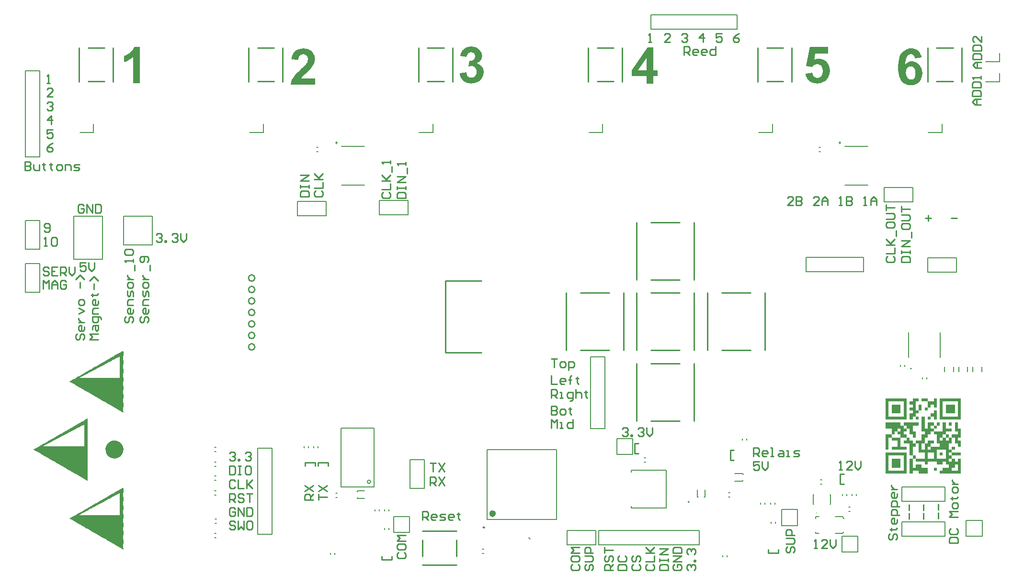
<source format=gbr>
%TF.GenerationSoftware,Altium Limited,Altium NEXUS,2.1.9 (83)*%
G04 Layer_Color=65535*
%FSLAX44Y44*%
%MOMM*%
%TF.FileFunction,Legend,Top*%
%TF.Part,Single*%
G01*
G75*
%TA.AperFunction,NonConductor*%
%ADD69C,0.2500*%
%ADD70C,0.6000*%
%ADD71C,0.1524*%
%ADD72C,0.2000*%
%ADD73C,0.2540*%
%ADD74C,0.1270*%
%ADD75C,0.0762*%
G36*
X198313Y393384D02*
X197865D01*
Y393832D01*
X198313D01*
Y393384D01*
D02*
G37*
G36*
X197865Y392935D02*
X198313D01*
Y392487D01*
X197865D01*
Y392039D01*
X198313D01*
Y391590D01*
X197865D01*
Y391142D01*
X198313D01*
Y390694D01*
X197865D01*
Y390245D01*
X198313D01*
Y389797D01*
X197865D01*
Y389348D01*
X198313D01*
Y388900D01*
X197865D01*
Y388451D01*
X198313D01*
Y388003D01*
X197865D01*
Y387555D01*
X198313D01*
Y387106D01*
X197865D01*
Y386658D01*
X198313D01*
Y386209D01*
X197865D01*
Y385761D01*
X198313D01*
Y385312D01*
X197865D01*
Y384864D01*
X198313D01*
Y384416D01*
X197865D01*
Y383967D01*
X198313D01*
Y383519D01*
X197865D01*
Y383070D01*
X198313D01*
Y382622D01*
X197865D01*
Y382174D01*
X198313D01*
Y381725D01*
X197865D01*
Y381277D01*
X198313D01*
Y380828D01*
X197865D01*
Y380380D01*
X198313D01*
Y379932D01*
X197865D01*
Y379483D01*
X198313D01*
Y379035D01*
X197865D01*
Y378586D01*
X198313D01*
Y378138D01*
X197865D01*
Y377690D01*
X198313D01*
Y377241D01*
X197865D01*
Y376793D01*
X198313D01*
Y376344D01*
X197865D01*
Y375896D01*
X198313D01*
Y375448D01*
X197865D01*
Y374999D01*
X198313D01*
Y374551D01*
X197865D01*
Y374102D01*
X198313D01*
Y373654D01*
X197865D01*
Y373205D01*
X198313D01*
Y372757D01*
X197865D01*
Y372309D01*
X198313D01*
Y371860D01*
X197865D01*
Y371412D01*
X198313D01*
Y370963D01*
X197865D01*
Y370515D01*
X198313D01*
Y370066D01*
X197865D01*
Y369618D01*
X198313D01*
Y369170D01*
X197865D01*
Y368721D01*
X198313D01*
Y368273D01*
X197865D01*
Y367825D01*
X198313D01*
Y367376D01*
X197865D01*
Y366928D01*
X198313D01*
Y366479D01*
X197865D01*
Y366031D01*
X198313D01*
Y365582D01*
X197865D01*
Y365134D01*
X198313D01*
Y364686D01*
X197865D01*
Y364237D01*
X198313D01*
Y363789D01*
X197865D01*
Y363340D01*
X198313D01*
Y362892D01*
X197865D01*
Y362444D01*
X198313D01*
Y361995D01*
X197865D01*
Y361547D01*
X198313D01*
Y361098D01*
X197865D01*
Y360650D01*
X198313D01*
Y360201D01*
X197865D01*
Y359753D01*
X198313D01*
Y359305D01*
X197865D01*
Y358856D01*
X198313D01*
Y358408D01*
X197865D01*
Y357959D01*
X198313D01*
Y357511D01*
X197865D01*
Y357063D01*
X198313D01*
Y356614D01*
X197865D01*
Y356166D01*
X198313D01*
Y355717D01*
X197865D01*
Y355269D01*
X198313D01*
Y354821D01*
X197865D01*
Y354372D01*
X198313D01*
Y353924D01*
X197865D01*
Y353475D01*
X198313D01*
Y353027D01*
X197865D01*
Y352579D01*
X198313D01*
Y352130D01*
X197865D01*
Y351682D01*
X198313D01*
Y351233D01*
X197865D01*
Y350785D01*
X198313D01*
Y350336D01*
X197865D01*
Y349888D01*
X198313D01*
Y349440D01*
X197865D01*
Y348991D01*
X198313D01*
Y348543D01*
X197865D01*
Y348094D01*
X198313D01*
Y347646D01*
X197865D01*
Y347197D01*
X198313D01*
Y346749D01*
X197865D01*
Y346301D01*
X198313D01*
Y345852D01*
X197865D01*
Y345404D01*
X198313D01*
Y344955D01*
X197865D01*
Y344507D01*
X198313D01*
Y344059D01*
X197865D01*
Y343610D01*
X198313D01*
Y343162D01*
X197865D01*
Y342713D01*
X198313D01*
Y342265D01*
X197865D01*
Y341817D01*
X198313D01*
Y341368D01*
X197865D01*
Y340920D01*
X198313D01*
Y340471D01*
X197865D01*
Y340023D01*
X198313D01*
Y339575D01*
X197865D01*
Y339126D01*
X198313D01*
Y338678D01*
X197865D01*
Y338229D01*
X198313D01*
Y337781D01*
X197865D01*
Y337332D01*
X198313D01*
Y336884D01*
X197865D01*
Y336436D01*
X198313D01*
Y335987D01*
X197865D01*
Y335539D01*
X198313D01*
Y335090D01*
X197865D01*
Y334642D01*
X198313D01*
Y334194D01*
X197865D01*
Y333745D01*
X198313D01*
Y333297D01*
X197865D01*
Y332848D01*
X198313D01*
Y332400D01*
X197865D01*
Y331952D01*
X198313D01*
Y331503D01*
X197865D01*
Y331055D01*
X198313D01*
Y330606D01*
X197865D01*
Y330158D01*
X198313D01*
Y329710D01*
X197865D01*
Y329261D01*
X198313D01*
Y328813D01*
X197865D01*
Y328364D01*
X198313D01*
Y327916D01*
X197865D01*
Y327467D01*
X198313D01*
Y327019D01*
X197865D01*
Y326571D01*
X198313D01*
Y326122D01*
X197865D01*
Y325674D01*
X198313D01*
Y325225D01*
X197865D01*
Y324777D01*
X198313D01*
Y324329D01*
X197865D01*
Y323880D01*
X198313D01*
Y323432D01*
X197865D01*
Y322983D01*
X198313D01*
Y322535D01*
X197865D01*
Y322086D01*
X198313D01*
Y321638D01*
X197865D01*
Y321190D01*
X198313D01*
Y320741D01*
X197865D01*
Y320293D01*
X198313D01*
Y319844D01*
X197865D01*
Y319396D01*
X198313D01*
Y318948D01*
X197865D01*
Y318499D01*
X198313D01*
Y318051D01*
X197865D01*
Y317602D01*
X198313D01*
Y317154D01*
X197865D01*
Y316706D01*
X198313D01*
Y316257D01*
X197865D01*
Y315809D01*
X198313D01*
Y315360D01*
X197865D01*
Y314912D01*
X198313D01*
Y314464D01*
X197865D01*
Y314015D01*
X198313D01*
Y313567D01*
X197865D01*
Y313118D01*
X198313D01*
Y312670D01*
X197865D01*
Y312221D01*
X198313D01*
Y311773D01*
X197865D01*
Y311325D01*
X198313D01*
Y310876D01*
X197865D01*
Y310428D01*
X198313D01*
Y309979D01*
X197865D01*
Y309531D01*
X198313D01*
Y309083D01*
X197865D01*
Y308634D01*
X198313D01*
Y308186D01*
X197865D01*
Y307737D01*
X198313D01*
Y307289D01*
X197865D01*
Y306840D01*
X198313D01*
Y306392D01*
X197865D01*
Y305944D01*
X198313D01*
Y305495D01*
X197865D01*
Y305047D01*
X198313D01*
Y304599D01*
X197865D01*
Y304150D01*
X198313D01*
Y303702D01*
X197865D01*
Y303253D01*
X198313D01*
Y302805D01*
X197865D01*
Y302356D01*
X198313D01*
Y301908D01*
X197865D01*
Y301460D01*
X198313D01*
Y301011D01*
X197865D01*
Y300563D01*
X198313D01*
Y300114D01*
X197865D01*
Y299666D01*
X198313D01*
Y299217D01*
X197865D01*
Y298769D01*
X198313D01*
Y298321D01*
X197865D01*
Y297872D01*
X198313D01*
Y297424D01*
X197865D01*
Y296975D01*
X198313D01*
Y296527D01*
X197865D01*
Y296079D01*
X198313D01*
Y295630D01*
X197865D01*
Y295182D01*
X198313D01*
Y294733D01*
X197865D01*
Y294285D01*
X198313D01*
Y293837D01*
X197865D01*
Y293388D01*
X198313D01*
Y292940D01*
X197865D01*
Y292491D01*
X198313D01*
Y292043D01*
X197865D01*
Y291595D01*
X198313D01*
Y291146D01*
X197865D01*
Y290698D01*
X198313D01*
Y290249D01*
X197865D01*
Y289801D01*
X198313D01*
Y289352D01*
X197865D01*
Y288904D01*
X198313D01*
Y288456D01*
X197865D01*
Y288007D01*
X198313D01*
Y287559D01*
X197865D01*
Y287110D01*
X198313D01*
Y286662D01*
X197865D01*
Y286214D01*
X198313D01*
Y285765D01*
X197865D01*
Y285317D01*
X198313D01*
Y284868D01*
X197865D01*
Y284420D01*
X197416D01*
Y284868D01*
X196968D01*
Y284420D01*
X196520D01*
Y284868D01*
X196071D01*
Y285317D01*
X195623D01*
Y285765D01*
X194726D01*
Y286214D01*
X193829D01*
Y286662D01*
X193381D01*
Y287110D01*
X192932D01*
Y287559D01*
X192484D01*
Y287110D01*
X192036D01*
Y287559D01*
X191587D01*
Y288007D01*
X191139D01*
Y288456D01*
X190690D01*
Y288007D01*
X190242D01*
Y288456D01*
X189794D01*
Y288904D01*
X189345D01*
Y289352D01*
X188448D01*
Y289801D01*
X187551D01*
Y290249D01*
X187103D01*
Y290698D01*
X185758D01*
Y291146D01*
X185310D01*
Y291595D01*
X184861D01*
Y292043D01*
X183516D01*
Y292491D01*
X183067D01*
Y292940D01*
X182171D01*
Y293388D01*
X181274D01*
Y293837D01*
X180825D01*
Y294285D01*
X180377D01*
Y294733D01*
X179928D01*
Y294285D01*
X179480D01*
Y294733D01*
X179032D01*
Y295182D01*
X178583D01*
Y295630D01*
X177686D01*
Y296079D01*
X176790D01*
Y296527D01*
X176341D01*
Y296975D01*
X174996D01*
Y297424D01*
X174548D01*
Y297872D01*
X174099D01*
Y298321D01*
X173651D01*
Y297872D01*
X173202D01*
Y298321D01*
X172754D01*
Y298769D01*
X172306D01*
Y299217D01*
X171409D01*
Y299666D01*
X170512D01*
Y300114D01*
X170063D01*
Y300563D01*
X168718D01*
Y301011D01*
X168270D01*
Y301460D01*
X167821D01*
Y301908D01*
X166476D01*
Y302356D01*
X166028D01*
Y302805D01*
X165131D01*
Y303253D01*
X164234D01*
Y303702D01*
X163786D01*
Y304150D01*
X163337D01*
Y304599D01*
X162889D01*
Y304150D01*
X162440D01*
Y304599D01*
X161992D01*
Y305047D01*
X161544D01*
Y305495D01*
X161095D01*
Y305047D01*
X160647D01*
Y305944D01*
X159750D01*
Y306392D01*
X158853D01*
Y306840D01*
X157956D01*
Y307289D01*
X157508D01*
Y307737D01*
X157059D01*
Y308186D01*
X156611D01*
Y307737D01*
X156163D01*
Y308186D01*
X155714D01*
Y308634D01*
X155266D01*
Y309083D01*
X153921D01*
Y309531D01*
X153472D01*
Y309979D01*
X153024D01*
Y310428D01*
X151679D01*
Y310876D01*
X151230D01*
Y311325D01*
X150782D01*
Y311773D01*
X150333D01*
Y311325D01*
X149885D01*
Y311773D01*
X149437D01*
Y312221D01*
X148988D01*
Y312670D01*
X148091D01*
Y313118D01*
X147194D01*
Y313567D01*
X146746D01*
Y314015D01*
X146298D01*
Y314464D01*
X145849D01*
Y314015D01*
X145401D01*
Y314464D01*
X144952D01*
Y314912D01*
X144504D01*
Y315360D01*
X144056D01*
Y314912D01*
X143607D01*
Y315360D01*
X143159D01*
Y315809D01*
X142710D01*
Y316257D01*
X142262D01*
Y316706D01*
X140917D01*
Y317154D01*
X140468D01*
Y317602D01*
X139123D01*
Y318051D01*
X138675D01*
Y318499D01*
X138226D01*
Y318948D01*
X136881D01*
Y319396D01*
X136433D01*
Y319844D01*
X135536D01*
Y320293D01*
X134639D01*
Y320741D01*
X134191D01*
Y321190D01*
X133742D01*
Y321638D01*
X132397D01*
Y322086D01*
X131948D01*
Y322535D01*
X131052D01*
Y322983D01*
X130155D01*
Y323432D01*
X129706D01*
Y323880D01*
X128361D01*
Y324329D01*
X127913D01*
Y324777D01*
X127464D01*
Y325225D01*
X127016D01*
Y324777D01*
X126568D01*
Y325225D01*
X126119D01*
Y325674D01*
X125671D01*
Y326122D01*
X124774D01*
Y326571D01*
X123877D01*
Y327019D01*
X123429D01*
Y327467D01*
X122083D01*
Y327916D01*
X121635D01*
Y328364D01*
X121187D01*
Y328813D01*
X119841D01*
Y329261D01*
X119393D01*
Y329710D01*
X118496D01*
Y330158D01*
X117599D01*
Y330606D01*
X117151D01*
Y331055D01*
X116702D01*
Y331503D01*
X116254D01*
Y331055D01*
X115806D01*
Y331503D01*
X115357D01*
Y331952D01*
X114909D01*
Y332400D01*
X114460D01*
Y331952D01*
X114012D01*
Y332848D01*
X113115D01*
Y333297D01*
X112667D01*
Y333745D01*
X112218D01*
Y334194D01*
X111770D01*
Y333745D01*
X111322D01*
Y334194D01*
X110873D01*
Y334642D01*
X110425D01*
Y335090D01*
X109976D01*
Y334642D01*
X109528D01*
Y335090D01*
X109080D01*
Y335539D01*
X108631D01*
Y335987D01*
X107286D01*
Y336436D01*
X106838D01*
Y336884D01*
X106389D01*
Y337332D01*
X105044D01*
Y337781D01*
X104595D01*
Y338229D01*
X104147D01*
Y338678D01*
X103250D01*
Y339575D01*
X103699D01*
Y339126D01*
X104147D01*
Y339575D01*
X104595D01*
Y340023D01*
X105044D01*
Y340471D01*
X105492D01*
Y340023D01*
X105941D01*
Y340471D01*
X106389D01*
Y340920D01*
X106838D01*
Y341368D01*
X107286D01*
Y341817D01*
X108631D01*
Y342265D01*
X109080D01*
Y342713D01*
X110425D01*
Y343162D01*
X110873D01*
Y343610D01*
X111322D01*
Y344059D01*
X112667D01*
Y344507D01*
X113115D01*
Y344955D01*
X114012D01*
Y345404D01*
X114909D01*
Y345852D01*
X115357D01*
Y346301D01*
X115806D01*
Y346749D01*
X117151D01*
Y347197D01*
X117599D01*
Y347646D01*
X118496D01*
Y348094D01*
X119393D01*
Y348543D01*
X119841D01*
Y348991D01*
X121187D01*
Y349440D01*
X121635D01*
Y349888D01*
X122083D01*
Y350336D01*
X122532D01*
Y349888D01*
X122980D01*
Y350336D01*
X123429D01*
Y350785D01*
X123877D01*
Y351233D01*
X124774D01*
Y351682D01*
X125671D01*
Y352130D01*
X126119D01*
Y352579D01*
X127464D01*
Y353027D01*
X127913D01*
Y353475D01*
X128361D01*
Y353924D01*
X129706D01*
Y354372D01*
X130155D01*
Y354821D01*
X131052D01*
Y355269D01*
X131948D01*
Y355717D01*
X132397D01*
Y356166D01*
X132845D01*
Y356614D01*
X133294D01*
Y356166D01*
X133742D01*
Y356614D01*
X134191D01*
Y357063D01*
X134639D01*
Y357511D01*
X135087D01*
Y357063D01*
X135536D01*
Y357959D01*
X136433D01*
Y358408D01*
X136881D01*
Y358856D01*
X137329D01*
Y359305D01*
X137778D01*
Y358856D01*
X138226D01*
Y359305D01*
X138675D01*
Y359753D01*
X139123D01*
Y360201D01*
X139572D01*
Y359753D01*
X140020D01*
Y360201D01*
X140468D01*
Y360650D01*
X140917D01*
Y361098D01*
X142262D01*
Y361547D01*
X142710D01*
Y361995D01*
X143159D01*
Y362444D01*
X144504D01*
Y362892D01*
X144952D01*
Y363340D01*
X145401D01*
Y363789D01*
X146746D01*
Y364237D01*
X147194D01*
Y364686D01*
X148091D01*
Y365134D01*
X148988D01*
Y365582D01*
X149437D01*
Y366031D01*
X149885D01*
Y366479D01*
X150333D01*
Y366031D01*
X150782D01*
Y366479D01*
X151230D01*
Y366928D01*
X151679D01*
Y367376D01*
X153024D01*
Y367825D01*
X153472D01*
Y368273D01*
X153921D01*
Y368721D01*
X155266D01*
Y369170D01*
X155714D01*
Y369618D01*
X157059D01*
Y370066D01*
X157508D01*
Y370515D01*
X157956D01*
Y370963D01*
X158853D01*
Y371412D01*
X159750D01*
Y371860D01*
X160647D01*
Y372309D01*
X161544D01*
Y372757D01*
X161992D01*
Y373205D01*
X162440D01*
Y373654D01*
X163786D01*
Y374102D01*
X164234D01*
Y374551D01*
X165131D01*
Y374999D01*
X166028D01*
Y375448D01*
X166476D01*
Y375896D01*
X167821D01*
Y376344D01*
X168270D01*
Y376793D01*
X168718D01*
Y377241D01*
X169167D01*
Y376793D01*
X169615D01*
Y377241D01*
X170063D01*
Y377690D01*
X170512D01*
Y378138D01*
X171409D01*
Y379035D01*
X171857D01*
Y378586D01*
X172306D01*
Y379035D01*
X172754D01*
Y379483D01*
X174099D01*
Y379932D01*
X174548D01*
Y380380D01*
X174996D01*
Y380828D01*
X176341D01*
Y381277D01*
X176790D01*
Y381725D01*
X177686D01*
Y382174D01*
X178583D01*
Y382622D01*
X179032D01*
Y383070D01*
X179480D01*
Y383519D01*
X179928D01*
Y383070D01*
X180377D01*
Y383519D01*
X180825D01*
Y383967D01*
X181274D01*
Y384416D01*
X182171D01*
Y384864D01*
X183067D01*
Y385312D01*
X183516D01*
Y385761D01*
X183964D01*
Y386209D01*
X184413D01*
Y385761D01*
X184861D01*
Y386209D01*
X185310D01*
Y386658D01*
X185758D01*
Y387106D01*
X186206D01*
Y386658D01*
X186655D01*
Y387106D01*
X187103D01*
Y387555D01*
X187551D01*
Y388003D01*
X188448D01*
Y388451D01*
X189345D01*
Y388900D01*
X189794D01*
Y389348D01*
X191139D01*
Y389797D01*
X191587D01*
Y390245D01*
X192036D01*
Y390694D01*
X193381D01*
Y391142D01*
X193829D01*
Y391590D01*
X194726D01*
Y392039D01*
X195623D01*
Y392487D01*
X196071D01*
Y392935D01*
X196520D01*
Y393384D01*
X196968D01*
Y392935D01*
X197416D01*
Y393384D01*
X197865D01*
Y392935D01*
D02*
G37*
G36*
X1636113Y308952D02*
Y308819D01*
Y308686D01*
Y308553D01*
Y308420D01*
Y308287D01*
Y308154D01*
Y308021D01*
Y307888D01*
Y307755D01*
Y307622D01*
Y307489D01*
Y307356D01*
Y307223D01*
Y307090D01*
Y306957D01*
Y306824D01*
Y306691D01*
Y306558D01*
Y306425D01*
Y306292D01*
Y306158D01*
Y306025D01*
Y305892D01*
Y305759D01*
Y305626D01*
Y305493D01*
Y305360D01*
Y305227D01*
Y305094D01*
Y304961D01*
Y304828D01*
Y304695D01*
Y304562D01*
Y304429D01*
Y304296D01*
Y304163D01*
Y304030D01*
Y303897D01*
Y303764D01*
Y303631D01*
Y303498D01*
Y303364D01*
Y303231D01*
Y303098D01*
Y302965D01*
Y302832D01*
Y302699D01*
Y302566D01*
Y302433D01*
Y302300D01*
Y302167D01*
Y302034D01*
Y301901D01*
Y301768D01*
Y301635D01*
Y301502D01*
Y301369D01*
Y301236D01*
Y301103D01*
Y300970D01*
Y300837D01*
Y300704D01*
Y300571D01*
Y300437D01*
Y300304D01*
Y300171D01*
Y300038D01*
Y299905D01*
Y299772D01*
Y299639D01*
Y299506D01*
Y299373D01*
Y299240D01*
Y299107D01*
Y298974D01*
Y298841D01*
Y298708D01*
Y298575D01*
Y298442D01*
Y298309D01*
Y298176D01*
Y298043D01*
Y297910D01*
Y297777D01*
Y297643D01*
Y297510D01*
Y297377D01*
Y297244D01*
Y297111D01*
Y296978D01*
Y296845D01*
Y296712D01*
Y296579D01*
Y296446D01*
Y296313D01*
Y296180D01*
Y296047D01*
Y295914D01*
Y295781D01*
Y295648D01*
Y295515D01*
Y295382D01*
Y295249D01*
Y295116D01*
Y294982D01*
Y294849D01*
Y294716D01*
Y294583D01*
Y294450D01*
Y294317D01*
Y294184D01*
Y294051D01*
Y293918D01*
Y293785D01*
Y293652D01*
Y293519D01*
Y293386D01*
Y293253D01*
Y293120D01*
X1630791D01*
Y293253D01*
Y293386D01*
Y293519D01*
Y293652D01*
Y293785D01*
Y293918D01*
Y294051D01*
Y294184D01*
Y294317D01*
Y294450D01*
Y294583D01*
Y294716D01*
Y294849D01*
Y294982D01*
Y295116D01*
Y295249D01*
Y295382D01*
Y295515D01*
Y295648D01*
Y295781D01*
Y295914D01*
Y296047D01*
Y296180D01*
Y296313D01*
Y296446D01*
Y296579D01*
Y296712D01*
Y296845D01*
Y296978D01*
Y297111D01*
Y297244D01*
Y297377D01*
Y297510D01*
Y297643D01*
Y297777D01*
Y297910D01*
Y298043D01*
Y298176D01*
Y298309D01*
Y298442D01*
X1625469D01*
Y298309D01*
Y298176D01*
Y298043D01*
Y297910D01*
Y297777D01*
Y297643D01*
Y297510D01*
Y297377D01*
Y297244D01*
Y297111D01*
Y296978D01*
Y296845D01*
Y296712D01*
Y296579D01*
Y296446D01*
Y296313D01*
Y296180D01*
Y296047D01*
Y295914D01*
Y295781D01*
Y295648D01*
Y295515D01*
Y295382D01*
Y295249D01*
Y295116D01*
Y294982D01*
Y294849D01*
Y294716D01*
Y294583D01*
Y294450D01*
Y294317D01*
Y294184D01*
Y294051D01*
Y293918D01*
Y293785D01*
Y293652D01*
Y293519D01*
Y293386D01*
Y293253D01*
Y293120D01*
X1620147D01*
Y293253D01*
Y293386D01*
Y293519D01*
Y293652D01*
Y293785D01*
Y293918D01*
Y294051D01*
Y294184D01*
Y294317D01*
Y294450D01*
Y294583D01*
Y294716D01*
Y294849D01*
Y294982D01*
Y295116D01*
Y295249D01*
Y295382D01*
Y295515D01*
Y295648D01*
Y295781D01*
Y295914D01*
Y296047D01*
Y296180D01*
Y296313D01*
Y296446D01*
Y296579D01*
Y296712D01*
Y296845D01*
Y296978D01*
Y297111D01*
Y297244D01*
Y297377D01*
Y297510D01*
Y297643D01*
Y297777D01*
Y297910D01*
Y298043D01*
Y298176D01*
Y298309D01*
Y298442D01*
Y298575D01*
Y298708D01*
Y298841D01*
Y298974D01*
Y299107D01*
Y299240D01*
Y299373D01*
Y299506D01*
Y299639D01*
Y299772D01*
Y299905D01*
Y300038D01*
Y300171D01*
Y300304D01*
Y300437D01*
Y300571D01*
Y300704D01*
Y300837D01*
Y300970D01*
Y301103D01*
Y301236D01*
Y301369D01*
Y301502D01*
Y301635D01*
Y301768D01*
Y301901D01*
Y302034D01*
Y302167D01*
Y302300D01*
Y302433D01*
Y302566D01*
Y302699D01*
Y302832D01*
Y302965D01*
Y303098D01*
Y303231D01*
Y303364D01*
Y303498D01*
Y303631D01*
Y303764D01*
X1609503D01*
Y303897D01*
Y304030D01*
Y304163D01*
Y304296D01*
Y304429D01*
Y304562D01*
Y304695D01*
Y304828D01*
Y304961D01*
Y305094D01*
Y305227D01*
Y305360D01*
Y305493D01*
Y305626D01*
Y305759D01*
Y305892D01*
Y306025D01*
Y306158D01*
Y306292D01*
Y306425D01*
Y306558D01*
Y306691D01*
Y306824D01*
Y306957D01*
Y307090D01*
Y307223D01*
Y307356D01*
Y307489D01*
Y307622D01*
Y307755D01*
Y307888D01*
Y308021D01*
Y308154D01*
Y308287D01*
Y308420D01*
Y308553D01*
Y308686D01*
Y308819D01*
Y308952D01*
Y309086D01*
X1620147D01*
Y308952D01*
Y308819D01*
Y308686D01*
Y308553D01*
Y308420D01*
Y308287D01*
Y308154D01*
Y308021D01*
Y307888D01*
Y307755D01*
Y307622D01*
Y307489D01*
Y307356D01*
Y307223D01*
Y307090D01*
Y306957D01*
Y306824D01*
Y306691D01*
Y306558D01*
Y306425D01*
Y306292D01*
Y306158D01*
Y306025D01*
Y305892D01*
Y305759D01*
Y305626D01*
Y305493D01*
Y305360D01*
Y305227D01*
Y305094D01*
Y304961D01*
Y304828D01*
Y304695D01*
Y304562D01*
Y304429D01*
Y304296D01*
Y304163D01*
Y304030D01*
Y303897D01*
Y303764D01*
X1630791D01*
Y303897D01*
Y304030D01*
Y304163D01*
Y304296D01*
Y304429D01*
Y304562D01*
Y304695D01*
Y304828D01*
Y304961D01*
Y305094D01*
Y305227D01*
Y305360D01*
Y305493D01*
Y305626D01*
Y305759D01*
Y305892D01*
Y306025D01*
Y306158D01*
Y306292D01*
Y306425D01*
Y306558D01*
Y306691D01*
Y306824D01*
Y306957D01*
Y307090D01*
Y307223D01*
Y307356D01*
Y307489D01*
Y307622D01*
Y307755D01*
Y307888D01*
Y308021D01*
Y308154D01*
Y308287D01*
Y308420D01*
Y308553D01*
Y308686D01*
Y308819D01*
Y308952D01*
Y309086D01*
X1636113D01*
Y308952D01*
D02*
G37*
G36*
X1620147Y292987D02*
Y292854D01*
Y292721D01*
Y292588D01*
Y292455D01*
Y292322D01*
Y292188D01*
Y292055D01*
Y291922D01*
Y291789D01*
Y291656D01*
Y291523D01*
Y291390D01*
Y291257D01*
Y291124D01*
Y290991D01*
Y290858D01*
Y290725D01*
Y290592D01*
Y290459D01*
Y290326D01*
Y290193D01*
Y290060D01*
Y289927D01*
Y289794D01*
Y289661D01*
Y289528D01*
Y289394D01*
Y289261D01*
Y289128D01*
Y288995D01*
Y288862D01*
Y288729D01*
Y288596D01*
Y288463D01*
Y288330D01*
Y288197D01*
Y288064D01*
Y287931D01*
Y287798D01*
X1614825D01*
Y287931D01*
Y288064D01*
Y288197D01*
Y288330D01*
Y288463D01*
Y288596D01*
Y288729D01*
Y288862D01*
Y288995D01*
Y289128D01*
Y289261D01*
Y289394D01*
Y289528D01*
Y289661D01*
Y289794D01*
Y289927D01*
Y290060D01*
Y290193D01*
Y290326D01*
Y290459D01*
Y290592D01*
Y290725D01*
Y290858D01*
Y290991D01*
Y291124D01*
Y291257D01*
Y291390D01*
Y291523D01*
Y291656D01*
Y291789D01*
Y291922D01*
Y292055D01*
Y292188D01*
Y292322D01*
Y292455D01*
Y292588D01*
Y292721D01*
Y292854D01*
Y292987D01*
Y293120D01*
X1620147D01*
Y292987D01*
D02*
G37*
G36*
X1609503Y298309D02*
Y298176D01*
Y298043D01*
Y297910D01*
Y297777D01*
Y297643D01*
Y297510D01*
Y297377D01*
Y297244D01*
Y297111D01*
Y296978D01*
Y296845D01*
Y296712D01*
Y296579D01*
Y296446D01*
Y296313D01*
Y296180D01*
Y296047D01*
Y295914D01*
Y295781D01*
Y295648D01*
Y295515D01*
Y295382D01*
Y295249D01*
Y295116D01*
Y294982D01*
Y294849D01*
Y294716D01*
Y294583D01*
Y294450D01*
Y294317D01*
Y294184D01*
Y294051D01*
Y293918D01*
Y293785D01*
Y293652D01*
Y293519D01*
Y293386D01*
Y293253D01*
Y293120D01*
Y292987D01*
Y292854D01*
Y292721D01*
Y292588D01*
Y292455D01*
Y292322D01*
Y292188D01*
Y292055D01*
Y291922D01*
Y291789D01*
Y291656D01*
Y291523D01*
Y291390D01*
Y291257D01*
Y291124D01*
Y290991D01*
Y290858D01*
Y290725D01*
Y290592D01*
Y290459D01*
Y290326D01*
Y290193D01*
Y290060D01*
Y289927D01*
Y289794D01*
Y289661D01*
Y289528D01*
Y289394D01*
Y289261D01*
Y289128D01*
Y288995D01*
Y288862D01*
Y288729D01*
Y288596D01*
Y288463D01*
Y288330D01*
Y288197D01*
Y288064D01*
Y287931D01*
Y287798D01*
X1604181D01*
Y287931D01*
Y288064D01*
Y288197D01*
Y288330D01*
Y288463D01*
Y288596D01*
Y288729D01*
Y288862D01*
Y288995D01*
Y289128D01*
Y289261D01*
Y289394D01*
Y289528D01*
Y289661D01*
Y289794D01*
Y289927D01*
Y290060D01*
Y290193D01*
Y290326D01*
Y290459D01*
Y290592D01*
Y290725D01*
Y290858D01*
Y290991D01*
Y291124D01*
Y291257D01*
Y291390D01*
Y291523D01*
Y291656D01*
Y291789D01*
Y291922D01*
Y292055D01*
Y292188D01*
Y292322D01*
Y292455D01*
Y292588D01*
Y292721D01*
Y292854D01*
Y292987D01*
Y293120D01*
Y293253D01*
Y293386D01*
Y293519D01*
Y293652D01*
Y293785D01*
Y293918D01*
Y294051D01*
Y294184D01*
Y294317D01*
Y294450D01*
Y294583D01*
Y294716D01*
Y294849D01*
Y294982D01*
Y295116D01*
Y295249D01*
Y295382D01*
Y295515D01*
Y295648D01*
Y295781D01*
Y295914D01*
Y296047D01*
Y296180D01*
Y296313D01*
Y296446D01*
Y296579D01*
Y296712D01*
Y296845D01*
Y296978D01*
Y297111D01*
Y297244D01*
Y297377D01*
Y297510D01*
Y297643D01*
Y297777D01*
Y297910D01*
Y298043D01*
Y298176D01*
Y298309D01*
Y298442D01*
X1609503D01*
Y298309D01*
D02*
G37*
G36*
X1678687Y308952D02*
Y308819D01*
Y308686D01*
Y308553D01*
Y308420D01*
Y308287D01*
Y308154D01*
Y308021D01*
Y307888D01*
Y307755D01*
Y307622D01*
Y307489D01*
Y307356D01*
Y307223D01*
Y307090D01*
Y306957D01*
Y306824D01*
Y306691D01*
Y306558D01*
Y306425D01*
Y306292D01*
Y306158D01*
Y306025D01*
Y305892D01*
Y305759D01*
Y305626D01*
Y305493D01*
Y305360D01*
Y305227D01*
Y305094D01*
Y304961D01*
Y304828D01*
Y304695D01*
Y304562D01*
Y304429D01*
Y304296D01*
Y304163D01*
Y304030D01*
Y303897D01*
Y303764D01*
Y303631D01*
Y303498D01*
Y303364D01*
Y303231D01*
Y303098D01*
Y302965D01*
Y302832D01*
Y302699D01*
Y302566D01*
Y302433D01*
Y302300D01*
Y302167D01*
Y302034D01*
Y301901D01*
Y301768D01*
Y301635D01*
Y301502D01*
Y301369D01*
Y301236D01*
Y301103D01*
Y300970D01*
Y300837D01*
Y300704D01*
Y300571D01*
Y300437D01*
Y300304D01*
Y300171D01*
Y300038D01*
Y299905D01*
Y299772D01*
Y299639D01*
Y299506D01*
Y299373D01*
Y299240D01*
Y299107D01*
Y298974D01*
Y298841D01*
Y298708D01*
Y298575D01*
Y298442D01*
Y298309D01*
Y298176D01*
Y298043D01*
Y297910D01*
Y297777D01*
Y297643D01*
Y297510D01*
Y297377D01*
Y297244D01*
Y297111D01*
Y296978D01*
Y296845D01*
Y296712D01*
Y296579D01*
Y296446D01*
Y296313D01*
Y296180D01*
Y296047D01*
Y295914D01*
Y295781D01*
Y295648D01*
Y295515D01*
Y295382D01*
Y295249D01*
Y295116D01*
Y294982D01*
Y294849D01*
Y294716D01*
Y294583D01*
Y294450D01*
Y294317D01*
Y294184D01*
Y294051D01*
Y293918D01*
Y293785D01*
Y293652D01*
Y293519D01*
Y293386D01*
Y293253D01*
Y293120D01*
Y292987D01*
Y292854D01*
Y292721D01*
Y292588D01*
Y292455D01*
Y292322D01*
Y292188D01*
Y292055D01*
Y291922D01*
Y291789D01*
Y291656D01*
Y291523D01*
Y291390D01*
Y291257D01*
Y291124D01*
Y290991D01*
Y290858D01*
Y290725D01*
Y290592D01*
Y290459D01*
Y290326D01*
Y290193D01*
Y290060D01*
Y289927D01*
Y289794D01*
Y289661D01*
Y289528D01*
Y289394D01*
Y289261D01*
Y289128D01*
Y288995D01*
Y288862D01*
Y288729D01*
Y288596D01*
Y288463D01*
Y288330D01*
Y288197D01*
Y288064D01*
Y287931D01*
Y287798D01*
Y287665D01*
Y287532D01*
Y287399D01*
Y287266D01*
Y287133D01*
Y287000D01*
Y286867D01*
Y286734D01*
Y286601D01*
Y286467D01*
Y286334D01*
Y286201D01*
Y286068D01*
Y285935D01*
Y285802D01*
Y285669D01*
Y285536D01*
Y285403D01*
Y285270D01*
Y285137D01*
Y285004D01*
Y284871D01*
Y284738D01*
Y284605D01*
Y284472D01*
Y284339D01*
Y284206D01*
Y284073D01*
Y283940D01*
Y283807D01*
Y283673D01*
Y283540D01*
Y283407D01*
Y283274D01*
Y283141D01*
Y283008D01*
Y282875D01*
Y282742D01*
Y282609D01*
Y282476D01*
Y282343D01*
Y282210D01*
Y282077D01*
Y281944D01*
Y281811D01*
Y281678D01*
Y281545D01*
Y281412D01*
Y281279D01*
Y281146D01*
Y281013D01*
Y280879D01*
Y280746D01*
Y280613D01*
Y280480D01*
Y280347D01*
Y280214D01*
Y280081D01*
Y279948D01*
Y279815D01*
Y279682D01*
Y279549D01*
Y279416D01*
Y279283D01*
Y279150D01*
Y279017D01*
Y278884D01*
Y278751D01*
Y278618D01*
Y278485D01*
Y278352D01*
Y278219D01*
Y278085D01*
Y277952D01*
Y277819D01*
Y277686D01*
Y277553D01*
Y277420D01*
Y277287D01*
Y277154D01*
Y277021D01*
Y276888D01*
Y276755D01*
Y276622D01*
Y276489D01*
Y276356D01*
Y276223D01*
Y276090D01*
Y275957D01*
Y275824D01*
Y275691D01*
Y275558D01*
Y275425D01*
Y275292D01*
Y275159D01*
Y275026D01*
Y274893D01*
Y274759D01*
Y274626D01*
Y274493D01*
Y274360D01*
Y274227D01*
Y274094D01*
Y273961D01*
Y273828D01*
Y273695D01*
Y273562D01*
Y273429D01*
Y273296D01*
Y273163D01*
Y273030D01*
Y272897D01*
Y272764D01*
Y272631D01*
Y272498D01*
Y272365D01*
Y272232D01*
Y272099D01*
Y271965D01*
Y271832D01*
X1641434D01*
Y271965D01*
Y272099D01*
Y272232D01*
Y272365D01*
Y272498D01*
Y272631D01*
Y272764D01*
Y272897D01*
Y273030D01*
Y273163D01*
Y273296D01*
Y273429D01*
Y273562D01*
Y273695D01*
Y273828D01*
Y273961D01*
Y274094D01*
Y274227D01*
Y274360D01*
Y274493D01*
Y274626D01*
Y274759D01*
Y274893D01*
Y275026D01*
Y275159D01*
Y275292D01*
Y275425D01*
Y275558D01*
Y275691D01*
Y275824D01*
Y275957D01*
Y276090D01*
Y276223D01*
Y276356D01*
Y276489D01*
Y276622D01*
Y276755D01*
Y276888D01*
Y277021D01*
Y277154D01*
Y277287D01*
Y277420D01*
Y277553D01*
Y277686D01*
Y277819D01*
Y277952D01*
Y278085D01*
Y278219D01*
Y278352D01*
Y278485D01*
Y278618D01*
Y278751D01*
Y278884D01*
Y279017D01*
Y279150D01*
Y279283D01*
Y279416D01*
Y279549D01*
Y279682D01*
Y279815D01*
Y279948D01*
Y280081D01*
Y280214D01*
Y280347D01*
Y280480D01*
Y280613D01*
Y280746D01*
Y280879D01*
Y281013D01*
Y281146D01*
Y281279D01*
Y281412D01*
Y281545D01*
Y281678D01*
Y281811D01*
Y281944D01*
Y282077D01*
Y282210D01*
Y282343D01*
Y282476D01*
Y282609D01*
Y282742D01*
Y282875D01*
Y283008D01*
Y283141D01*
Y283274D01*
Y283407D01*
Y283540D01*
Y283673D01*
Y283807D01*
Y283940D01*
Y284073D01*
Y284206D01*
Y284339D01*
Y284472D01*
Y284605D01*
Y284738D01*
Y284871D01*
Y285004D01*
Y285137D01*
Y285270D01*
Y285403D01*
Y285536D01*
Y285669D01*
Y285802D01*
Y285935D01*
Y286068D01*
Y286201D01*
Y286334D01*
Y286467D01*
Y286601D01*
Y286734D01*
Y286867D01*
Y287000D01*
Y287133D01*
Y287266D01*
Y287399D01*
Y287532D01*
Y287665D01*
Y287798D01*
Y287931D01*
Y288064D01*
Y288197D01*
Y288330D01*
Y288463D01*
Y288596D01*
Y288729D01*
Y288862D01*
Y288995D01*
Y289128D01*
Y289261D01*
Y289394D01*
Y289528D01*
Y289661D01*
Y289794D01*
Y289927D01*
Y290060D01*
Y290193D01*
Y290326D01*
Y290459D01*
Y290592D01*
Y290725D01*
Y290858D01*
Y290991D01*
Y291124D01*
Y291257D01*
Y291390D01*
Y291523D01*
Y291656D01*
Y291789D01*
Y291922D01*
Y292055D01*
Y292188D01*
Y292322D01*
Y292455D01*
Y292588D01*
Y292721D01*
Y292854D01*
Y292987D01*
Y293120D01*
Y293253D01*
Y293386D01*
Y293519D01*
Y293652D01*
Y293785D01*
Y293918D01*
Y294051D01*
Y294184D01*
Y294317D01*
Y294450D01*
Y294583D01*
Y294716D01*
Y294849D01*
Y294982D01*
Y295116D01*
Y295249D01*
Y295382D01*
Y295515D01*
Y295648D01*
Y295781D01*
Y295914D01*
Y296047D01*
Y296180D01*
Y296313D01*
Y296446D01*
Y296579D01*
Y296712D01*
Y296845D01*
Y296978D01*
Y297111D01*
Y297244D01*
Y297377D01*
Y297510D01*
Y297643D01*
Y297777D01*
Y297910D01*
Y298043D01*
Y298176D01*
Y298309D01*
Y298442D01*
Y298575D01*
Y298708D01*
Y298841D01*
Y298974D01*
Y299107D01*
Y299240D01*
Y299373D01*
Y299506D01*
Y299639D01*
Y299772D01*
Y299905D01*
Y300038D01*
Y300171D01*
Y300304D01*
Y300437D01*
Y300571D01*
Y300704D01*
Y300837D01*
Y300970D01*
Y301103D01*
Y301236D01*
Y301369D01*
Y301502D01*
Y301635D01*
Y301768D01*
Y301901D01*
Y302034D01*
Y302167D01*
Y302300D01*
Y302433D01*
Y302566D01*
Y302699D01*
Y302832D01*
Y302965D01*
Y303098D01*
Y303231D01*
Y303364D01*
Y303498D01*
Y303631D01*
Y303764D01*
Y303897D01*
Y304030D01*
Y304163D01*
Y304296D01*
Y304429D01*
Y304562D01*
Y304695D01*
Y304828D01*
Y304961D01*
Y305094D01*
Y305227D01*
Y305360D01*
Y305493D01*
Y305626D01*
Y305759D01*
Y305892D01*
Y306025D01*
Y306158D01*
Y306292D01*
Y306425D01*
Y306558D01*
Y306691D01*
Y306824D01*
Y306957D01*
Y307090D01*
Y307223D01*
Y307356D01*
Y307489D01*
Y307622D01*
Y307755D01*
Y307888D01*
Y308021D01*
Y308154D01*
Y308287D01*
Y308420D01*
Y308553D01*
Y308686D01*
Y308819D01*
Y308952D01*
Y309086D01*
X1678687D01*
Y308952D01*
D02*
G37*
G36*
X1636113Y287665D02*
Y287532D01*
Y287399D01*
Y287266D01*
Y287133D01*
Y287000D01*
Y286867D01*
Y286734D01*
Y286601D01*
Y286467D01*
Y286334D01*
Y286201D01*
Y286068D01*
Y285935D01*
Y285802D01*
Y285669D01*
Y285536D01*
Y285403D01*
Y285270D01*
Y285137D01*
Y285004D01*
Y284871D01*
Y284738D01*
Y284605D01*
Y284472D01*
Y284339D01*
Y284206D01*
Y284073D01*
Y283940D01*
Y283807D01*
Y283673D01*
Y283540D01*
Y283407D01*
Y283274D01*
Y283141D01*
Y283008D01*
Y282875D01*
Y282742D01*
Y282609D01*
Y282476D01*
Y282343D01*
Y282210D01*
Y282077D01*
Y281944D01*
Y281811D01*
Y281678D01*
Y281545D01*
Y281412D01*
Y281279D01*
Y281146D01*
Y281013D01*
Y280879D01*
Y280746D01*
Y280613D01*
Y280480D01*
Y280347D01*
Y280214D01*
Y280081D01*
Y279948D01*
Y279815D01*
Y279682D01*
Y279549D01*
Y279416D01*
Y279283D01*
Y279150D01*
Y279017D01*
Y278884D01*
Y278751D01*
Y278618D01*
Y278485D01*
Y278352D01*
Y278219D01*
Y278085D01*
Y277952D01*
Y277819D01*
Y277686D01*
Y277553D01*
Y277420D01*
Y277287D01*
Y277154D01*
Y277021D01*
Y276888D01*
Y276755D01*
Y276622D01*
Y276489D01*
Y276356D01*
Y276223D01*
Y276090D01*
Y275957D01*
Y275824D01*
Y275691D01*
Y275558D01*
Y275425D01*
Y275292D01*
Y275159D01*
Y275026D01*
Y274893D01*
Y274759D01*
Y274626D01*
Y274493D01*
Y274360D01*
Y274227D01*
Y274094D01*
Y273961D01*
Y273828D01*
Y273695D01*
Y273562D01*
Y273429D01*
Y273296D01*
Y273163D01*
Y273030D01*
Y272897D01*
Y272764D01*
Y272631D01*
Y272498D01*
Y272365D01*
Y272232D01*
Y272099D01*
Y271965D01*
Y271832D01*
X1630791D01*
Y271965D01*
Y272099D01*
Y272232D01*
Y272365D01*
Y272498D01*
Y272631D01*
Y272764D01*
Y272897D01*
Y273030D01*
Y273163D01*
Y273296D01*
Y273429D01*
Y273562D01*
Y273695D01*
Y273828D01*
Y273961D01*
Y274094D01*
Y274227D01*
Y274360D01*
Y274493D01*
Y274626D01*
Y274759D01*
Y274893D01*
Y275026D01*
Y275159D01*
Y275292D01*
Y275425D01*
Y275558D01*
Y275691D01*
Y275824D01*
Y275957D01*
Y276090D01*
Y276223D01*
Y276356D01*
Y276489D01*
Y276622D01*
Y276755D01*
Y276888D01*
Y277021D01*
Y277154D01*
X1625469D01*
Y277287D01*
Y277420D01*
Y277553D01*
Y277686D01*
Y277819D01*
Y277952D01*
Y278085D01*
Y278219D01*
Y278352D01*
Y278485D01*
Y278618D01*
Y278751D01*
Y278884D01*
Y279017D01*
Y279150D01*
Y279283D01*
Y279416D01*
Y279549D01*
Y279682D01*
Y279815D01*
Y279948D01*
Y280081D01*
Y280214D01*
Y280347D01*
Y280480D01*
Y280613D01*
Y280746D01*
Y280879D01*
Y281013D01*
Y281146D01*
Y281279D01*
Y281412D01*
Y281545D01*
Y281678D01*
Y281811D01*
Y281944D01*
Y282077D01*
Y282210D01*
Y282343D01*
Y282476D01*
X1630791D01*
Y282609D01*
Y282742D01*
Y282875D01*
Y283008D01*
Y283141D01*
Y283274D01*
Y283407D01*
Y283540D01*
Y283673D01*
Y283807D01*
Y283940D01*
Y284073D01*
Y284206D01*
Y284339D01*
Y284472D01*
Y284605D01*
Y284738D01*
Y284871D01*
Y285004D01*
Y285137D01*
Y285270D01*
Y285403D01*
Y285536D01*
Y285669D01*
Y285802D01*
Y285935D01*
Y286068D01*
Y286201D01*
Y286334D01*
Y286467D01*
Y286601D01*
Y286734D01*
Y286867D01*
Y287000D01*
Y287133D01*
Y287266D01*
Y287399D01*
Y287532D01*
Y287665D01*
Y287798D01*
X1636113D01*
Y287665D01*
D02*
G37*
G36*
X1625469Y277021D02*
Y276888D01*
Y276755D01*
Y276622D01*
Y276489D01*
Y276356D01*
Y276223D01*
Y276090D01*
Y275957D01*
Y275824D01*
Y275691D01*
Y275558D01*
Y275425D01*
Y275292D01*
Y275159D01*
Y275026D01*
Y274893D01*
Y274759D01*
Y274626D01*
Y274493D01*
Y274360D01*
Y274227D01*
Y274094D01*
Y273961D01*
Y273828D01*
Y273695D01*
Y273562D01*
Y273429D01*
Y273296D01*
Y273163D01*
Y273030D01*
Y272897D01*
Y272764D01*
Y272631D01*
Y272498D01*
Y272365D01*
Y272232D01*
Y272099D01*
Y271965D01*
Y271832D01*
X1620147D01*
Y271965D01*
Y272099D01*
Y272232D01*
Y272365D01*
Y272498D01*
Y272631D01*
Y272764D01*
Y272897D01*
Y273030D01*
Y273163D01*
Y273296D01*
Y273429D01*
Y273562D01*
Y273695D01*
Y273828D01*
Y273961D01*
Y274094D01*
Y274227D01*
Y274360D01*
Y274493D01*
Y274626D01*
Y274759D01*
Y274893D01*
Y275026D01*
Y275159D01*
Y275292D01*
Y275425D01*
Y275558D01*
Y275691D01*
Y275824D01*
Y275957D01*
Y276090D01*
Y276223D01*
Y276356D01*
Y276489D01*
Y276622D01*
Y276755D01*
Y276888D01*
Y277021D01*
Y277154D01*
X1625469D01*
Y277021D01*
D02*
G37*
G36*
X1604181Y308952D02*
Y308819D01*
Y308686D01*
Y308553D01*
Y308420D01*
Y308287D01*
Y308154D01*
Y308021D01*
Y307888D01*
Y307755D01*
Y307622D01*
Y307489D01*
Y307356D01*
Y307223D01*
Y307090D01*
Y306957D01*
Y306824D01*
Y306691D01*
Y306558D01*
Y306425D01*
Y306292D01*
Y306158D01*
Y306025D01*
Y305892D01*
Y305759D01*
Y305626D01*
Y305493D01*
Y305360D01*
Y305227D01*
Y305094D01*
Y304961D01*
Y304828D01*
Y304695D01*
Y304562D01*
Y304429D01*
Y304296D01*
Y304163D01*
Y304030D01*
Y303897D01*
Y303764D01*
X1598859D01*
Y303631D01*
Y303498D01*
Y303364D01*
Y303231D01*
Y303098D01*
Y302965D01*
Y302832D01*
Y302699D01*
Y302566D01*
Y302433D01*
Y302300D01*
Y302167D01*
Y302034D01*
Y301901D01*
Y301768D01*
Y301635D01*
Y301502D01*
Y301369D01*
Y301236D01*
Y301103D01*
Y300970D01*
Y300837D01*
Y300704D01*
Y300571D01*
Y300437D01*
Y300304D01*
Y300171D01*
Y300038D01*
Y299905D01*
Y299772D01*
Y299639D01*
Y299506D01*
Y299373D01*
Y299240D01*
Y299107D01*
Y298974D01*
Y298841D01*
Y298708D01*
Y298575D01*
Y298442D01*
Y298309D01*
Y298176D01*
Y298043D01*
Y297910D01*
Y297777D01*
Y297643D01*
Y297510D01*
Y297377D01*
Y297244D01*
Y297111D01*
Y296978D01*
Y296845D01*
Y296712D01*
Y296579D01*
Y296446D01*
Y296313D01*
Y296180D01*
Y296047D01*
Y295914D01*
Y295781D01*
Y295648D01*
Y295515D01*
Y295382D01*
Y295249D01*
Y295116D01*
Y294982D01*
Y294849D01*
Y294716D01*
Y294583D01*
Y294450D01*
Y294317D01*
Y294184D01*
Y294051D01*
Y293918D01*
Y293785D01*
Y293652D01*
Y293519D01*
Y293386D01*
Y293253D01*
Y293120D01*
Y292987D01*
Y292854D01*
Y292721D01*
Y292588D01*
Y292455D01*
Y292322D01*
Y292188D01*
Y292055D01*
Y291922D01*
Y291789D01*
Y291656D01*
Y291523D01*
Y291390D01*
Y291257D01*
Y291124D01*
Y290991D01*
Y290858D01*
Y290725D01*
Y290592D01*
Y290459D01*
Y290326D01*
Y290193D01*
Y290060D01*
Y289927D01*
Y289794D01*
Y289661D01*
Y289528D01*
Y289394D01*
Y289261D01*
Y289128D01*
Y288995D01*
Y288862D01*
Y288729D01*
Y288596D01*
Y288463D01*
Y288330D01*
Y288197D01*
Y288064D01*
Y287931D01*
Y287798D01*
X1604181D01*
Y287665D01*
Y287532D01*
Y287399D01*
Y287266D01*
Y287133D01*
Y287000D01*
Y286867D01*
Y286734D01*
Y286601D01*
Y286467D01*
Y286334D01*
Y286201D01*
Y286068D01*
Y285935D01*
Y285802D01*
Y285669D01*
Y285536D01*
Y285403D01*
Y285270D01*
Y285137D01*
Y285004D01*
Y284871D01*
Y284738D01*
Y284605D01*
Y284472D01*
Y284339D01*
Y284206D01*
Y284073D01*
Y283940D01*
Y283807D01*
Y283673D01*
Y283540D01*
Y283407D01*
Y283274D01*
Y283141D01*
Y283008D01*
Y282875D01*
Y282742D01*
Y282609D01*
Y282476D01*
X1598859D01*
Y282343D01*
Y282210D01*
Y282077D01*
Y281944D01*
Y281811D01*
Y281678D01*
Y281545D01*
Y281412D01*
Y281279D01*
Y281146D01*
Y281013D01*
Y280879D01*
Y280746D01*
Y280613D01*
Y280480D01*
Y280347D01*
Y280214D01*
Y280081D01*
Y279948D01*
Y279815D01*
Y279682D01*
Y279549D01*
Y279416D01*
Y279283D01*
Y279150D01*
Y279017D01*
Y278884D01*
Y278751D01*
Y278618D01*
Y278485D01*
Y278352D01*
Y278219D01*
Y278085D01*
Y277952D01*
Y277819D01*
Y277686D01*
Y277553D01*
Y277420D01*
Y277287D01*
Y277154D01*
X1604181D01*
Y277021D01*
Y276888D01*
Y276755D01*
Y276622D01*
Y276489D01*
Y276356D01*
Y276223D01*
Y276090D01*
Y275957D01*
Y275824D01*
Y275691D01*
Y275558D01*
Y275425D01*
Y275292D01*
Y275159D01*
Y275026D01*
Y274893D01*
Y274759D01*
Y274626D01*
Y274493D01*
Y274360D01*
Y274227D01*
Y274094D01*
Y273961D01*
Y273828D01*
Y273695D01*
Y273562D01*
Y273429D01*
Y273296D01*
Y273163D01*
Y273030D01*
Y272897D01*
Y272764D01*
Y272631D01*
Y272498D01*
Y272365D01*
Y272232D01*
Y272099D01*
Y271965D01*
Y271832D01*
X1598859D01*
Y271965D01*
Y272099D01*
Y272232D01*
Y272365D01*
Y272498D01*
Y272631D01*
Y272764D01*
Y272897D01*
Y273030D01*
Y273163D01*
Y273296D01*
Y273429D01*
Y273562D01*
Y273695D01*
Y273828D01*
Y273961D01*
Y274094D01*
Y274227D01*
Y274360D01*
Y274493D01*
Y274626D01*
Y274759D01*
Y274893D01*
Y275026D01*
Y275159D01*
Y275292D01*
Y275425D01*
Y275558D01*
Y275691D01*
Y275824D01*
Y275957D01*
Y276090D01*
Y276223D01*
Y276356D01*
Y276489D01*
Y276622D01*
Y276755D01*
Y276888D01*
Y277021D01*
Y277154D01*
X1593537D01*
Y277021D01*
Y276888D01*
Y276755D01*
Y276622D01*
Y276489D01*
Y276356D01*
Y276223D01*
Y276090D01*
Y275957D01*
Y275824D01*
Y275691D01*
Y275558D01*
Y275425D01*
Y275292D01*
Y275159D01*
Y275026D01*
Y274893D01*
Y274759D01*
Y274626D01*
Y274493D01*
Y274360D01*
Y274227D01*
Y274094D01*
Y273961D01*
Y273828D01*
Y273695D01*
Y273562D01*
Y273429D01*
Y273296D01*
Y273163D01*
Y273030D01*
Y272897D01*
Y272764D01*
Y272631D01*
Y272498D01*
Y272365D01*
Y272232D01*
Y272099D01*
Y271965D01*
Y271832D01*
X1588216D01*
Y271965D01*
Y272099D01*
Y272232D01*
Y272365D01*
Y272498D01*
Y272631D01*
Y272764D01*
Y272897D01*
Y273030D01*
Y273163D01*
Y273296D01*
Y273429D01*
Y273562D01*
Y273695D01*
Y273828D01*
Y273961D01*
Y274094D01*
Y274227D01*
Y274360D01*
Y274493D01*
Y274626D01*
Y274759D01*
Y274893D01*
Y275026D01*
Y275159D01*
Y275292D01*
Y275425D01*
Y275558D01*
Y275691D01*
Y275824D01*
Y275957D01*
Y276090D01*
Y276223D01*
Y276356D01*
Y276489D01*
Y276622D01*
Y276755D01*
Y276888D01*
Y277021D01*
Y277154D01*
Y277287D01*
Y277420D01*
Y277553D01*
Y277686D01*
Y277819D01*
Y277952D01*
Y278085D01*
Y278219D01*
Y278352D01*
Y278485D01*
Y278618D01*
Y278751D01*
Y278884D01*
Y279017D01*
Y279150D01*
Y279283D01*
Y279416D01*
Y279549D01*
Y279682D01*
Y279815D01*
Y279948D01*
Y280081D01*
Y280214D01*
Y280347D01*
Y280480D01*
Y280613D01*
Y280746D01*
Y280879D01*
Y281013D01*
Y281146D01*
Y281279D01*
Y281412D01*
Y281545D01*
Y281678D01*
Y281811D01*
Y281944D01*
Y282077D01*
Y282210D01*
Y282343D01*
Y282476D01*
X1593537D01*
Y282609D01*
Y282742D01*
Y282875D01*
Y283008D01*
Y283141D01*
Y283274D01*
Y283407D01*
Y283540D01*
Y283673D01*
Y283807D01*
Y283940D01*
Y284073D01*
Y284206D01*
Y284339D01*
Y284472D01*
Y284605D01*
Y284738D01*
Y284871D01*
Y285004D01*
Y285137D01*
Y285270D01*
Y285403D01*
Y285536D01*
Y285669D01*
Y285802D01*
Y285935D01*
Y286068D01*
Y286201D01*
Y286334D01*
Y286467D01*
Y286601D01*
Y286734D01*
Y286867D01*
Y287000D01*
Y287133D01*
Y287266D01*
Y287399D01*
Y287532D01*
Y287665D01*
Y287798D01*
X1588216D01*
Y287931D01*
Y288064D01*
Y288197D01*
Y288330D01*
Y288463D01*
Y288596D01*
Y288729D01*
Y288862D01*
Y288995D01*
Y289128D01*
Y289261D01*
Y289394D01*
Y289528D01*
Y289661D01*
Y289794D01*
Y289927D01*
Y290060D01*
Y290193D01*
Y290326D01*
Y290459D01*
Y290592D01*
Y290725D01*
Y290858D01*
Y290991D01*
Y291124D01*
Y291257D01*
Y291390D01*
Y291523D01*
Y291656D01*
Y291789D01*
Y291922D01*
Y292055D01*
Y292188D01*
Y292322D01*
Y292455D01*
Y292588D01*
Y292721D01*
Y292854D01*
Y292987D01*
Y293120D01*
X1593537D01*
Y293253D01*
Y293386D01*
Y293519D01*
Y293652D01*
Y293785D01*
Y293918D01*
Y294051D01*
Y294184D01*
Y294317D01*
Y294450D01*
Y294583D01*
Y294716D01*
Y294849D01*
Y294982D01*
Y295116D01*
Y295249D01*
Y295382D01*
Y295515D01*
Y295648D01*
Y295781D01*
Y295914D01*
Y296047D01*
Y296180D01*
Y296313D01*
Y296446D01*
Y296579D01*
Y296712D01*
Y296845D01*
Y296978D01*
Y297111D01*
Y297244D01*
Y297377D01*
Y297510D01*
Y297643D01*
Y297777D01*
Y297910D01*
Y298043D01*
Y298176D01*
Y298309D01*
Y298442D01*
X1588216D01*
Y298575D01*
Y298708D01*
Y298841D01*
Y298974D01*
Y299107D01*
Y299240D01*
Y299373D01*
Y299506D01*
Y299639D01*
Y299772D01*
Y299905D01*
Y300038D01*
Y300171D01*
Y300304D01*
Y300437D01*
Y300571D01*
Y300704D01*
Y300837D01*
Y300970D01*
Y301103D01*
Y301236D01*
Y301369D01*
Y301502D01*
Y301635D01*
Y301768D01*
Y301901D01*
Y302034D01*
Y302167D01*
Y302300D01*
Y302433D01*
Y302566D01*
Y302699D01*
Y302832D01*
Y302965D01*
Y303098D01*
Y303231D01*
Y303364D01*
Y303498D01*
Y303631D01*
Y303764D01*
X1593537D01*
Y303897D01*
Y304030D01*
Y304163D01*
Y304296D01*
Y304429D01*
Y304562D01*
Y304695D01*
Y304828D01*
Y304961D01*
Y305094D01*
Y305227D01*
Y305360D01*
Y305493D01*
Y305626D01*
Y305759D01*
Y305892D01*
Y306025D01*
Y306158D01*
Y306292D01*
Y306425D01*
Y306558D01*
Y306691D01*
Y306824D01*
Y306957D01*
Y307090D01*
Y307223D01*
Y307356D01*
Y307489D01*
Y307622D01*
Y307755D01*
Y307888D01*
Y308021D01*
Y308154D01*
Y308287D01*
Y308420D01*
Y308553D01*
Y308686D01*
Y308819D01*
Y308952D01*
Y309086D01*
X1604181D01*
Y308952D01*
D02*
G37*
G36*
X1582894D02*
Y308819D01*
Y308686D01*
Y308553D01*
Y308420D01*
Y308287D01*
Y308154D01*
Y308021D01*
Y307888D01*
Y307755D01*
Y307622D01*
Y307489D01*
Y307356D01*
Y307223D01*
Y307090D01*
Y306957D01*
Y306824D01*
Y306691D01*
Y306558D01*
Y306425D01*
Y306292D01*
Y306158D01*
Y306025D01*
Y305892D01*
Y305759D01*
Y305626D01*
Y305493D01*
Y305360D01*
Y305227D01*
Y305094D01*
Y304961D01*
Y304828D01*
Y304695D01*
Y304562D01*
Y304429D01*
Y304296D01*
Y304163D01*
Y304030D01*
Y303897D01*
Y303764D01*
Y303631D01*
Y303498D01*
Y303364D01*
Y303231D01*
Y303098D01*
Y302965D01*
Y302832D01*
Y302699D01*
Y302566D01*
Y302433D01*
Y302300D01*
Y302167D01*
Y302034D01*
Y301901D01*
Y301768D01*
Y301635D01*
Y301502D01*
Y301369D01*
Y301236D01*
Y301103D01*
Y300970D01*
Y300837D01*
Y300704D01*
Y300571D01*
Y300437D01*
Y300304D01*
Y300171D01*
Y300038D01*
Y299905D01*
Y299772D01*
Y299639D01*
Y299506D01*
Y299373D01*
Y299240D01*
Y299107D01*
Y298974D01*
Y298841D01*
Y298708D01*
Y298575D01*
Y298442D01*
Y298309D01*
Y298176D01*
Y298043D01*
Y297910D01*
Y297777D01*
Y297643D01*
Y297510D01*
Y297377D01*
Y297244D01*
Y297111D01*
Y296978D01*
Y296845D01*
Y296712D01*
Y296579D01*
Y296446D01*
Y296313D01*
Y296180D01*
Y296047D01*
Y295914D01*
Y295781D01*
Y295648D01*
Y295515D01*
Y295382D01*
Y295249D01*
Y295116D01*
Y294982D01*
Y294849D01*
Y294716D01*
Y294583D01*
Y294450D01*
Y294317D01*
Y294184D01*
Y294051D01*
Y293918D01*
Y293785D01*
Y293652D01*
Y293519D01*
Y293386D01*
Y293253D01*
Y293120D01*
Y292987D01*
Y292854D01*
Y292721D01*
Y292588D01*
Y292455D01*
Y292322D01*
Y292188D01*
Y292055D01*
Y291922D01*
Y291789D01*
Y291656D01*
Y291523D01*
Y291390D01*
Y291257D01*
Y291124D01*
Y290991D01*
Y290858D01*
Y290725D01*
Y290592D01*
Y290459D01*
Y290326D01*
Y290193D01*
Y290060D01*
Y289927D01*
Y289794D01*
Y289661D01*
Y289528D01*
Y289394D01*
Y289261D01*
Y289128D01*
Y288995D01*
Y288862D01*
Y288729D01*
Y288596D01*
Y288463D01*
Y288330D01*
Y288197D01*
Y288064D01*
Y287931D01*
Y287798D01*
Y287665D01*
Y287532D01*
Y287399D01*
Y287266D01*
Y287133D01*
Y287000D01*
Y286867D01*
Y286734D01*
Y286601D01*
Y286467D01*
Y286334D01*
Y286201D01*
Y286068D01*
Y285935D01*
Y285802D01*
Y285669D01*
Y285536D01*
Y285403D01*
Y285270D01*
Y285137D01*
Y285004D01*
Y284871D01*
Y284738D01*
Y284605D01*
Y284472D01*
Y284339D01*
Y284206D01*
Y284073D01*
Y283940D01*
Y283807D01*
Y283673D01*
Y283540D01*
Y283407D01*
Y283274D01*
Y283141D01*
Y283008D01*
Y282875D01*
Y282742D01*
Y282609D01*
Y282476D01*
Y282343D01*
Y282210D01*
Y282077D01*
Y281944D01*
Y281811D01*
Y281678D01*
Y281545D01*
Y281412D01*
Y281279D01*
Y281146D01*
Y281013D01*
Y280879D01*
Y280746D01*
Y280613D01*
Y280480D01*
Y280347D01*
Y280214D01*
Y280081D01*
Y279948D01*
Y279815D01*
Y279682D01*
Y279549D01*
Y279416D01*
Y279283D01*
Y279150D01*
Y279017D01*
Y278884D01*
Y278751D01*
Y278618D01*
Y278485D01*
Y278352D01*
Y278219D01*
Y278085D01*
Y277952D01*
Y277819D01*
Y277686D01*
Y277553D01*
Y277420D01*
Y277287D01*
Y277154D01*
Y277021D01*
Y276888D01*
Y276755D01*
Y276622D01*
Y276489D01*
Y276356D01*
Y276223D01*
Y276090D01*
Y275957D01*
Y275824D01*
Y275691D01*
Y275558D01*
Y275425D01*
Y275292D01*
Y275159D01*
Y275026D01*
Y274893D01*
Y274759D01*
Y274626D01*
Y274493D01*
Y274360D01*
Y274227D01*
Y274094D01*
Y273961D01*
Y273828D01*
Y273695D01*
Y273562D01*
Y273429D01*
Y273296D01*
Y273163D01*
Y273030D01*
Y272897D01*
Y272764D01*
Y272631D01*
Y272498D01*
Y272365D01*
Y272232D01*
Y272099D01*
Y271965D01*
Y271832D01*
X1545641D01*
Y271965D01*
Y272099D01*
Y272232D01*
Y272365D01*
Y272498D01*
Y272631D01*
Y272764D01*
Y272897D01*
Y273030D01*
Y273163D01*
Y273296D01*
Y273429D01*
Y273562D01*
Y273695D01*
Y273828D01*
Y273961D01*
Y274094D01*
Y274227D01*
Y274360D01*
Y274493D01*
Y274626D01*
Y274759D01*
Y274893D01*
Y275026D01*
Y275159D01*
Y275292D01*
Y275425D01*
Y275558D01*
Y275691D01*
Y275824D01*
Y275957D01*
Y276090D01*
Y276223D01*
Y276356D01*
Y276489D01*
Y276622D01*
Y276755D01*
Y276888D01*
Y277021D01*
Y277154D01*
Y277287D01*
Y277420D01*
Y277553D01*
Y277686D01*
Y277819D01*
Y277952D01*
Y278085D01*
Y278219D01*
Y278352D01*
Y278485D01*
Y278618D01*
Y278751D01*
Y278884D01*
Y279017D01*
Y279150D01*
Y279283D01*
Y279416D01*
Y279549D01*
Y279682D01*
Y279815D01*
Y279948D01*
Y280081D01*
Y280214D01*
Y280347D01*
Y280480D01*
Y280613D01*
Y280746D01*
Y280879D01*
Y281013D01*
Y281146D01*
Y281279D01*
Y281412D01*
Y281545D01*
Y281678D01*
Y281811D01*
Y281944D01*
Y282077D01*
Y282210D01*
Y282343D01*
Y282476D01*
Y282609D01*
Y282742D01*
Y282875D01*
Y283008D01*
Y283141D01*
Y283274D01*
Y283407D01*
Y283540D01*
Y283673D01*
Y283807D01*
Y283940D01*
Y284073D01*
Y284206D01*
Y284339D01*
Y284472D01*
Y284605D01*
Y284738D01*
Y284871D01*
Y285004D01*
Y285137D01*
Y285270D01*
Y285403D01*
Y285536D01*
Y285669D01*
Y285802D01*
Y285935D01*
Y286068D01*
Y286201D01*
Y286334D01*
Y286467D01*
Y286601D01*
Y286734D01*
Y286867D01*
Y287000D01*
Y287133D01*
Y287266D01*
Y287399D01*
Y287532D01*
Y287665D01*
Y287798D01*
Y287931D01*
Y288064D01*
Y288197D01*
Y288330D01*
Y288463D01*
Y288596D01*
Y288729D01*
Y288862D01*
Y288995D01*
Y289128D01*
Y289261D01*
Y289394D01*
Y289528D01*
Y289661D01*
Y289794D01*
Y289927D01*
Y290060D01*
Y290193D01*
Y290326D01*
Y290459D01*
Y290592D01*
Y290725D01*
Y290858D01*
Y290991D01*
Y291124D01*
Y291257D01*
Y291390D01*
Y291523D01*
Y291656D01*
Y291789D01*
Y291922D01*
Y292055D01*
Y292188D01*
Y292322D01*
Y292455D01*
Y292588D01*
Y292721D01*
Y292854D01*
Y292987D01*
Y293120D01*
Y293253D01*
Y293386D01*
Y293519D01*
Y293652D01*
Y293785D01*
Y293918D01*
Y294051D01*
Y294184D01*
Y294317D01*
Y294450D01*
Y294583D01*
Y294716D01*
Y294849D01*
Y294982D01*
Y295116D01*
Y295249D01*
Y295382D01*
Y295515D01*
Y295648D01*
Y295781D01*
Y295914D01*
Y296047D01*
Y296180D01*
Y296313D01*
Y296446D01*
Y296579D01*
Y296712D01*
Y296845D01*
Y296978D01*
Y297111D01*
Y297244D01*
Y297377D01*
Y297510D01*
Y297643D01*
Y297777D01*
Y297910D01*
Y298043D01*
Y298176D01*
Y298309D01*
Y298442D01*
Y298575D01*
Y298708D01*
Y298841D01*
Y298974D01*
Y299107D01*
Y299240D01*
Y299373D01*
Y299506D01*
Y299639D01*
Y299772D01*
Y299905D01*
Y300038D01*
Y300171D01*
Y300304D01*
Y300437D01*
Y300571D01*
Y300704D01*
Y300837D01*
Y300970D01*
Y301103D01*
Y301236D01*
Y301369D01*
Y301502D01*
Y301635D01*
Y301768D01*
Y301901D01*
Y302034D01*
Y302167D01*
Y302300D01*
Y302433D01*
Y302566D01*
Y302699D01*
Y302832D01*
Y302965D01*
Y303098D01*
Y303231D01*
Y303364D01*
Y303498D01*
Y303631D01*
Y303764D01*
Y303897D01*
Y304030D01*
Y304163D01*
Y304296D01*
Y304429D01*
Y304562D01*
Y304695D01*
Y304828D01*
Y304961D01*
Y305094D01*
Y305227D01*
Y305360D01*
Y305493D01*
Y305626D01*
Y305759D01*
Y305892D01*
Y306025D01*
Y306158D01*
Y306292D01*
Y306425D01*
Y306558D01*
Y306691D01*
Y306824D01*
Y306957D01*
Y307090D01*
Y307223D01*
Y307356D01*
Y307489D01*
Y307622D01*
Y307755D01*
Y307888D01*
Y308021D01*
Y308154D01*
Y308287D01*
Y308420D01*
Y308553D01*
Y308686D01*
Y308819D01*
Y308952D01*
Y309086D01*
X1582894D01*
Y308952D01*
D02*
G37*
G36*
X134639Y273210D02*
X135087D01*
Y272761D01*
X134639D01*
Y272313D01*
X135087D01*
Y271864D01*
X134639D01*
Y271416D01*
X135087D01*
Y270071D01*
X134639D01*
Y269622D01*
X135087D01*
Y269174D01*
X134639D01*
Y268725D01*
X135087D01*
Y268277D01*
X134639D01*
Y267829D01*
X135087D01*
Y266483D01*
X134639D01*
Y266035D01*
X135087D01*
Y265587D01*
X134639D01*
Y265138D01*
X135087D01*
Y264690D01*
X134639D01*
Y264241D01*
X135087D01*
Y262896D01*
X134639D01*
Y262448D01*
X135087D01*
Y261999D01*
X134639D01*
Y261551D01*
X135087D01*
Y261103D01*
X134639D01*
Y260654D01*
X135087D01*
Y259309D01*
X134639D01*
Y258860D01*
X135087D01*
Y258412D01*
X134639D01*
Y257964D01*
X135087D01*
Y257515D01*
X134639D01*
Y257067D01*
X135087D01*
Y255722D01*
X134639D01*
Y255273D01*
X135087D01*
Y254825D01*
X134639D01*
Y254376D01*
X135087D01*
Y253928D01*
X134639D01*
Y253480D01*
X135087D01*
Y252134D01*
X134639D01*
Y251686D01*
X135087D01*
Y251238D01*
X134639D01*
Y250789D01*
X135087D01*
Y250341D01*
X134639D01*
Y249892D01*
X135087D01*
Y248547D01*
X134639D01*
Y248099D01*
X135087D01*
Y247650D01*
X134639D01*
Y247202D01*
X135087D01*
Y246753D01*
X134639D01*
Y246305D01*
X135087D01*
Y244960D01*
X134639D01*
Y244511D01*
X135087D01*
Y244063D01*
X134639D01*
Y243615D01*
X135087D01*
Y243166D01*
X134639D01*
Y242718D01*
X135087D01*
Y241373D01*
X134639D01*
Y240924D01*
X135087D01*
Y240476D01*
X134639D01*
Y240027D01*
X135087D01*
Y239579D01*
X134639D01*
Y239130D01*
X135087D01*
Y237785D01*
X134639D01*
Y237337D01*
X135087D01*
Y236888D01*
X134639D01*
Y236440D01*
X135087D01*
Y235991D01*
X134639D01*
Y235543D01*
X135087D01*
Y234198D01*
X134639D01*
Y233750D01*
X135087D01*
Y233301D01*
X134639D01*
Y232853D01*
X135087D01*
Y232404D01*
X134639D01*
Y231956D01*
X135087D01*
Y230611D01*
X134639D01*
Y230162D01*
X135087D01*
Y229714D01*
X134639D01*
Y229265D01*
X135087D01*
Y228817D01*
X134639D01*
Y228368D01*
X135087D01*
Y227023D01*
X134639D01*
Y226575D01*
X135087D01*
Y226126D01*
X134639D01*
Y225678D01*
X135087D01*
Y225230D01*
X134639D01*
Y224781D01*
X135087D01*
Y223436D01*
X134639D01*
Y222988D01*
X135087D01*
Y222539D01*
X134639D01*
Y222091D01*
X135087D01*
Y221642D01*
X134639D01*
Y221194D01*
X135087D01*
Y219849D01*
X134639D01*
Y219400D01*
X135087D01*
Y218952D01*
X134639D01*
Y218503D01*
X135087D01*
Y218055D01*
X134639D01*
Y217607D01*
X135087D01*
Y216261D01*
X134639D01*
Y215813D01*
X135087D01*
Y215365D01*
X134639D01*
Y214916D01*
X135087D01*
Y214468D01*
X134639D01*
Y214019D01*
X135087D01*
Y212674D01*
X134639D01*
Y212226D01*
X135087D01*
Y211777D01*
X134639D01*
Y211329D01*
X135087D01*
Y210881D01*
X134639D01*
Y210432D01*
X135087D01*
Y209087D01*
X134639D01*
Y208638D01*
X135087D01*
Y208190D01*
X134639D01*
Y207742D01*
X135087D01*
Y207293D01*
X134639D01*
Y206845D01*
X135087D01*
Y205500D01*
X134639D01*
Y205051D01*
X135087D01*
Y204603D01*
X134639D01*
Y204154D01*
X135087D01*
Y203706D01*
X134639D01*
Y203258D01*
X135087D01*
Y201912D01*
X134639D01*
Y201464D01*
X135087D01*
Y201015D01*
X134639D01*
Y200567D01*
X135087D01*
Y200119D01*
X134639D01*
Y199670D01*
X135087D01*
Y198325D01*
X134639D01*
Y197877D01*
X135087D01*
Y197428D01*
X134639D01*
Y196980D01*
X135087D01*
Y196531D01*
X134639D01*
Y196083D01*
X135087D01*
Y194738D01*
X134639D01*
Y194289D01*
X135087D01*
Y193841D01*
X134639D01*
Y193393D01*
X135087D01*
Y192944D01*
X134639D01*
Y192496D01*
X135087D01*
Y191150D01*
X134639D01*
Y190702D01*
X135087D01*
Y190254D01*
X134639D01*
Y189805D01*
X135087D01*
Y189357D01*
X134639D01*
Y188908D01*
X135087D01*
Y187563D01*
X134639D01*
Y187115D01*
X135087D01*
Y186666D01*
X134639D01*
Y186218D01*
X135087D01*
Y185770D01*
X134639D01*
Y185321D01*
X135087D01*
Y183976D01*
X134639D01*
Y183527D01*
X135087D01*
Y183079D01*
X134639D01*
Y182631D01*
X135087D01*
Y182182D01*
X134639D01*
Y181734D01*
X135087D01*
Y180389D01*
X134639D01*
Y179940D01*
X135087D01*
Y179492D01*
X134639D01*
Y179043D01*
X135087D01*
Y178595D01*
X134639D01*
Y178146D01*
X135087D01*
Y176801D01*
X134639D01*
Y176353D01*
X135087D01*
Y175904D01*
X134639D01*
Y175456D01*
X135087D01*
Y175008D01*
X134639D01*
Y174559D01*
X135087D01*
Y173214D01*
X134639D01*
Y172766D01*
X135087D01*
Y172317D01*
X134639D01*
Y171869D01*
X135087D01*
Y171420D01*
X134639D01*
Y170972D01*
X135087D01*
Y169627D01*
X134639D01*
Y169178D01*
X135087D01*
Y168730D01*
X134639D01*
Y168281D01*
X135087D01*
Y167833D01*
X134639D01*
Y167385D01*
X135087D01*
Y166039D01*
X134639D01*
Y165591D01*
X135087D01*
Y165142D01*
X134639D01*
Y164694D01*
X135087D01*
Y164246D01*
X134639D01*
Y163797D01*
X133742D01*
Y164246D01*
X132845D01*
Y164694D01*
X132397D01*
Y165142D01*
X131948D01*
Y165591D01*
X131500D01*
Y165142D01*
X131052D01*
Y165591D01*
X130603D01*
Y166039D01*
X130155D01*
Y166488D01*
X129706D01*
Y166039D01*
X129258D01*
Y166488D01*
X128810D01*
Y166936D01*
X128361D01*
Y167385D01*
X127913D01*
Y167833D01*
X126568D01*
Y168281D01*
X126119D01*
Y168730D01*
X124774D01*
Y169178D01*
X124326D01*
Y169627D01*
X123877D01*
Y170075D01*
X122532D01*
Y170523D01*
X122083D01*
Y170972D01*
X121187D01*
Y171420D01*
X120290D01*
Y171869D01*
X119841D01*
Y172317D01*
X119393D01*
Y172766D01*
X118048D01*
Y173214D01*
X117599D01*
Y173662D01*
X116702D01*
Y174111D01*
X115806D01*
Y174559D01*
X115357D01*
Y175008D01*
X114012D01*
Y175456D01*
X113564D01*
Y175904D01*
X113115D01*
Y176353D01*
X112667D01*
Y175904D01*
X112218D01*
Y176353D01*
X111770D01*
Y176801D01*
X111322D01*
Y177250D01*
X110425D01*
Y177698D01*
X109528D01*
Y178146D01*
X109080D01*
Y178595D01*
X107734D01*
Y179043D01*
X107286D01*
Y179492D01*
X106838D01*
Y179940D01*
X105492D01*
Y180389D01*
X105044D01*
Y180837D01*
X104147D01*
Y181285D01*
X103250D01*
Y181734D01*
X102802D01*
Y182182D01*
X102353D01*
Y182631D01*
X101905D01*
Y182182D01*
X101456D01*
Y182631D01*
X101008D01*
Y183079D01*
X100560D01*
Y183527D01*
X100111D01*
Y183079D01*
X99663D01*
Y183976D01*
X98766D01*
Y184424D01*
X98318D01*
Y184873D01*
X96972D01*
Y185321D01*
X96524D01*
Y185770D01*
X96076D01*
Y186218D01*
X95627D01*
Y185770D01*
X95179D01*
Y186218D01*
X94730D01*
Y186666D01*
X94282D01*
Y187115D01*
X92937D01*
Y187563D01*
X92488D01*
Y188011D01*
X92040D01*
Y188460D01*
X90695D01*
Y188908D01*
X90246D01*
Y189357D01*
X89798D01*
Y189805D01*
X88453D01*
Y190254D01*
X88004D01*
Y190702D01*
X87107D01*
Y191150D01*
X86210D01*
Y191599D01*
X85762D01*
Y192047D01*
X85314D01*
Y192496D01*
X84865D01*
Y192047D01*
X84417D01*
Y192496D01*
X83968D01*
Y192944D01*
X83520D01*
Y193393D01*
X83072D01*
Y192944D01*
X82623D01*
Y193393D01*
X82175D01*
Y193841D01*
X81726D01*
Y194289D01*
X81278D01*
Y194738D01*
X79933D01*
Y195186D01*
X79484D01*
Y195634D01*
X78139D01*
Y196083D01*
X77691D01*
Y196531D01*
X77242D01*
Y196980D01*
X75897D01*
Y197428D01*
X75449D01*
Y197877D01*
X74552D01*
Y198325D01*
X73655D01*
Y198773D01*
X73207D01*
Y199222D01*
X72758D01*
Y199670D01*
X71413D01*
Y200119D01*
X70965D01*
Y200567D01*
X70068D01*
Y201015D01*
X69171D01*
Y201464D01*
X68723D01*
Y201912D01*
X68274D01*
Y202361D01*
X67826D01*
Y201912D01*
X67377D01*
Y202361D01*
X66929D01*
Y202809D01*
X66480D01*
Y203258D01*
X66032D01*
Y202809D01*
X65584D01*
Y203258D01*
X65135D01*
Y203706D01*
X64687D01*
Y204154D01*
X63790D01*
Y204603D01*
X62893D01*
Y205051D01*
X62445D01*
Y205500D01*
X61996D01*
Y205948D01*
X61548D01*
Y205500D01*
X61100D01*
Y205948D01*
X60651D01*
Y206396D01*
X60203D01*
Y206845D01*
X58857D01*
Y207293D01*
X58409D01*
Y207742D01*
X57512D01*
Y208190D01*
X56615D01*
Y208638D01*
X56167D01*
Y209087D01*
X55719D01*
Y209535D01*
X55270D01*
Y209087D01*
X54822D01*
Y209535D01*
X54373D01*
Y209984D01*
X53925D01*
Y210432D01*
X53477D01*
Y209984D01*
X53028D01*
Y210881D01*
X52131D01*
Y211329D01*
X51683D01*
Y211777D01*
X51234D01*
Y212226D01*
X50786D01*
Y211777D01*
X50338D01*
Y212226D01*
X49889D01*
Y212674D01*
X49441D01*
Y213123D01*
X48992D01*
Y212674D01*
X48544D01*
Y213123D01*
X48096D01*
Y213571D01*
X47647D01*
Y214019D01*
X46750D01*
Y214468D01*
X45854D01*
Y214916D01*
X45405D01*
Y215365D01*
X44060D01*
Y215813D01*
X43611D01*
Y216261D01*
X43163D01*
Y216710D01*
X41818D01*
Y217158D01*
X41369D01*
Y217607D01*
X40473D01*
Y218055D01*
X39576D01*
Y218952D01*
X40473D01*
Y219400D01*
X40921D01*
Y219849D01*
X42266D01*
Y220297D01*
X42715D01*
Y220746D01*
X44060D01*
Y221194D01*
X44508D01*
Y221642D01*
X44957D01*
Y222091D01*
X45854D01*
Y222539D01*
X46750D01*
Y222988D01*
X47647D01*
Y223436D01*
X48544D01*
Y223884D01*
X48992D01*
Y224333D01*
X49441D01*
Y224781D01*
X50786D01*
Y225230D01*
X51234D01*
Y225678D01*
X52131D01*
Y226126D01*
X53028D01*
Y226575D01*
X53477D01*
Y227023D01*
X54822D01*
Y227472D01*
X55270D01*
Y227920D01*
X55719D01*
Y228368D01*
X56167D01*
Y227920D01*
X56615D01*
Y228817D01*
X57512D01*
Y229265D01*
X58409D01*
Y229714D01*
X59306D01*
Y230162D01*
X59754D01*
Y230611D01*
X61100D01*
Y231059D01*
X61548D01*
Y231507D01*
X61996D01*
Y231956D01*
X63342D01*
Y232404D01*
X63790D01*
Y232853D01*
X64687D01*
Y233301D01*
X65584D01*
Y233750D01*
X66032D01*
Y234198D01*
X66480D01*
Y234646D01*
X66929D01*
Y234198D01*
X67377D01*
Y234646D01*
X67826D01*
Y235095D01*
X68274D01*
Y235543D01*
X69171D01*
Y235991D01*
X70068D01*
Y236440D01*
X70516D01*
Y236888D01*
X70965D01*
Y237337D01*
X71413D01*
Y236888D01*
X71861D01*
Y237337D01*
X72310D01*
Y237785D01*
X72758D01*
Y238234D01*
X73207D01*
Y237785D01*
X73655D01*
Y238234D01*
X74103D01*
Y238682D01*
X74552D01*
Y239130D01*
X75449D01*
Y239579D01*
X76346D01*
Y240027D01*
X76794D01*
Y240476D01*
X78139D01*
Y240924D01*
X78587D01*
Y241373D01*
X79036D01*
Y241821D01*
X80381D01*
Y242269D01*
X80830D01*
Y242718D01*
X81726D01*
Y243166D01*
X82623D01*
Y243615D01*
X83072D01*
Y244063D01*
X83520D01*
Y244511D01*
X83968D01*
Y244063D01*
X84417D01*
Y244511D01*
X84865D01*
Y244960D01*
X85314D01*
Y245408D01*
X86659D01*
Y245857D01*
X87107D01*
Y246305D01*
X87556D01*
Y246753D01*
X88901D01*
Y247202D01*
X89349D01*
Y247650D01*
X89798D01*
Y248099D01*
X90246D01*
Y247650D01*
X90695D01*
Y248099D01*
X91143D01*
Y248547D01*
X91592D01*
Y248995D01*
X92488D01*
Y249444D01*
X93385D01*
Y249892D01*
X94282D01*
Y250341D01*
X95179D01*
Y250789D01*
X95627D01*
Y251238D01*
X96076D01*
Y251686D01*
X97421D01*
Y252134D01*
X97869D01*
Y252583D01*
X98766D01*
Y253031D01*
X99663D01*
Y253480D01*
X100111D01*
Y253928D01*
X100560D01*
Y254376D01*
X101008D01*
Y253928D01*
X101456D01*
Y254376D01*
X101905D01*
Y254825D01*
X102353D01*
Y255273D01*
X102802D01*
Y254825D01*
X103250D01*
Y255273D01*
X103699D01*
Y255722D01*
X104147D01*
Y256170D01*
X105044D01*
Y256618D01*
X105941D01*
Y257067D01*
X106389D01*
Y257515D01*
X106838D01*
Y257964D01*
X107286D01*
Y257515D01*
X107734D01*
Y257964D01*
X108183D01*
Y258412D01*
X108631D01*
Y258860D01*
X109976D01*
Y259309D01*
X110425D01*
Y259757D01*
X111322D01*
Y260206D01*
X112218D01*
Y260654D01*
X112667D01*
Y261103D01*
X113115D01*
Y261551D01*
X113564D01*
Y261103D01*
X114012D01*
Y261551D01*
X114460D01*
Y261999D01*
X114909D01*
Y262448D01*
X115806D01*
Y262896D01*
X116702D01*
Y263345D01*
X117151D01*
Y263793D01*
X117599D01*
Y264241D01*
X118048D01*
Y263793D01*
X118496D01*
Y264241D01*
X118945D01*
Y264690D01*
X119393D01*
Y265138D01*
X119841D01*
Y264690D01*
X120290D01*
Y265138D01*
X120738D01*
Y265587D01*
X121187D01*
Y266035D01*
X122083D01*
Y266483D01*
X122980D01*
Y266932D01*
X123429D01*
Y267380D01*
X124774D01*
Y267829D01*
X125222D01*
Y268277D01*
X125671D01*
Y268725D01*
X127016D01*
Y269174D01*
X127464D01*
Y269622D01*
X128361D01*
Y270071D01*
X129258D01*
Y270519D01*
X129706D01*
Y270968D01*
X130155D01*
Y271416D01*
X130603D01*
Y270968D01*
X131052D01*
Y271416D01*
X131500D01*
Y271864D01*
X131948D01*
Y272313D01*
X132845D01*
Y272761D01*
X133742D01*
Y273210D01*
X134191D01*
Y273658D01*
X134639D01*
Y273210D01*
D02*
G37*
G36*
X1662722Y266378D02*
Y266244D01*
Y266111D01*
Y265978D01*
Y265845D01*
Y265712D01*
Y265579D01*
Y265446D01*
Y265313D01*
Y265180D01*
Y265047D01*
Y264914D01*
Y264781D01*
Y264648D01*
Y264515D01*
Y264382D01*
Y264249D01*
Y264116D01*
Y263983D01*
Y263850D01*
Y263717D01*
Y263584D01*
Y263450D01*
Y263317D01*
Y263184D01*
Y263051D01*
Y262918D01*
Y262785D01*
Y262652D01*
Y262519D01*
Y262386D01*
Y262253D01*
Y262120D01*
Y261987D01*
Y261854D01*
Y261721D01*
Y261588D01*
Y261455D01*
Y261322D01*
Y261189D01*
X1657400D01*
Y261322D01*
Y261455D01*
Y261588D01*
Y261721D01*
Y261854D01*
Y261987D01*
Y262120D01*
Y262253D01*
Y262386D01*
Y262519D01*
Y262652D01*
Y262785D01*
Y262918D01*
Y263051D01*
Y263184D01*
Y263317D01*
Y263450D01*
Y263584D01*
Y263717D01*
Y263850D01*
Y263983D01*
Y264116D01*
Y264249D01*
Y264382D01*
Y264515D01*
Y264648D01*
Y264781D01*
Y264914D01*
Y265047D01*
Y265180D01*
Y265313D01*
Y265446D01*
Y265579D01*
Y265712D01*
Y265845D01*
Y265978D01*
Y266111D01*
Y266244D01*
Y266378D01*
Y266511D01*
X1662722D01*
Y266378D01*
D02*
G37*
G36*
X1641434D02*
Y266244D01*
Y266111D01*
Y265978D01*
Y265845D01*
Y265712D01*
Y265579D01*
Y265446D01*
Y265313D01*
Y265180D01*
Y265047D01*
Y264914D01*
Y264781D01*
Y264648D01*
Y264515D01*
Y264382D01*
Y264249D01*
Y264116D01*
Y263983D01*
Y263850D01*
Y263717D01*
Y263584D01*
Y263450D01*
Y263317D01*
Y263184D01*
Y263051D01*
Y262918D01*
Y262785D01*
Y262652D01*
Y262519D01*
Y262386D01*
Y262253D01*
Y262120D01*
Y261987D01*
Y261854D01*
Y261721D01*
Y261588D01*
Y261455D01*
Y261322D01*
Y261189D01*
X1636113D01*
Y261322D01*
Y261455D01*
Y261588D01*
Y261721D01*
Y261854D01*
Y261987D01*
Y262120D01*
Y262253D01*
Y262386D01*
Y262519D01*
Y262652D01*
Y262785D01*
Y262918D01*
Y263051D01*
Y263184D01*
Y263317D01*
Y263450D01*
Y263584D01*
Y263717D01*
Y263850D01*
Y263983D01*
Y264116D01*
Y264249D01*
Y264382D01*
Y264515D01*
Y264648D01*
Y264781D01*
Y264914D01*
Y265047D01*
Y265180D01*
Y265313D01*
Y265446D01*
Y265579D01*
Y265712D01*
Y265845D01*
Y265978D01*
Y266111D01*
Y266244D01*
Y266378D01*
Y266511D01*
X1641434D01*
Y266378D01*
D02*
G37*
G36*
X1604181D02*
Y266244D01*
Y266111D01*
Y265978D01*
Y265845D01*
Y265712D01*
Y265579D01*
Y265446D01*
Y265313D01*
Y265180D01*
Y265047D01*
Y264914D01*
Y264781D01*
Y264648D01*
Y264515D01*
Y264382D01*
Y264249D01*
Y264116D01*
Y263983D01*
Y263850D01*
Y263717D01*
Y263584D01*
Y263450D01*
Y263317D01*
Y263184D01*
Y263051D01*
Y262918D01*
Y262785D01*
Y262652D01*
Y262519D01*
Y262386D01*
Y262253D01*
Y262120D01*
Y261987D01*
Y261854D01*
Y261721D01*
Y261588D01*
Y261455D01*
Y261322D01*
Y261189D01*
X1593537D01*
Y261056D01*
Y260923D01*
Y260790D01*
Y260657D01*
Y260523D01*
Y260390D01*
Y260257D01*
Y260124D01*
Y259991D01*
Y259858D01*
Y259725D01*
Y259592D01*
Y259459D01*
Y259326D01*
Y259193D01*
Y259060D01*
Y258927D01*
Y258794D01*
Y258661D01*
Y258528D01*
Y258395D01*
Y258262D01*
Y258129D01*
Y257995D01*
Y257862D01*
Y257729D01*
Y257596D01*
Y257463D01*
Y257330D01*
Y257197D01*
Y257064D01*
Y256931D01*
Y256798D01*
Y256665D01*
Y256532D01*
Y256399D01*
Y256266D01*
Y256133D01*
Y256000D01*
Y255867D01*
Y255734D01*
Y255601D01*
Y255468D01*
Y255335D01*
Y255201D01*
Y255068D01*
Y254935D01*
Y254802D01*
Y254669D01*
Y254536D01*
Y254403D01*
Y254270D01*
Y254137D01*
Y254004D01*
Y253871D01*
Y253738D01*
Y253605D01*
Y253472D01*
Y253339D01*
Y253206D01*
Y253073D01*
Y252940D01*
Y252807D01*
Y252674D01*
Y252541D01*
Y252407D01*
Y252274D01*
Y252141D01*
Y252008D01*
Y251875D01*
Y251742D01*
Y251609D01*
Y251476D01*
Y251343D01*
Y251210D01*
Y251077D01*
Y250944D01*
Y250811D01*
Y250678D01*
Y250545D01*
X1598859D01*
Y250412D01*
Y250279D01*
Y250146D01*
Y250013D01*
Y249880D01*
Y249747D01*
Y249614D01*
Y249480D01*
Y249347D01*
Y249214D01*
Y249081D01*
Y248948D01*
Y248815D01*
Y248682D01*
Y248549D01*
Y248416D01*
Y248283D01*
Y248150D01*
Y248017D01*
Y247884D01*
Y247751D01*
Y247618D01*
Y247485D01*
Y247352D01*
Y247219D01*
Y247086D01*
Y246953D01*
Y246820D01*
Y246686D01*
Y246553D01*
Y246420D01*
Y246287D01*
Y246154D01*
Y246021D01*
Y245888D01*
Y245755D01*
Y245622D01*
Y245489D01*
Y245356D01*
Y245223D01*
Y245090D01*
Y244957D01*
Y244824D01*
Y244691D01*
Y244558D01*
Y244425D01*
Y244292D01*
Y244159D01*
Y244026D01*
Y243892D01*
Y243759D01*
Y243626D01*
Y243493D01*
Y243360D01*
Y243227D01*
Y243094D01*
Y242961D01*
Y242828D01*
Y242695D01*
Y242562D01*
Y242429D01*
Y242296D01*
Y242163D01*
Y242030D01*
Y241897D01*
Y241764D01*
Y241631D01*
Y241498D01*
Y241365D01*
Y241232D01*
Y241099D01*
Y240965D01*
Y240833D01*
Y240699D01*
Y240566D01*
Y240433D01*
Y240300D01*
Y240167D01*
Y240034D01*
Y239901D01*
X1593537D01*
Y240034D01*
Y240167D01*
Y240300D01*
Y240433D01*
Y240566D01*
Y240699D01*
Y240833D01*
Y240965D01*
Y241099D01*
Y241232D01*
Y241365D01*
Y241498D01*
Y241631D01*
Y241764D01*
Y241897D01*
Y242030D01*
Y242163D01*
Y242296D01*
Y242429D01*
Y242562D01*
Y242695D01*
Y242828D01*
Y242961D01*
Y243094D01*
Y243227D01*
Y243360D01*
Y243493D01*
Y243626D01*
Y243759D01*
Y243892D01*
Y244026D01*
Y244159D01*
Y244292D01*
Y244425D01*
Y244558D01*
Y244691D01*
Y244824D01*
Y244957D01*
Y245090D01*
Y245223D01*
X1588216D01*
Y245356D01*
Y245489D01*
Y245622D01*
Y245755D01*
Y245888D01*
Y246021D01*
Y246154D01*
Y246287D01*
Y246420D01*
Y246553D01*
Y246686D01*
Y246820D01*
Y246953D01*
Y247086D01*
Y247219D01*
Y247352D01*
Y247485D01*
Y247618D01*
Y247751D01*
Y247884D01*
Y248017D01*
Y248150D01*
Y248283D01*
Y248416D01*
Y248549D01*
Y248682D01*
Y248815D01*
Y248948D01*
Y249081D01*
Y249214D01*
Y249347D01*
Y249480D01*
Y249614D01*
Y249747D01*
Y249880D01*
Y250013D01*
Y250146D01*
Y250279D01*
Y250412D01*
Y250545D01*
Y250678D01*
Y250811D01*
Y250944D01*
Y251077D01*
Y251210D01*
Y251343D01*
Y251476D01*
Y251609D01*
Y251742D01*
Y251875D01*
Y252008D01*
Y252141D01*
Y252274D01*
Y252407D01*
Y252541D01*
Y252674D01*
Y252807D01*
Y252940D01*
Y253073D01*
Y253206D01*
Y253339D01*
Y253472D01*
Y253605D01*
Y253738D01*
Y253871D01*
Y254004D01*
Y254137D01*
Y254270D01*
Y254403D01*
Y254536D01*
Y254669D01*
Y254802D01*
Y254935D01*
Y255068D01*
Y255201D01*
Y255335D01*
Y255468D01*
Y255601D01*
Y255734D01*
Y255867D01*
X1582894D01*
Y256000D01*
Y256133D01*
Y256266D01*
Y256399D01*
Y256532D01*
Y256665D01*
Y256798D01*
Y256931D01*
Y257064D01*
Y257197D01*
Y257330D01*
Y257463D01*
Y257596D01*
Y257729D01*
Y257862D01*
Y257995D01*
Y258129D01*
Y258262D01*
Y258395D01*
Y258528D01*
Y258661D01*
Y258794D01*
Y258927D01*
Y259060D01*
Y259193D01*
Y259326D01*
Y259459D01*
Y259592D01*
Y259725D01*
Y259858D01*
Y259991D01*
Y260124D01*
Y260257D01*
Y260390D01*
Y260523D01*
Y260657D01*
Y260790D01*
Y260923D01*
Y261056D01*
Y261189D01*
X1577572D01*
Y261322D01*
Y261455D01*
Y261588D01*
Y261721D01*
Y261854D01*
Y261987D01*
Y262120D01*
Y262253D01*
Y262386D01*
Y262519D01*
Y262652D01*
Y262785D01*
Y262918D01*
Y263051D01*
Y263184D01*
Y263317D01*
Y263450D01*
Y263584D01*
Y263717D01*
Y263850D01*
Y263983D01*
Y264116D01*
Y264249D01*
Y264382D01*
Y264515D01*
Y264648D01*
Y264781D01*
Y264914D01*
Y265047D01*
Y265180D01*
Y265313D01*
Y265446D01*
Y265579D01*
Y265712D01*
Y265845D01*
Y265978D01*
Y266111D01*
Y266244D01*
Y266378D01*
Y266511D01*
X1604181D01*
Y266378D01*
D02*
G37*
G36*
X184413Y234198D02*
X185758D01*
Y233750D01*
X187103D01*
Y233301D01*
X187551D01*
Y233750D01*
X188000D01*
Y233301D01*
X188448D01*
Y232853D01*
X189794D01*
Y232404D01*
X190242D01*
Y231956D01*
X190690D01*
Y231507D01*
X191139D01*
Y231956D01*
X191587D01*
Y231507D01*
X192036D01*
Y231059D01*
X192484D01*
Y230611D01*
X192932D01*
Y230162D01*
X193381D01*
Y229714D01*
X193829D01*
Y229265D01*
X194278D01*
Y228817D01*
X194726D01*
Y228368D01*
X195175D01*
Y227023D01*
X195623D01*
Y226575D01*
X196071D01*
Y226126D01*
X196520D01*
Y225678D01*
X196968D01*
Y224333D01*
X197416D01*
Y223884D01*
X196968D01*
Y223436D01*
X197416D01*
Y222988D01*
X197865D01*
Y220746D01*
X198313D01*
Y220297D01*
X197865D01*
Y219849D01*
X198313D01*
Y219400D01*
X197865D01*
Y218952D01*
X198313D01*
Y218503D01*
X197865D01*
Y218055D01*
X198313D01*
Y217607D01*
X197865D01*
Y217158D01*
X198313D01*
Y216710D01*
X197865D01*
Y214468D01*
X197416D01*
Y213123D01*
X196968D01*
Y211777D01*
X196520D01*
Y211329D01*
X196071D01*
Y209984D01*
X195623D01*
Y209535D01*
X195175D01*
Y209087D01*
X194726D01*
Y208638D01*
X194278D01*
Y207293D01*
X193829D01*
Y207742D01*
X193381D01*
Y206396D01*
X192932D01*
Y206845D01*
X192484D01*
Y205948D01*
X191587D01*
Y205500D01*
X191139D01*
Y205051D01*
X190690D01*
Y204603D01*
X189345D01*
Y204154D01*
X188897D01*
Y203706D01*
X187551D01*
Y203258D01*
X186206D01*
Y202809D01*
X185758D01*
Y203258D01*
X185310D01*
Y202809D01*
X183964D01*
Y202361D01*
X183516D01*
Y202809D01*
X183067D01*
Y202361D01*
X182619D01*
Y202809D01*
X182171D01*
Y202361D01*
X181722D01*
Y202809D01*
X178583D01*
Y203258D01*
X177238D01*
Y203706D01*
X175893D01*
Y204154D01*
X174996D01*
Y204603D01*
X174099D01*
Y205051D01*
X173651D01*
Y205500D01*
X173202D01*
Y205948D01*
X172306D01*
Y206396D01*
X171409D01*
Y207293D01*
X170512D01*
Y208190D01*
X169615D01*
Y209535D01*
X169167D01*
Y209984D01*
X168718D01*
Y210432D01*
X168270D01*
Y211777D01*
X167821D01*
Y213123D01*
X167373D01*
Y213571D01*
X166925D01*
Y214019D01*
X167373D01*
Y214468D01*
X166925D01*
Y215813D01*
X166476D01*
Y216261D01*
X166925D01*
Y216710D01*
X166476D01*
Y217158D01*
X166925D01*
Y217607D01*
X166476D01*
Y219849D01*
X166925D01*
Y220297D01*
X166476D01*
Y220746D01*
X166925D01*
Y221194D01*
X166476D01*
Y221642D01*
X166925D01*
Y222988D01*
X167373D01*
Y224333D01*
X167821D01*
Y225678D01*
X168270D01*
Y226126D01*
X168718D01*
Y227472D01*
X169167D01*
Y227920D01*
X169615D01*
Y228368D01*
X170063D01*
Y228817D01*
X170512D01*
Y229265D01*
X170960D01*
Y229714D01*
X171409D01*
Y230162D01*
X171857D01*
Y230611D01*
X172306D01*
Y231059D01*
X172754D01*
Y231507D01*
X173202D01*
Y231956D01*
X174548D01*
Y232404D01*
X174996D01*
Y232853D01*
X175893D01*
Y233301D01*
X176790D01*
Y233750D01*
X177238D01*
Y233301D01*
X177686D01*
Y233750D01*
X178583D01*
Y234198D01*
X180377D01*
Y234646D01*
X180825D01*
Y234198D01*
X181274D01*
Y234646D01*
X181722D01*
Y234198D01*
X182171D01*
Y234646D01*
X182619D01*
Y234198D01*
X183067D01*
Y234646D01*
X183516D01*
Y234198D01*
X183964D01*
Y234646D01*
X184413D01*
Y234198D01*
D02*
G37*
G36*
X1673365Y266378D02*
Y266244D01*
Y266111D01*
Y265978D01*
Y265845D01*
Y265712D01*
Y265579D01*
Y265446D01*
Y265313D01*
Y265180D01*
Y265047D01*
Y264914D01*
Y264781D01*
Y264648D01*
Y264515D01*
Y264382D01*
Y264249D01*
Y264116D01*
Y263983D01*
Y263850D01*
Y263717D01*
Y263584D01*
Y263450D01*
Y263317D01*
Y263184D01*
Y263051D01*
Y262918D01*
Y262785D01*
Y262652D01*
Y262519D01*
Y262386D01*
Y262253D01*
Y262120D01*
Y261987D01*
Y261854D01*
Y261721D01*
Y261588D01*
Y261455D01*
Y261322D01*
Y261189D01*
Y261056D01*
Y260923D01*
Y260790D01*
Y260657D01*
Y260523D01*
Y260390D01*
Y260257D01*
Y260124D01*
Y259991D01*
Y259858D01*
Y259725D01*
Y259592D01*
Y259459D01*
Y259326D01*
Y259193D01*
Y259060D01*
Y258927D01*
Y258794D01*
Y258661D01*
Y258528D01*
Y258395D01*
Y258262D01*
Y258129D01*
Y257995D01*
Y257862D01*
Y257729D01*
Y257596D01*
Y257463D01*
Y257330D01*
Y257197D01*
Y257064D01*
Y256931D01*
Y256798D01*
Y256665D01*
Y256532D01*
Y256399D01*
Y256266D01*
Y256133D01*
Y256000D01*
Y255867D01*
X1678687D01*
Y255734D01*
Y255601D01*
Y255468D01*
Y255335D01*
Y255201D01*
Y255068D01*
Y254935D01*
Y254802D01*
Y254669D01*
Y254536D01*
Y254403D01*
Y254270D01*
Y254137D01*
Y254004D01*
Y253871D01*
Y253738D01*
Y253605D01*
Y253472D01*
Y253339D01*
Y253206D01*
Y253073D01*
Y252940D01*
Y252807D01*
Y252674D01*
Y252541D01*
Y252407D01*
Y252274D01*
Y252141D01*
Y252008D01*
Y251875D01*
Y251742D01*
Y251609D01*
Y251476D01*
Y251343D01*
Y251210D01*
Y251077D01*
Y250944D01*
Y250811D01*
Y250678D01*
Y250545D01*
Y250412D01*
Y250279D01*
Y250146D01*
Y250013D01*
Y249880D01*
Y249747D01*
Y249614D01*
Y249480D01*
Y249347D01*
Y249214D01*
Y249081D01*
Y248948D01*
Y248815D01*
Y248682D01*
Y248549D01*
Y248416D01*
Y248283D01*
Y248150D01*
Y248017D01*
Y247884D01*
Y247751D01*
Y247618D01*
Y247485D01*
Y247352D01*
Y247219D01*
Y247086D01*
Y246953D01*
Y246820D01*
Y246686D01*
Y246553D01*
Y246420D01*
Y246287D01*
Y246154D01*
Y246021D01*
Y245888D01*
Y245755D01*
Y245622D01*
Y245489D01*
Y245356D01*
Y245223D01*
Y245090D01*
Y244957D01*
Y244824D01*
Y244691D01*
Y244558D01*
Y244425D01*
Y244292D01*
Y244159D01*
Y244026D01*
Y243892D01*
Y243759D01*
Y243626D01*
Y243493D01*
Y243360D01*
Y243227D01*
Y243094D01*
Y242961D01*
Y242828D01*
Y242695D01*
Y242562D01*
Y242429D01*
Y242296D01*
Y242163D01*
Y242030D01*
Y241897D01*
Y241764D01*
Y241631D01*
Y241498D01*
Y241365D01*
Y241232D01*
Y241099D01*
Y240965D01*
Y240833D01*
Y240699D01*
Y240566D01*
Y240433D01*
Y240300D01*
Y240167D01*
Y240034D01*
Y239901D01*
X1673365D01*
Y239768D01*
Y239635D01*
Y239502D01*
Y239369D01*
Y239236D01*
Y239103D01*
Y238970D01*
Y238837D01*
Y238704D01*
Y238571D01*
Y238438D01*
Y238305D01*
Y238172D01*
Y238039D01*
Y237905D01*
Y237772D01*
Y237639D01*
Y237506D01*
Y237373D01*
Y237240D01*
Y237107D01*
Y236974D01*
Y236841D01*
Y236708D01*
Y236575D01*
Y236442D01*
Y236309D01*
Y236176D01*
Y236043D01*
Y235910D01*
Y235777D01*
Y235644D01*
Y235511D01*
Y235378D01*
Y235245D01*
Y235112D01*
Y234978D01*
Y234845D01*
Y234712D01*
Y234579D01*
X1678687D01*
Y234446D01*
Y234313D01*
Y234180D01*
Y234047D01*
Y233914D01*
Y233781D01*
Y233648D01*
Y233515D01*
Y233382D01*
Y233249D01*
Y233116D01*
Y232983D01*
Y232850D01*
Y232717D01*
Y232584D01*
Y232451D01*
Y232318D01*
Y232184D01*
Y232051D01*
Y231918D01*
Y231785D01*
Y231652D01*
Y231519D01*
Y231386D01*
Y231253D01*
Y231120D01*
Y230987D01*
Y230854D01*
Y230721D01*
Y230588D01*
Y230455D01*
Y230322D01*
Y230189D01*
Y230056D01*
Y229923D01*
Y229790D01*
Y229657D01*
Y229524D01*
Y229390D01*
Y229257D01*
Y229124D01*
Y228991D01*
Y228858D01*
Y228725D01*
Y228592D01*
Y228459D01*
Y228326D01*
Y228193D01*
Y228060D01*
Y227927D01*
Y227794D01*
Y227661D01*
Y227528D01*
Y227395D01*
Y227262D01*
Y227129D01*
Y226996D01*
Y226863D01*
Y226730D01*
Y226597D01*
Y226463D01*
Y226330D01*
Y226197D01*
Y226064D01*
Y225931D01*
Y225798D01*
Y225665D01*
Y225532D01*
Y225399D01*
Y225266D01*
Y225133D01*
Y225000D01*
Y224867D01*
Y224734D01*
Y224601D01*
Y224468D01*
Y224335D01*
Y224202D01*
Y224069D01*
Y223936D01*
X1673365D01*
Y224069D01*
Y224202D01*
Y224335D01*
Y224468D01*
Y224601D01*
Y224734D01*
Y224867D01*
Y225000D01*
Y225133D01*
Y225266D01*
Y225399D01*
Y225532D01*
Y225665D01*
Y225798D01*
Y225931D01*
Y226064D01*
Y226197D01*
Y226330D01*
Y226463D01*
Y226597D01*
Y226730D01*
Y226863D01*
Y226996D01*
Y227129D01*
Y227262D01*
Y227395D01*
Y227528D01*
Y227661D01*
Y227794D01*
Y227927D01*
Y228060D01*
Y228193D01*
Y228326D01*
Y228459D01*
Y228592D01*
Y228725D01*
Y228858D01*
Y228991D01*
Y229124D01*
Y229257D01*
X1668044D01*
Y229390D01*
Y229524D01*
Y229657D01*
Y229790D01*
Y229923D01*
Y230056D01*
Y230189D01*
Y230322D01*
Y230455D01*
Y230588D01*
Y230721D01*
Y230854D01*
Y230987D01*
Y231120D01*
Y231253D01*
Y231386D01*
Y231519D01*
Y231652D01*
Y231785D01*
Y231918D01*
Y232051D01*
Y232184D01*
Y232318D01*
Y232451D01*
Y232584D01*
Y232717D01*
Y232850D01*
Y232983D01*
Y233116D01*
Y233249D01*
Y233382D01*
Y233515D01*
Y233648D01*
Y233781D01*
Y233914D01*
Y234047D01*
Y234180D01*
Y234313D01*
Y234446D01*
Y234579D01*
Y234712D01*
Y234845D01*
Y234978D01*
Y235112D01*
Y235245D01*
Y235378D01*
Y235511D01*
Y235644D01*
Y235777D01*
Y235910D01*
Y236043D01*
Y236176D01*
Y236309D01*
Y236442D01*
Y236575D01*
Y236708D01*
Y236841D01*
Y236974D01*
Y237107D01*
Y237240D01*
Y237373D01*
Y237506D01*
Y237639D01*
Y237772D01*
Y237905D01*
Y238039D01*
Y238172D01*
Y238305D01*
Y238438D01*
Y238571D01*
Y238704D01*
Y238837D01*
Y238970D01*
Y239103D01*
Y239236D01*
Y239369D01*
Y239502D01*
Y239635D01*
Y239768D01*
Y239901D01*
X1662722D01*
Y240034D01*
Y240167D01*
Y240300D01*
Y240433D01*
Y240566D01*
Y240699D01*
Y240833D01*
Y240965D01*
Y241099D01*
Y241232D01*
Y241365D01*
Y241498D01*
Y241631D01*
Y241764D01*
Y241897D01*
Y242030D01*
Y242163D01*
Y242296D01*
Y242429D01*
Y242562D01*
Y242695D01*
Y242828D01*
Y242961D01*
Y243094D01*
Y243227D01*
Y243360D01*
Y243493D01*
Y243626D01*
Y243759D01*
Y243892D01*
Y244026D01*
Y244159D01*
Y244292D01*
Y244425D01*
Y244558D01*
Y244691D01*
Y244824D01*
Y244957D01*
Y245090D01*
Y245223D01*
X1673365D01*
Y245356D01*
Y245489D01*
Y245622D01*
Y245755D01*
Y245888D01*
Y246021D01*
Y246154D01*
Y246287D01*
Y246420D01*
Y246553D01*
Y246686D01*
Y246820D01*
Y246953D01*
Y247086D01*
Y247219D01*
Y247352D01*
Y247485D01*
Y247618D01*
Y247751D01*
Y247884D01*
Y248017D01*
Y248150D01*
Y248283D01*
Y248416D01*
Y248549D01*
Y248682D01*
Y248815D01*
Y248948D01*
Y249081D01*
Y249214D01*
Y249347D01*
Y249480D01*
Y249614D01*
Y249747D01*
Y249880D01*
Y250013D01*
Y250146D01*
Y250279D01*
Y250412D01*
Y250545D01*
X1668044D01*
Y250678D01*
Y250811D01*
Y250944D01*
Y251077D01*
Y251210D01*
Y251343D01*
Y251476D01*
Y251609D01*
Y251742D01*
Y251875D01*
Y252008D01*
Y252141D01*
Y252274D01*
Y252407D01*
Y252541D01*
Y252674D01*
Y252807D01*
Y252940D01*
Y253073D01*
Y253206D01*
Y253339D01*
Y253472D01*
Y253605D01*
Y253738D01*
Y253871D01*
Y254004D01*
Y254137D01*
Y254270D01*
Y254403D01*
Y254536D01*
Y254669D01*
Y254802D01*
Y254935D01*
Y255068D01*
Y255201D01*
Y255335D01*
Y255468D01*
Y255601D01*
Y255734D01*
Y255867D01*
Y256000D01*
Y256133D01*
Y256266D01*
Y256399D01*
Y256532D01*
Y256665D01*
Y256798D01*
Y256931D01*
Y257064D01*
Y257197D01*
Y257330D01*
Y257463D01*
Y257596D01*
Y257729D01*
Y257862D01*
Y257995D01*
Y258129D01*
Y258262D01*
Y258395D01*
Y258528D01*
Y258661D01*
Y258794D01*
Y258927D01*
Y259060D01*
Y259193D01*
Y259326D01*
Y259459D01*
Y259592D01*
Y259725D01*
Y259858D01*
Y259991D01*
Y260124D01*
Y260257D01*
Y260390D01*
Y260523D01*
Y260657D01*
Y260790D01*
Y260923D01*
Y261056D01*
Y261189D01*
Y261322D01*
Y261455D01*
Y261588D01*
Y261721D01*
Y261854D01*
Y261987D01*
Y262120D01*
Y262253D01*
Y262386D01*
Y262519D01*
Y262652D01*
Y262785D01*
Y262918D01*
Y263051D01*
Y263184D01*
Y263317D01*
Y263450D01*
Y263584D01*
Y263717D01*
Y263850D01*
Y263983D01*
Y264116D01*
Y264249D01*
Y264382D01*
Y264515D01*
Y264648D01*
Y264781D01*
Y264914D01*
Y265047D01*
Y265180D01*
Y265313D01*
Y265446D01*
Y265579D01*
Y265712D01*
Y265845D01*
Y265978D01*
Y266111D01*
Y266244D01*
Y266378D01*
Y266511D01*
X1673365D01*
Y266378D01*
D02*
G37*
G36*
X1668044Y223803D02*
Y223669D01*
Y223536D01*
Y223403D01*
Y223270D01*
Y223137D01*
Y223004D01*
Y222871D01*
Y222738D01*
Y222605D01*
Y222472D01*
Y222339D01*
Y222206D01*
Y222073D01*
Y221940D01*
Y221807D01*
Y221674D01*
Y221541D01*
Y221408D01*
Y221275D01*
Y221142D01*
Y221008D01*
Y220875D01*
Y220742D01*
Y220609D01*
Y220476D01*
Y220343D01*
Y220210D01*
Y220077D01*
Y219944D01*
Y219811D01*
Y219678D01*
Y219545D01*
Y219412D01*
Y219279D01*
Y219146D01*
Y219013D01*
Y218880D01*
Y218747D01*
Y218614D01*
X1662722D01*
Y218747D01*
Y218880D01*
Y219013D01*
Y219146D01*
Y219279D01*
Y219412D01*
Y219545D01*
Y219678D01*
Y219811D01*
Y219944D01*
Y220077D01*
Y220210D01*
Y220343D01*
Y220476D01*
Y220609D01*
Y220742D01*
Y220875D01*
Y221008D01*
Y221142D01*
Y221275D01*
Y221408D01*
Y221541D01*
Y221674D01*
Y221807D01*
Y221940D01*
Y222073D01*
Y222206D01*
Y222339D01*
Y222472D01*
Y222605D01*
Y222738D01*
Y222871D01*
Y223004D01*
Y223137D01*
Y223270D01*
Y223403D01*
Y223536D01*
Y223669D01*
Y223803D01*
Y223936D01*
X1668044D01*
Y223803D01*
D02*
G37*
G36*
X1556284Y245090D02*
Y244957D01*
Y244824D01*
Y244691D01*
Y244558D01*
Y244425D01*
Y244292D01*
Y244159D01*
Y244026D01*
Y243892D01*
Y243759D01*
Y243626D01*
Y243493D01*
Y243360D01*
Y243227D01*
Y243094D01*
Y242961D01*
Y242828D01*
Y242695D01*
Y242562D01*
Y242429D01*
Y242296D01*
Y242163D01*
Y242030D01*
Y241897D01*
Y241764D01*
Y241631D01*
Y241498D01*
Y241365D01*
Y241232D01*
Y241099D01*
Y240965D01*
Y240833D01*
Y240699D01*
Y240566D01*
Y240433D01*
Y240300D01*
Y240167D01*
Y240034D01*
Y239901D01*
X1572250D01*
Y239768D01*
Y239635D01*
Y239502D01*
Y239369D01*
Y239236D01*
Y239103D01*
Y238970D01*
Y238837D01*
Y238704D01*
Y238571D01*
Y238438D01*
Y238305D01*
Y238172D01*
Y238039D01*
Y237905D01*
Y237772D01*
Y237639D01*
Y237506D01*
Y237373D01*
Y237240D01*
Y237107D01*
Y236974D01*
Y236841D01*
Y236708D01*
Y236575D01*
Y236442D01*
Y236309D01*
Y236176D01*
Y236043D01*
Y235910D01*
Y235777D01*
Y235644D01*
Y235511D01*
Y235378D01*
Y235245D01*
Y235112D01*
Y234978D01*
Y234845D01*
Y234712D01*
Y234579D01*
Y234446D01*
Y234313D01*
Y234180D01*
Y234047D01*
Y233914D01*
Y233781D01*
Y233648D01*
Y233515D01*
Y233382D01*
Y233249D01*
Y233116D01*
Y232983D01*
Y232850D01*
Y232717D01*
Y232584D01*
Y232451D01*
Y232318D01*
Y232184D01*
Y232051D01*
Y231918D01*
Y231785D01*
Y231652D01*
Y231519D01*
Y231386D01*
Y231253D01*
Y231120D01*
Y230987D01*
Y230854D01*
Y230721D01*
Y230588D01*
Y230455D01*
Y230322D01*
Y230189D01*
Y230056D01*
Y229923D01*
Y229790D01*
Y229657D01*
Y229524D01*
Y229390D01*
Y229257D01*
Y229124D01*
Y228991D01*
Y228858D01*
Y228725D01*
Y228592D01*
Y228459D01*
Y228326D01*
Y228193D01*
Y228060D01*
Y227927D01*
Y227794D01*
Y227661D01*
Y227528D01*
Y227395D01*
Y227262D01*
Y227129D01*
Y226996D01*
Y226863D01*
Y226730D01*
Y226597D01*
Y226463D01*
Y226330D01*
Y226197D01*
Y226064D01*
Y225931D01*
Y225798D01*
Y225665D01*
Y225532D01*
Y225399D01*
Y225266D01*
Y225133D01*
Y225000D01*
Y224867D01*
Y224734D01*
Y224601D01*
Y224468D01*
Y224335D01*
Y224202D01*
Y224069D01*
Y223936D01*
X1582894D01*
Y223803D01*
Y223669D01*
Y223536D01*
Y223403D01*
Y223270D01*
Y223137D01*
Y223004D01*
Y222871D01*
Y222738D01*
Y222605D01*
Y222472D01*
Y222339D01*
Y222206D01*
Y222073D01*
Y221940D01*
Y221807D01*
Y221674D01*
Y221541D01*
Y221408D01*
Y221275D01*
Y221142D01*
Y221008D01*
Y220875D01*
Y220742D01*
Y220609D01*
Y220476D01*
Y220343D01*
Y220210D01*
Y220077D01*
Y219944D01*
Y219811D01*
Y219678D01*
Y219545D01*
Y219412D01*
Y219279D01*
Y219146D01*
Y219013D01*
Y218880D01*
Y218747D01*
Y218614D01*
X1556284D01*
Y218747D01*
Y218880D01*
Y219013D01*
Y219146D01*
Y219279D01*
Y219412D01*
Y219545D01*
Y219678D01*
Y219811D01*
Y219944D01*
Y220077D01*
Y220210D01*
Y220343D01*
Y220476D01*
Y220609D01*
Y220742D01*
Y220875D01*
Y221008D01*
Y221142D01*
Y221275D01*
Y221408D01*
Y221541D01*
Y221674D01*
Y221807D01*
Y221940D01*
Y222073D01*
Y222206D01*
Y222339D01*
Y222472D01*
Y222605D01*
Y222738D01*
Y222871D01*
Y223004D01*
Y223137D01*
Y223270D01*
Y223403D01*
Y223536D01*
Y223669D01*
Y223803D01*
Y223936D01*
X1566928D01*
Y224069D01*
Y224202D01*
Y224335D01*
Y224468D01*
Y224601D01*
Y224734D01*
Y224867D01*
Y225000D01*
Y225133D01*
Y225266D01*
Y225399D01*
Y225532D01*
Y225665D01*
Y225798D01*
Y225931D01*
Y226064D01*
Y226197D01*
Y226330D01*
Y226463D01*
Y226597D01*
Y226730D01*
Y226863D01*
Y226996D01*
Y227129D01*
Y227262D01*
Y227395D01*
Y227528D01*
Y227661D01*
Y227794D01*
Y227927D01*
Y228060D01*
Y228193D01*
Y228326D01*
Y228459D01*
Y228592D01*
Y228725D01*
Y228858D01*
Y228991D01*
Y229124D01*
Y229257D01*
Y229390D01*
Y229524D01*
Y229657D01*
Y229790D01*
Y229923D01*
Y230056D01*
Y230189D01*
Y230322D01*
Y230455D01*
Y230588D01*
Y230721D01*
Y230854D01*
Y230987D01*
Y231120D01*
Y231253D01*
Y231386D01*
Y231519D01*
Y231652D01*
Y231785D01*
Y231918D01*
Y232051D01*
Y232184D01*
Y232318D01*
Y232451D01*
Y232584D01*
Y232717D01*
Y232850D01*
Y232983D01*
Y233116D01*
Y233249D01*
Y233382D01*
Y233515D01*
Y233648D01*
Y233781D01*
Y233914D01*
Y234047D01*
Y234180D01*
Y234313D01*
Y234446D01*
Y234579D01*
X1556284D01*
Y234712D01*
Y234845D01*
Y234978D01*
Y235112D01*
Y235245D01*
Y235378D01*
Y235511D01*
Y235644D01*
Y235777D01*
Y235910D01*
Y236043D01*
Y236176D01*
Y236309D01*
Y236442D01*
Y236575D01*
Y236708D01*
Y236841D01*
Y236974D01*
Y237107D01*
Y237240D01*
Y237373D01*
Y237506D01*
Y237639D01*
Y237772D01*
Y237905D01*
Y238039D01*
Y238172D01*
Y238305D01*
Y238438D01*
Y238571D01*
Y238704D01*
Y238837D01*
Y238970D01*
Y239103D01*
Y239236D01*
Y239369D01*
Y239502D01*
Y239635D01*
Y239768D01*
Y239901D01*
X1550963D01*
Y239768D01*
Y239635D01*
Y239502D01*
Y239369D01*
Y239236D01*
Y239103D01*
Y238970D01*
Y238837D01*
Y238704D01*
Y238571D01*
Y238438D01*
Y238305D01*
Y238172D01*
Y238039D01*
Y237905D01*
Y237772D01*
Y237639D01*
Y237506D01*
Y237373D01*
Y237240D01*
Y237107D01*
Y236974D01*
Y236841D01*
Y236708D01*
Y236575D01*
Y236442D01*
Y236309D01*
Y236176D01*
Y236043D01*
Y235910D01*
Y235777D01*
Y235644D01*
Y235511D01*
Y235378D01*
Y235245D01*
Y235112D01*
Y234978D01*
Y234845D01*
Y234712D01*
Y234579D01*
Y234446D01*
Y234313D01*
Y234180D01*
Y234047D01*
Y233914D01*
Y233781D01*
Y233648D01*
Y233515D01*
Y233382D01*
Y233249D01*
Y233116D01*
Y232983D01*
Y232850D01*
Y232717D01*
Y232584D01*
Y232451D01*
Y232318D01*
Y232184D01*
Y232051D01*
Y231918D01*
Y231785D01*
Y231652D01*
Y231519D01*
Y231386D01*
Y231253D01*
Y231120D01*
Y230987D01*
Y230854D01*
Y230721D01*
Y230588D01*
Y230455D01*
Y230322D01*
Y230189D01*
Y230056D01*
Y229923D01*
Y229790D01*
Y229657D01*
Y229524D01*
Y229390D01*
Y229257D01*
Y229124D01*
Y228991D01*
Y228858D01*
Y228725D01*
Y228592D01*
Y228459D01*
Y228326D01*
Y228193D01*
Y228060D01*
Y227927D01*
Y227794D01*
Y227661D01*
Y227528D01*
Y227395D01*
Y227262D01*
Y227129D01*
Y226996D01*
Y226863D01*
Y226730D01*
Y226597D01*
Y226463D01*
Y226330D01*
Y226197D01*
Y226064D01*
Y225931D01*
Y225798D01*
Y225665D01*
Y225532D01*
Y225399D01*
Y225266D01*
Y225133D01*
Y225000D01*
Y224867D01*
Y224734D01*
Y224601D01*
Y224468D01*
Y224335D01*
Y224202D01*
Y224069D01*
Y223936D01*
Y223803D01*
Y223669D01*
Y223536D01*
Y223403D01*
Y223270D01*
Y223137D01*
Y223004D01*
Y222871D01*
Y222738D01*
Y222605D01*
Y222472D01*
Y222339D01*
Y222206D01*
Y222073D01*
Y221940D01*
Y221807D01*
Y221674D01*
Y221541D01*
Y221408D01*
Y221275D01*
Y221142D01*
Y221008D01*
Y220875D01*
Y220742D01*
Y220609D01*
Y220476D01*
Y220343D01*
Y220210D01*
Y220077D01*
Y219944D01*
Y219811D01*
Y219678D01*
Y219545D01*
Y219412D01*
Y219279D01*
Y219146D01*
Y219013D01*
Y218880D01*
Y218747D01*
Y218614D01*
X1545641D01*
Y218747D01*
Y218880D01*
Y219013D01*
Y219146D01*
Y219279D01*
Y219412D01*
Y219545D01*
Y219678D01*
Y219811D01*
Y219944D01*
Y220077D01*
Y220210D01*
Y220343D01*
Y220476D01*
Y220609D01*
Y220742D01*
Y220875D01*
Y221008D01*
Y221142D01*
Y221275D01*
Y221408D01*
Y221541D01*
Y221674D01*
Y221807D01*
Y221940D01*
Y222073D01*
Y222206D01*
Y222339D01*
Y222472D01*
Y222605D01*
Y222738D01*
Y222871D01*
Y223004D01*
Y223137D01*
Y223270D01*
Y223403D01*
Y223536D01*
Y223669D01*
Y223803D01*
Y223936D01*
Y224069D01*
Y224202D01*
Y224335D01*
Y224468D01*
Y224601D01*
Y224734D01*
Y224867D01*
Y225000D01*
Y225133D01*
Y225266D01*
Y225399D01*
Y225532D01*
Y225665D01*
Y225798D01*
Y225931D01*
Y226064D01*
Y226197D01*
Y226330D01*
Y226463D01*
Y226597D01*
Y226730D01*
Y226863D01*
Y226996D01*
Y227129D01*
Y227262D01*
Y227395D01*
Y227528D01*
Y227661D01*
Y227794D01*
Y227927D01*
Y228060D01*
Y228193D01*
Y228326D01*
Y228459D01*
Y228592D01*
Y228725D01*
Y228858D01*
Y228991D01*
Y229124D01*
Y229257D01*
Y229390D01*
Y229524D01*
Y229657D01*
Y229790D01*
Y229923D01*
Y230056D01*
Y230189D01*
Y230322D01*
Y230455D01*
Y230588D01*
Y230721D01*
Y230854D01*
Y230987D01*
Y231120D01*
Y231253D01*
Y231386D01*
Y231519D01*
Y231652D01*
Y231785D01*
Y231918D01*
Y232051D01*
Y232184D01*
Y232318D01*
Y232451D01*
Y232584D01*
Y232717D01*
Y232850D01*
Y232983D01*
Y233116D01*
Y233249D01*
Y233382D01*
Y233515D01*
Y233648D01*
Y233781D01*
Y233914D01*
Y234047D01*
Y234180D01*
Y234313D01*
Y234446D01*
Y234579D01*
Y234712D01*
Y234845D01*
Y234978D01*
Y235112D01*
Y235245D01*
Y235378D01*
Y235511D01*
Y235644D01*
Y235777D01*
Y235910D01*
Y236043D01*
Y236176D01*
Y236309D01*
Y236442D01*
Y236575D01*
Y236708D01*
Y236841D01*
Y236974D01*
Y237107D01*
Y237240D01*
Y237373D01*
Y237506D01*
Y237639D01*
Y237772D01*
Y237905D01*
Y238039D01*
Y238172D01*
Y238305D01*
Y238438D01*
Y238571D01*
Y238704D01*
Y238837D01*
Y238970D01*
Y239103D01*
Y239236D01*
Y239369D01*
Y239502D01*
Y239635D01*
Y239768D01*
Y239901D01*
Y240034D01*
Y240167D01*
Y240300D01*
Y240433D01*
Y240566D01*
Y240699D01*
Y240833D01*
Y240965D01*
Y241099D01*
Y241232D01*
Y241365D01*
Y241498D01*
Y241631D01*
Y241764D01*
Y241897D01*
Y242030D01*
Y242163D01*
Y242296D01*
Y242429D01*
Y242562D01*
Y242695D01*
Y242828D01*
Y242961D01*
Y243094D01*
Y243227D01*
Y243360D01*
Y243493D01*
Y243626D01*
Y243759D01*
Y243892D01*
Y244026D01*
Y244159D01*
Y244292D01*
Y244425D01*
Y244558D01*
Y244691D01*
Y244824D01*
Y244957D01*
Y245090D01*
Y245223D01*
X1556284D01*
Y245090D01*
D02*
G37*
G36*
X1614825Y277021D02*
Y276888D01*
Y276755D01*
Y276622D01*
Y276489D01*
Y276356D01*
Y276223D01*
Y276090D01*
Y275957D01*
Y275824D01*
Y275691D01*
Y275558D01*
Y275425D01*
Y275292D01*
Y275159D01*
Y275026D01*
Y274893D01*
Y274759D01*
Y274626D01*
Y274493D01*
Y274360D01*
Y274227D01*
Y274094D01*
Y273961D01*
Y273828D01*
Y273695D01*
Y273562D01*
Y273429D01*
Y273296D01*
Y273163D01*
Y273030D01*
Y272897D01*
Y272764D01*
Y272631D01*
Y272498D01*
Y272365D01*
Y272232D01*
Y272099D01*
Y271965D01*
Y271832D01*
Y271699D01*
Y271566D01*
Y271433D01*
Y271300D01*
Y271167D01*
Y271034D01*
Y270901D01*
Y270768D01*
Y270635D01*
Y270502D01*
Y270369D01*
Y270236D01*
Y270103D01*
Y269970D01*
Y269837D01*
Y269704D01*
Y269571D01*
Y269438D01*
Y269305D01*
Y269171D01*
Y269038D01*
Y268905D01*
Y268772D01*
Y268639D01*
Y268506D01*
Y268373D01*
Y268240D01*
Y268107D01*
Y267974D01*
Y267841D01*
Y267708D01*
Y267575D01*
Y267442D01*
Y267309D01*
Y267176D01*
Y267043D01*
Y266910D01*
Y266777D01*
Y266644D01*
Y266511D01*
Y266378D01*
Y266244D01*
Y266111D01*
Y265978D01*
Y265845D01*
Y265712D01*
Y265579D01*
Y265446D01*
Y265313D01*
Y265180D01*
Y265047D01*
Y264914D01*
Y264781D01*
Y264648D01*
Y264515D01*
Y264382D01*
Y264249D01*
Y264116D01*
Y263983D01*
Y263850D01*
Y263717D01*
Y263584D01*
Y263450D01*
Y263317D01*
Y263184D01*
Y263051D01*
Y262918D01*
Y262785D01*
Y262652D01*
Y262519D01*
Y262386D01*
Y262253D01*
Y262120D01*
Y261987D01*
Y261854D01*
Y261721D01*
Y261588D01*
Y261455D01*
Y261322D01*
Y261189D01*
Y261056D01*
Y260923D01*
Y260790D01*
Y260657D01*
Y260523D01*
Y260390D01*
Y260257D01*
Y260124D01*
Y259991D01*
Y259858D01*
Y259725D01*
Y259592D01*
Y259459D01*
Y259326D01*
Y259193D01*
Y259060D01*
Y258927D01*
Y258794D01*
Y258661D01*
Y258528D01*
Y258395D01*
Y258262D01*
Y258129D01*
Y257995D01*
Y257862D01*
Y257729D01*
Y257596D01*
Y257463D01*
Y257330D01*
Y257197D01*
Y257064D01*
Y256931D01*
Y256798D01*
Y256665D01*
Y256532D01*
Y256399D01*
Y256266D01*
Y256133D01*
Y256000D01*
Y255867D01*
X1620147D01*
Y256000D01*
Y256133D01*
Y256266D01*
Y256399D01*
Y256532D01*
Y256665D01*
Y256798D01*
Y256931D01*
Y257064D01*
Y257197D01*
Y257330D01*
Y257463D01*
Y257596D01*
Y257729D01*
Y257862D01*
Y257995D01*
Y258129D01*
Y258262D01*
Y258395D01*
Y258528D01*
Y258661D01*
Y258794D01*
Y258927D01*
Y259060D01*
Y259193D01*
Y259326D01*
Y259459D01*
Y259592D01*
Y259725D01*
Y259858D01*
Y259991D01*
Y260124D01*
Y260257D01*
Y260390D01*
Y260523D01*
Y260657D01*
Y260790D01*
Y260923D01*
Y261056D01*
Y261189D01*
Y261322D01*
Y261455D01*
Y261588D01*
Y261721D01*
Y261854D01*
Y261987D01*
Y262120D01*
Y262253D01*
Y262386D01*
Y262519D01*
Y262652D01*
Y262785D01*
Y262918D01*
Y263051D01*
Y263184D01*
Y263317D01*
Y263450D01*
Y263584D01*
Y263717D01*
Y263850D01*
Y263983D01*
Y264116D01*
Y264249D01*
Y264382D01*
Y264515D01*
Y264648D01*
Y264781D01*
Y264914D01*
Y265047D01*
Y265180D01*
Y265313D01*
Y265446D01*
Y265579D01*
Y265712D01*
Y265845D01*
Y265978D01*
Y266111D01*
Y266244D01*
Y266378D01*
Y266511D01*
X1630791D01*
Y266378D01*
Y266244D01*
Y266111D01*
Y265978D01*
Y265845D01*
Y265712D01*
Y265579D01*
Y265446D01*
Y265313D01*
Y265180D01*
Y265047D01*
Y264914D01*
Y264781D01*
Y264648D01*
Y264515D01*
Y264382D01*
Y264249D01*
Y264116D01*
Y263983D01*
Y263850D01*
Y263717D01*
Y263584D01*
Y263450D01*
Y263317D01*
Y263184D01*
Y263051D01*
Y262918D01*
Y262785D01*
Y262652D01*
Y262519D01*
Y262386D01*
Y262253D01*
Y262120D01*
Y261987D01*
Y261854D01*
Y261721D01*
Y261588D01*
Y261455D01*
Y261322D01*
Y261189D01*
X1636113D01*
Y261056D01*
Y260923D01*
Y260790D01*
Y260657D01*
Y260523D01*
Y260390D01*
Y260257D01*
Y260124D01*
Y259991D01*
Y259858D01*
Y259725D01*
Y259592D01*
Y259459D01*
Y259326D01*
Y259193D01*
Y259060D01*
Y258927D01*
Y258794D01*
Y258661D01*
Y258528D01*
Y258395D01*
Y258262D01*
Y258129D01*
Y257995D01*
Y257862D01*
Y257729D01*
Y257596D01*
Y257463D01*
Y257330D01*
Y257197D01*
Y257064D01*
Y256931D01*
Y256798D01*
Y256665D01*
Y256532D01*
Y256399D01*
Y256266D01*
Y256133D01*
Y256000D01*
Y255867D01*
X1630791D01*
Y256000D01*
Y256133D01*
Y256266D01*
Y256399D01*
Y256532D01*
Y256665D01*
Y256798D01*
Y256931D01*
Y257064D01*
Y257197D01*
Y257330D01*
Y257463D01*
Y257596D01*
Y257729D01*
Y257862D01*
Y257995D01*
Y258129D01*
Y258262D01*
Y258395D01*
Y258528D01*
Y258661D01*
Y258794D01*
Y258927D01*
Y259060D01*
Y259193D01*
Y259326D01*
Y259459D01*
Y259592D01*
Y259725D01*
Y259858D01*
Y259991D01*
Y260124D01*
Y260257D01*
Y260390D01*
Y260523D01*
Y260657D01*
Y260790D01*
Y260923D01*
Y261056D01*
Y261189D01*
X1625469D01*
Y261056D01*
Y260923D01*
Y260790D01*
Y260657D01*
Y260523D01*
Y260390D01*
Y260257D01*
Y260124D01*
Y259991D01*
Y259858D01*
Y259725D01*
Y259592D01*
Y259459D01*
Y259326D01*
Y259193D01*
Y259060D01*
Y258927D01*
Y258794D01*
Y258661D01*
Y258528D01*
Y258395D01*
Y258262D01*
Y258129D01*
Y257995D01*
Y257862D01*
Y257729D01*
Y257596D01*
Y257463D01*
Y257330D01*
Y257197D01*
Y257064D01*
Y256931D01*
Y256798D01*
Y256665D01*
Y256532D01*
Y256399D01*
Y256266D01*
Y256133D01*
Y256000D01*
Y255867D01*
X1630791D01*
Y255734D01*
Y255601D01*
Y255468D01*
Y255335D01*
Y255201D01*
Y255068D01*
Y254935D01*
Y254802D01*
Y254669D01*
Y254536D01*
Y254403D01*
Y254270D01*
Y254137D01*
Y254004D01*
Y253871D01*
Y253738D01*
Y253605D01*
Y253472D01*
Y253339D01*
Y253206D01*
Y253073D01*
Y252940D01*
Y252807D01*
Y252674D01*
Y252541D01*
Y252407D01*
Y252274D01*
Y252141D01*
Y252008D01*
Y251875D01*
Y251742D01*
Y251609D01*
Y251476D01*
Y251343D01*
Y251210D01*
Y251077D01*
Y250944D01*
Y250811D01*
Y250678D01*
Y250545D01*
X1646756D01*
Y250678D01*
Y250811D01*
Y250944D01*
Y251077D01*
Y251210D01*
Y251343D01*
Y251476D01*
Y251609D01*
Y251742D01*
Y251875D01*
Y252008D01*
Y252141D01*
Y252274D01*
Y252407D01*
Y252541D01*
Y252674D01*
Y252807D01*
Y252940D01*
Y253073D01*
Y253206D01*
Y253339D01*
Y253472D01*
Y253605D01*
Y253738D01*
Y253871D01*
Y254004D01*
Y254137D01*
Y254270D01*
Y254403D01*
Y254536D01*
Y254669D01*
Y254802D01*
Y254935D01*
Y255068D01*
Y255201D01*
Y255335D01*
Y255468D01*
Y255601D01*
Y255734D01*
Y255867D01*
Y256000D01*
Y256133D01*
Y256266D01*
Y256399D01*
Y256532D01*
Y256665D01*
Y256798D01*
Y256931D01*
Y257064D01*
Y257197D01*
Y257330D01*
Y257463D01*
Y257596D01*
Y257729D01*
Y257862D01*
Y257995D01*
Y258129D01*
Y258262D01*
Y258395D01*
Y258528D01*
Y258661D01*
Y258794D01*
Y258927D01*
Y259060D01*
Y259193D01*
Y259326D01*
Y259459D01*
Y259592D01*
Y259725D01*
Y259858D01*
Y259991D01*
Y260124D01*
Y260257D01*
Y260390D01*
Y260523D01*
Y260657D01*
Y260790D01*
Y260923D01*
Y261056D01*
Y261189D01*
Y261322D01*
Y261455D01*
Y261588D01*
Y261721D01*
Y261854D01*
Y261987D01*
Y262120D01*
Y262253D01*
Y262386D01*
Y262519D01*
Y262652D01*
Y262785D01*
Y262918D01*
Y263051D01*
Y263184D01*
Y263317D01*
Y263450D01*
Y263584D01*
Y263717D01*
Y263850D01*
Y263983D01*
Y264116D01*
Y264249D01*
Y264382D01*
Y264515D01*
Y264648D01*
Y264781D01*
Y264914D01*
Y265047D01*
Y265180D01*
Y265313D01*
Y265446D01*
Y265579D01*
Y265712D01*
Y265845D01*
Y265978D01*
Y266111D01*
Y266244D01*
Y266378D01*
Y266511D01*
X1652078D01*
Y266378D01*
Y266244D01*
Y266111D01*
Y265978D01*
Y265845D01*
Y265712D01*
Y265579D01*
Y265446D01*
Y265313D01*
Y265180D01*
Y265047D01*
Y264914D01*
Y264781D01*
Y264648D01*
Y264515D01*
Y264382D01*
Y264249D01*
Y264116D01*
Y263983D01*
Y263850D01*
Y263717D01*
Y263584D01*
Y263450D01*
Y263317D01*
Y263184D01*
Y263051D01*
Y262918D01*
Y262785D01*
Y262652D01*
Y262519D01*
Y262386D01*
Y262253D01*
Y262120D01*
Y261987D01*
Y261854D01*
Y261721D01*
Y261588D01*
Y261455D01*
Y261322D01*
Y261189D01*
Y261056D01*
Y260923D01*
Y260790D01*
Y260657D01*
Y260523D01*
Y260390D01*
Y260257D01*
Y260124D01*
Y259991D01*
Y259858D01*
Y259725D01*
Y259592D01*
Y259459D01*
Y259326D01*
Y259193D01*
Y259060D01*
Y258927D01*
Y258794D01*
Y258661D01*
Y258528D01*
Y258395D01*
Y258262D01*
Y258129D01*
Y257995D01*
Y257862D01*
Y257729D01*
Y257596D01*
Y257463D01*
Y257330D01*
Y257197D01*
Y257064D01*
Y256931D01*
Y256798D01*
Y256665D01*
Y256532D01*
Y256399D01*
Y256266D01*
Y256133D01*
Y256000D01*
Y255867D01*
X1662722D01*
Y255734D01*
Y255601D01*
Y255468D01*
Y255335D01*
Y255201D01*
Y255068D01*
Y254935D01*
Y254802D01*
Y254669D01*
Y254536D01*
Y254403D01*
Y254270D01*
Y254137D01*
Y254004D01*
Y253871D01*
Y253738D01*
Y253605D01*
Y253472D01*
Y253339D01*
Y253206D01*
Y253073D01*
Y252940D01*
Y252807D01*
Y252674D01*
Y252541D01*
Y252407D01*
Y252274D01*
Y252141D01*
Y252008D01*
Y251875D01*
Y251742D01*
Y251609D01*
Y251476D01*
Y251343D01*
Y251210D01*
Y251077D01*
Y250944D01*
Y250811D01*
Y250678D01*
Y250545D01*
X1652078D01*
Y250412D01*
Y250279D01*
Y250146D01*
Y250013D01*
Y249880D01*
Y249747D01*
Y249614D01*
Y249480D01*
Y249347D01*
Y249214D01*
Y249081D01*
Y248948D01*
Y248815D01*
Y248682D01*
Y248549D01*
Y248416D01*
Y248283D01*
Y248150D01*
Y248017D01*
Y247884D01*
Y247751D01*
Y247618D01*
Y247485D01*
Y247352D01*
Y247219D01*
Y247086D01*
Y246953D01*
Y246820D01*
Y246686D01*
Y246553D01*
Y246420D01*
Y246287D01*
Y246154D01*
Y246021D01*
Y245888D01*
Y245755D01*
Y245622D01*
Y245489D01*
Y245356D01*
Y245223D01*
X1657400D01*
Y245090D01*
Y244957D01*
Y244824D01*
Y244691D01*
Y244558D01*
Y244425D01*
Y244292D01*
Y244159D01*
Y244026D01*
Y243892D01*
Y243759D01*
Y243626D01*
Y243493D01*
Y243360D01*
Y243227D01*
Y243094D01*
Y242961D01*
Y242828D01*
Y242695D01*
Y242562D01*
Y242429D01*
Y242296D01*
Y242163D01*
Y242030D01*
Y241897D01*
Y241764D01*
Y241631D01*
Y241498D01*
Y241365D01*
Y241232D01*
Y241099D01*
Y240965D01*
Y240833D01*
Y240699D01*
Y240566D01*
Y240433D01*
Y240300D01*
Y240167D01*
Y240034D01*
Y239901D01*
X1662722D01*
Y239768D01*
Y239635D01*
Y239502D01*
Y239369D01*
Y239236D01*
Y239103D01*
Y238970D01*
Y238837D01*
Y238704D01*
Y238571D01*
Y238438D01*
Y238305D01*
Y238172D01*
Y238039D01*
Y237905D01*
Y237772D01*
Y237639D01*
Y237506D01*
Y237373D01*
Y237240D01*
Y237107D01*
Y236974D01*
Y236841D01*
Y236708D01*
Y236575D01*
Y236442D01*
Y236309D01*
Y236176D01*
Y236043D01*
Y235910D01*
Y235777D01*
Y235644D01*
Y235511D01*
Y235378D01*
Y235245D01*
Y235112D01*
Y234978D01*
Y234845D01*
Y234712D01*
Y234579D01*
Y234446D01*
Y234313D01*
Y234180D01*
Y234047D01*
Y233914D01*
Y233781D01*
Y233648D01*
Y233515D01*
Y233382D01*
Y233249D01*
Y233116D01*
Y232983D01*
Y232850D01*
Y232717D01*
Y232584D01*
Y232451D01*
Y232318D01*
Y232184D01*
Y232051D01*
Y231918D01*
Y231785D01*
Y231652D01*
Y231519D01*
Y231386D01*
Y231253D01*
Y231120D01*
Y230987D01*
Y230854D01*
Y230721D01*
Y230588D01*
Y230455D01*
Y230322D01*
Y230189D01*
Y230056D01*
Y229923D01*
Y229790D01*
Y229657D01*
Y229524D01*
Y229390D01*
Y229257D01*
X1657400D01*
Y229124D01*
Y228991D01*
Y228858D01*
Y228725D01*
Y228592D01*
Y228459D01*
Y228326D01*
Y228193D01*
Y228060D01*
Y227927D01*
Y227794D01*
Y227661D01*
Y227528D01*
Y227395D01*
Y227262D01*
Y227129D01*
Y226996D01*
Y226863D01*
Y226730D01*
Y226597D01*
Y226463D01*
Y226330D01*
Y226197D01*
Y226064D01*
Y225931D01*
Y225798D01*
Y225665D01*
Y225532D01*
Y225399D01*
Y225266D01*
Y225133D01*
Y225000D01*
Y224867D01*
Y224734D01*
Y224601D01*
Y224468D01*
Y224335D01*
Y224202D01*
Y224069D01*
Y223936D01*
Y223803D01*
Y223669D01*
Y223536D01*
Y223403D01*
Y223270D01*
Y223137D01*
Y223004D01*
Y222871D01*
Y222738D01*
Y222605D01*
Y222472D01*
Y222339D01*
Y222206D01*
Y222073D01*
Y221940D01*
Y221807D01*
Y221674D01*
Y221541D01*
Y221408D01*
Y221275D01*
Y221142D01*
Y221008D01*
Y220875D01*
Y220742D01*
Y220609D01*
Y220476D01*
Y220343D01*
Y220210D01*
Y220077D01*
Y219944D01*
Y219811D01*
Y219678D01*
Y219545D01*
Y219412D01*
Y219279D01*
Y219146D01*
Y219013D01*
Y218880D01*
Y218747D01*
Y218614D01*
X1662722D01*
Y218481D01*
Y218348D01*
Y218214D01*
Y218081D01*
Y217948D01*
Y217815D01*
Y217682D01*
Y217549D01*
Y217416D01*
Y217283D01*
Y217150D01*
Y217017D01*
Y216884D01*
Y216751D01*
Y216618D01*
Y216485D01*
Y216352D01*
Y216219D01*
Y216086D01*
Y215953D01*
Y215820D01*
Y215687D01*
Y215554D01*
Y215420D01*
Y215287D01*
Y215154D01*
Y215021D01*
Y214888D01*
Y214755D01*
Y214622D01*
Y214489D01*
Y214356D01*
Y214223D01*
Y214090D01*
Y213957D01*
Y213824D01*
Y213691D01*
Y213558D01*
Y213425D01*
Y213292D01*
X1678687D01*
Y213159D01*
Y213026D01*
Y212893D01*
Y212760D01*
Y212626D01*
Y212493D01*
Y212360D01*
Y212227D01*
Y212094D01*
Y211961D01*
Y211828D01*
Y211695D01*
Y211562D01*
Y211429D01*
Y211296D01*
Y211163D01*
Y211030D01*
Y210897D01*
Y210764D01*
Y210631D01*
Y210498D01*
Y210365D01*
Y210232D01*
Y210099D01*
Y209966D01*
Y209833D01*
Y209699D01*
Y209566D01*
Y209433D01*
Y209300D01*
Y209167D01*
Y209034D01*
Y208901D01*
Y208768D01*
Y208635D01*
Y208502D01*
Y208369D01*
Y208236D01*
Y208103D01*
Y207970D01*
X1662722D01*
Y208103D01*
Y208236D01*
Y208369D01*
Y208502D01*
Y208635D01*
Y208768D01*
Y208901D01*
Y209034D01*
Y209167D01*
Y209300D01*
Y209433D01*
Y209566D01*
Y209699D01*
Y209833D01*
Y209966D01*
Y210099D01*
Y210232D01*
Y210365D01*
Y210498D01*
Y210631D01*
Y210764D01*
Y210897D01*
Y211030D01*
Y211163D01*
Y211296D01*
Y211429D01*
Y211562D01*
Y211695D01*
Y211828D01*
Y211961D01*
Y212094D01*
Y212227D01*
Y212360D01*
Y212493D01*
Y212626D01*
Y212760D01*
Y212893D01*
Y213026D01*
Y213159D01*
Y213292D01*
X1657400D01*
Y213159D01*
Y213026D01*
Y212893D01*
Y212760D01*
Y212626D01*
Y212493D01*
Y212360D01*
Y212227D01*
Y212094D01*
Y211961D01*
Y211828D01*
Y211695D01*
Y211562D01*
Y211429D01*
Y211296D01*
Y211163D01*
Y211030D01*
Y210897D01*
Y210764D01*
Y210631D01*
Y210498D01*
Y210365D01*
Y210232D01*
Y210099D01*
Y209966D01*
Y209833D01*
Y209699D01*
Y209566D01*
Y209433D01*
Y209300D01*
Y209167D01*
Y209034D01*
Y208901D01*
Y208768D01*
Y208635D01*
Y208502D01*
Y208369D01*
Y208236D01*
Y208103D01*
Y207970D01*
X1662722D01*
Y207837D01*
Y207704D01*
Y207571D01*
Y207438D01*
Y207305D01*
Y207172D01*
Y207039D01*
Y206906D01*
Y206772D01*
Y206639D01*
Y206506D01*
Y206373D01*
Y206240D01*
Y206107D01*
Y205974D01*
Y205841D01*
Y205708D01*
Y205575D01*
Y205442D01*
Y205309D01*
Y205176D01*
Y205043D01*
Y204910D01*
Y204777D01*
Y204644D01*
Y204511D01*
Y204378D01*
Y204245D01*
Y204112D01*
Y203979D01*
Y203846D01*
Y203712D01*
Y203579D01*
Y203446D01*
Y203313D01*
Y203180D01*
Y203047D01*
Y202914D01*
Y202781D01*
Y202648D01*
X1668044D01*
Y202515D01*
Y202382D01*
Y202249D01*
Y202116D01*
Y201983D01*
Y201850D01*
Y201717D01*
Y201584D01*
Y201451D01*
Y201318D01*
Y201185D01*
Y201052D01*
Y200918D01*
Y200785D01*
Y200652D01*
Y200519D01*
Y200386D01*
Y200253D01*
Y200120D01*
Y199987D01*
Y199854D01*
Y199721D01*
Y199588D01*
Y199455D01*
Y199322D01*
Y199189D01*
Y199056D01*
Y198923D01*
Y198790D01*
Y198657D01*
Y198524D01*
Y198391D01*
Y198258D01*
Y198124D01*
Y197991D01*
Y197858D01*
Y197725D01*
Y197592D01*
Y197459D01*
Y197326D01*
X1673365D01*
Y197459D01*
Y197592D01*
Y197725D01*
Y197858D01*
Y197991D01*
Y198124D01*
Y198258D01*
Y198391D01*
Y198524D01*
Y198657D01*
Y198790D01*
Y198923D01*
Y199056D01*
Y199189D01*
Y199322D01*
Y199455D01*
Y199588D01*
Y199721D01*
Y199854D01*
Y199987D01*
Y200120D01*
Y200253D01*
Y200386D01*
Y200519D01*
Y200652D01*
Y200785D01*
Y200918D01*
Y201052D01*
Y201185D01*
Y201318D01*
Y201451D01*
Y201584D01*
Y201717D01*
Y201850D01*
Y201983D01*
Y202116D01*
Y202249D01*
Y202382D01*
Y202515D01*
Y202648D01*
X1678687D01*
Y202515D01*
Y202382D01*
Y202249D01*
Y202116D01*
Y201983D01*
Y201850D01*
Y201717D01*
Y201584D01*
Y201451D01*
Y201318D01*
Y201185D01*
Y201052D01*
Y200918D01*
Y200785D01*
Y200652D01*
Y200519D01*
Y200386D01*
Y200253D01*
Y200120D01*
Y199987D01*
Y199854D01*
Y199721D01*
Y199588D01*
Y199455D01*
Y199322D01*
Y199189D01*
Y199056D01*
Y198923D01*
Y198790D01*
Y198657D01*
Y198524D01*
Y198391D01*
Y198258D01*
Y198124D01*
Y197991D01*
Y197858D01*
Y197725D01*
Y197592D01*
Y197459D01*
Y197326D01*
Y197193D01*
Y197060D01*
Y196927D01*
Y196794D01*
Y196661D01*
Y196528D01*
Y196395D01*
Y196262D01*
Y196129D01*
Y195996D01*
Y195863D01*
Y195730D01*
Y195597D01*
Y195464D01*
Y195331D01*
Y195197D01*
Y195064D01*
Y194931D01*
Y194798D01*
Y194665D01*
Y194532D01*
Y194399D01*
Y194266D01*
Y194133D01*
Y194000D01*
Y193867D01*
Y193734D01*
Y193601D01*
Y193468D01*
Y193335D01*
Y193202D01*
Y193069D01*
Y192936D01*
Y192803D01*
Y192670D01*
Y192537D01*
Y192403D01*
Y192270D01*
Y192137D01*
Y192004D01*
Y191871D01*
Y191738D01*
Y191605D01*
Y191472D01*
Y191339D01*
Y191206D01*
Y191073D01*
Y190940D01*
Y190807D01*
Y190674D01*
Y190541D01*
Y190408D01*
Y190275D01*
Y190142D01*
Y190009D01*
Y189876D01*
Y189743D01*
Y189610D01*
Y189476D01*
Y189343D01*
Y189210D01*
Y189077D01*
Y188944D01*
Y188811D01*
Y188678D01*
Y188545D01*
Y188412D01*
Y188279D01*
Y188146D01*
Y188013D01*
Y187880D01*
Y187747D01*
Y187614D01*
Y187481D01*
Y187348D01*
Y187215D01*
Y187082D01*
Y186949D01*
Y186815D01*
Y186682D01*
Y186549D01*
Y186416D01*
Y186283D01*
Y186150D01*
Y186017D01*
Y185884D01*
Y185751D01*
Y185618D01*
Y185485D01*
Y185352D01*
Y185219D01*
Y185086D01*
Y184953D01*
Y184820D01*
Y184687D01*
Y184554D01*
Y184421D01*
Y184288D01*
Y184154D01*
Y184021D01*
Y183888D01*
Y183755D01*
Y183622D01*
Y183489D01*
Y183356D01*
Y183223D01*
Y183090D01*
Y182957D01*
Y182824D01*
Y182691D01*
Y182558D01*
Y182425D01*
Y182292D01*
Y182159D01*
Y182026D01*
Y181893D01*
Y181760D01*
Y181627D01*
Y181494D01*
Y181361D01*
Y181227D01*
Y181094D01*
Y180961D01*
Y180828D01*
Y180695D01*
Y180562D01*
Y180429D01*
Y180296D01*
Y180163D01*
Y180030D01*
Y179897D01*
Y179764D01*
Y179631D01*
Y179498D01*
Y179365D01*
Y179232D01*
Y179099D01*
Y178966D01*
Y178833D01*
Y178700D01*
Y178567D01*
Y178433D01*
Y178300D01*
Y178167D01*
Y178034D01*
Y177901D01*
Y177768D01*
Y177635D01*
Y177502D01*
Y177369D01*
Y177236D01*
Y177103D01*
Y176970D01*
Y176837D01*
Y176704D01*
Y176571D01*
Y176438D01*
Y176305D01*
Y176172D01*
Y176039D01*
X1641434D01*
Y176172D01*
Y176305D01*
Y176438D01*
Y176571D01*
Y176704D01*
Y176837D01*
Y176970D01*
Y177103D01*
Y177236D01*
Y177369D01*
Y177502D01*
Y177635D01*
Y177768D01*
Y177901D01*
Y178034D01*
Y178167D01*
Y178300D01*
Y178433D01*
Y178567D01*
Y178700D01*
Y178833D01*
Y178966D01*
Y179099D01*
Y179232D01*
Y179365D01*
Y179498D01*
Y179631D01*
Y179764D01*
Y179897D01*
Y180030D01*
Y180163D01*
Y180296D01*
Y180429D01*
Y180562D01*
Y180695D01*
Y180828D01*
Y180961D01*
Y181094D01*
Y181227D01*
Y181361D01*
X1646756D01*
Y181494D01*
Y181627D01*
Y181760D01*
Y181893D01*
Y182026D01*
Y182159D01*
Y182292D01*
Y182425D01*
Y182558D01*
Y182691D01*
Y182824D01*
Y182957D01*
Y183090D01*
Y183223D01*
Y183356D01*
Y183489D01*
Y183622D01*
Y183755D01*
Y183888D01*
Y184021D01*
Y184154D01*
Y184288D01*
Y184421D01*
Y184554D01*
Y184687D01*
Y184820D01*
Y184953D01*
Y185086D01*
Y185219D01*
Y185352D01*
Y185485D01*
Y185618D01*
Y185751D01*
Y185884D01*
Y186017D01*
Y186150D01*
Y186283D01*
Y186416D01*
Y186549D01*
Y186682D01*
X1657400D01*
Y186815D01*
Y186949D01*
Y187082D01*
Y187215D01*
Y187348D01*
Y187481D01*
Y187614D01*
Y187747D01*
Y187880D01*
Y188013D01*
Y188146D01*
Y188279D01*
Y188412D01*
Y188545D01*
Y188678D01*
Y188811D01*
Y188944D01*
Y189077D01*
Y189210D01*
Y189343D01*
Y189476D01*
Y189610D01*
Y189743D01*
Y189876D01*
Y190009D01*
Y190142D01*
Y190275D01*
Y190408D01*
Y190541D01*
Y190674D01*
Y190807D01*
Y190940D01*
Y191073D01*
Y191206D01*
Y191339D01*
Y191472D01*
Y191605D01*
Y191738D01*
Y191871D01*
Y192004D01*
X1652078D01*
Y192137D01*
Y192270D01*
Y192403D01*
Y192537D01*
Y192670D01*
Y192803D01*
Y192936D01*
Y193069D01*
Y193202D01*
Y193335D01*
Y193468D01*
Y193601D01*
Y193734D01*
Y193867D01*
Y194000D01*
Y194133D01*
Y194266D01*
Y194399D01*
Y194532D01*
Y194665D01*
Y194798D01*
Y194931D01*
Y195064D01*
Y195197D01*
Y195331D01*
Y195464D01*
Y195597D01*
Y195730D01*
Y195863D01*
Y195996D01*
Y196129D01*
Y196262D01*
Y196395D01*
Y196528D01*
Y196661D01*
Y196794D01*
Y196927D01*
Y197060D01*
Y197193D01*
Y197326D01*
X1646756D01*
Y197193D01*
Y197060D01*
Y196927D01*
Y196794D01*
Y196661D01*
Y196528D01*
Y196395D01*
Y196262D01*
Y196129D01*
Y195996D01*
Y195863D01*
Y195730D01*
Y195597D01*
Y195464D01*
Y195331D01*
Y195197D01*
Y195064D01*
Y194931D01*
Y194798D01*
Y194665D01*
Y194532D01*
Y194399D01*
Y194266D01*
Y194133D01*
Y194000D01*
Y193867D01*
Y193734D01*
Y193601D01*
Y193468D01*
Y193335D01*
Y193202D01*
Y193069D01*
Y192936D01*
Y192803D01*
Y192670D01*
Y192537D01*
Y192403D01*
Y192270D01*
Y192137D01*
Y192004D01*
X1636113D01*
Y192137D01*
Y192270D01*
Y192403D01*
Y192537D01*
Y192670D01*
Y192803D01*
Y192936D01*
Y193069D01*
Y193202D01*
Y193335D01*
Y193468D01*
Y193601D01*
Y193734D01*
Y193867D01*
Y194000D01*
Y194133D01*
Y194266D01*
Y194399D01*
Y194532D01*
Y194665D01*
Y194798D01*
Y194931D01*
Y195064D01*
Y195197D01*
Y195331D01*
Y195464D01*
Y195597D01*
Y195730D01*
Y195863D01*
Y195996D01*
Y196129D01*
Y196262D01*
Y196395D01*
Y196528D01*
Y196661D01*
Y196794D01*
Y196927D01*
Y197060D01*
Y197193D01*
Y197326D01*
X1620147D01*
Y197193D01*
Y197060D01*
Y196927D01*
Y196794D01*
Y196661D01*
Y196528D01*
Y196395D01*
Y196262D01*
Y196129D01*
Y195996D01*
Y195863D01*
Y195730D01*
Y195597D01*
Y195464D01*
Y195331D01*
Y195197D01*
Y195064D01*
Y194931D01*
Y194798D01*
Y194665D01*
Y194532D01*
Y194399D01*
Y194266D01*
Y194133D01*
Y194000D01*
Y193867D01*
Y193734D01*
Y193601D01*
Y193468D01*
Y193335D01*
Y193202D01*
Y193069D01*
Y192936D01*
Y192803D01*
Y192670D01*
Y192537D01*
Y192403D01*
Y192270D01*
Y192137D01*
Y192004D01*
X1614825D01*
Y192137D01*
Y192270D01*
Y192403D01*
Y192537D01*
Y192670D01*
Y192803D01*
Y192936D01*
Y193069D01*
Y193202D01*
Y193335D01*
Y193468D01*
Y193601D01*
Y193734D01*
Y193867D01*
Y194000D01*
Y194133D01*
Y194266D01*
Y194399D01*
Y194532D01*
Y194665D01*
Y194798D01*
Y194931D01*
Y195064D01*
Y195197D01*
Y195331D01*
Y195464D01*
Y195597D01*
Y195730D01*
Y195863D01*
Y195996D01*
Y196129D01*
Y196262D01*
Y196395D01*
Y196528D01*
Y196661D01*
Y196794D01*
Y196927D01*
Y197060D01*
Y197193D01*
Y197326D01*
X1598859D01*
Y197459D01*
Y197592D01*
Y197725D01*
Y197858D01*
Y197991D01*
Y198124D01*
Y198258D01*
Y198391D01*
Y198524D01*
Y198657D01*
Y198790D01*
Y198923D01*
Y199056D01*
Y199189D01*
Y199322D01*
Y199455D01*
Y199588D01*
Y199721D01*
Y199854D01*
Y199987D01*
Y200120D01*
Y200253D01*
Y200386D01*
Y200519D01*
Y200652D01*
Y200785D01*
Y200918D01*
Y201052D01*
Y201185D01*
Y201318D01*
Y201451D01*
Y201584D01*
Y201717D01*
Y201850D01*
Y201983D01*
Y202116D01*
Y202249D01*
Y202382D01*
Y202515D01*
Y202648D01*
X1593537D01*
Y202781D01*
Y202914D01*
Y203047D01*
Y203180D01*
Y203313D01*
Y203446D01*
Y203579D01*
Y203712D01*
Y203846D01*
Y203979D01*
Y204112D01*
Y204245D01*
Y204378D01*
Y204511D01*
Y204644D01*
Y204777D01*
Y204910D01*
Y205043D01*
Y205176D01*
Y205309D01*
Y205442D01*
Y205575D01*
Y205708D01*
Y205841D01*
Y205974D01*
Y206107D01*
Y206240D01*
Y206373D01*
Y206506D01*
Y206639D01*
Y206772D01*
Y206906D01*
Y207039D01*
Y207172D01*
Y207305D01*
Y207438D01*
Y207571D01*
Y207704D01*
Y207837D01*
Y207970D01*
X1588216D01*
Y208103D01*
Y208236D01*
Y208369D01*
Y208502D01*
Y208635D01*
Y208768D01*
Y208901D01*
Y209034D01*
Y209167D01*
Y209300D01*
Y209433D01*
Y209566D01*
Y209699D01*
Y209833D01*
Y209966D01*
Y210099D01*
Y210232D01*
Y210365D01*
Y210498D01*
Y210631D01*
Y210764D01*
Y210897D01*
Y211030D01*
Y211163D01*
Y211296D01*
Y211429D01*
Y211562D01*
Y211695D01*
Y211828D01*
Y211961D01*
Y212094D01*
Y212227D01*
Y212360D01*
Y212493D01*
Y212626D01*
Y212760D01*
Y212893D01*
Y213026D01*
Y213159D01*
Y213292D01*
Y213425D01*
Y213558D01*
Y213691D01*
Y213824D01*
Y213957D01*
Y214090D01*
Y214223D01*
Y214356D01*
Y214489D01*
Y214622D01*
Y214755D01*
Y214888D01*
Y215021D01*
Y215154D01*
Y215287D01*
Y215420D01*
Y215554D01*
Y215687D01*
Y215820D01*
Y215953D01*
Y216086D01*
Y216219D01*
Y216352D01*
Y216485D01*
Y216618D01*
Y216751D01*
Y216884D01*
Y217017D01*
Y217150D01*
Y217283D01*
Y217416D01*
Y217549D01*
Y217682D01*
Y217815D01*
Y217948D01*
Y218081D01*
Y218214D01*
Y218348D01*
Y218481D01*
Y218614D01*
Y218747D01*
Y218880D01*
Y219013D01*
Y219146D01*
Y219279D01*
Y219412D01*
Y219545D01*
Y219678D01*
Y219811D01*
Y219944D01*
Y220077D01*
Y220210D01*
Y220343D01*
Y220476D01*
Y220609D01*
Y220742D01*
Y220875D01*
Y221008D01*
Y221142D01*
Y221275D01*
Y221408D01*
Y221541D01*
Y221674D01*
Y221807D01*
Y221940D01*
Y222073D01*
Y222206D01*
Y222339D01*
Y222472D01*
Y222605D01*
Y222738D01*
Y222871D01*
Y223004D01*
Y223137D01*
Y223270D01*
Y223403D01*
Y223536D01*
Y223669D01*
Y223803D01*
Y223936D01*
Y224069D01*
Y224202D01*
Y224335D01*
Y224468D01*
Y224601D01*
Y224734D01*
Y224867D01*
Y225000D01*
Y225133D01*
Y225266D01*
Y225399D01*
Y225532D01*
Y225665D01*
Y225798D01*
Y225931D01*
Y226064D01*
Y226197D01*
Y226330D01*
Y226463D01*
Y226597D01*
Y226730D01*
Y226863D01*
Y226996D01*
Y227129D01*
Y227262D01*
Y227395D01*
Y227528D01*
Y227661D01*
Y227794D01*
Y227927D01*
Y228060D01*
Y228193D01*
Y228326D01*
Y228459D01*
Y228592D01*
Y228725D01*
Y228858D01*
Y228991D01*
Y229124D01*
Y229257D01*
X1577572D01*
Y229390D01*
Y229524D01*
Y229657D01*
Y229790D01*
Y229923D01*
Y230056D01*
Y230189D01*
Y230322D01*
Y230455D01*
Y230588D01*
Y230721D01*
Y230854D01*
Y230987D01*
Y231120D01*
Y231253D01*
Y231386D01*
Y231519D01*
Y231652D01*
Y231785D01*
Y231918D01*
Y232051D01*
Y232184D01*
Y232318D01*
Y232451D01*
Y232584D01*
Y232717D01*
Y232850D01*
Y232983D01*
Y233116D01*
Y233249D01*
Y233382D01*
Y233515D01*
Y233648D01*
Y233781D01*
Y233914D01*
Y234047D01*
Y234180D01*
Y234313D01*
Y234446D01*
Y234579D01*
X1582894D01*
Y234712D01*
Y234845D01*
Y234978D01*
Y235112D01*
Y235245D01*
Y235378D01*
Y235511D01*
Y235644D01*
Y235777D01*
Y235910D01*
Y236043D01*
Y236176D01*
Y236309D01*
Y236442D01*
Y236575D01*
Y236708D01*
Y236841D01*
Y236974D01*
Y237107D01*
Y237240D01*
Y237373D01*
Y237506D01*
Y237639D01*
Y237772D01*
Y237905D01*
Y238039D01*
Y238172D01*
Y238305D01*
Y238438D01*
Y238571D01*
Y238704D01*
Y238837D01*
Y238970D01*
Y239103D01*
Y239236D01*
Y239369D01*
Y239502D01*
Y239635D01*
Y239768D01*
Y239901D01*
X1572250D01*
Y240034D01*
Y240167D01*
Y240300D01*
Y240433D01*
Y240566D01*
Y240699D01*
Y240833D01*
Y240965D01*
Y241099D01*
Y241232D01*
Y241365D01*
Y241498D01*
Y241631D01*
Y241764D01*
Y241897D01*
Y242030D01*
Y242163D01*
Y242296D01*
Y242429D01*
Y242562D01*
Y242695D01*
Y242828D01*
Y242961D01*
Y243094D01*
Y243227D01*
Y243360D01*
Y243493D01*
Y243626D01*
Y243759D01*
Y243892D01*
Y244026D01*
Y244159D01*
Y244292D01*
Y244425D01*
Y244558D01*
Y244691D01*
Y244824D01*
Y244957D01*
Y245090D01*
Y245223D01*
X1566928D01*
Y245356D01*
Y245489D01*
Y245622D01*
Y245755D01*
Y245888D01*
Y246021D01*
Y246154D01*
Y246287D01*
Y246420D01*
Y246553D01*
Y246686D01*
Y246820D01*
Y246953D01*
Y247086D01*
Y247219D01*
Y247352D01*
Y247485D01*
Y247618D01*
Y247751D01*
Y247884D01*
Y248017D01*
Y248150D01*
Y248283D01*
Y248416D01*
Y248549D01*
Y248682D01*
Y248815D01*
Y248948D01*
Y249081D01*
Y249214D01*
Y249347D01*
Y249480D01*
Y249614D01*
Y249747D01*
Y249880D01*
Y250013D01*
Y250146D01*
Y250279D01*
Y250412D01*
Y250545D01*
X1561606D01*
Y250412D01*
Y250279D01*
Y250146D01*
Y250013D01*
Y249880D01*
Y249747D01*
Y249614D01*
Y249480D01*
Y249347D01*
Y249214D01*
Y249081D01*
Y248948D01*
Y248815D01*
Y248682D01*
Y248549D01*
Y248416D01*
Y248283D01*
Y248150D01*
Y248017D01*
Y247884D01*
Y247751D01*
Y247618D01*
Y247485D01*
Y247352D01*
Y247219D01*
Y247086D01*
Y246953D01*
Y246820D01*
Y246686D01*
Y246553D01*
Y246420D01*
Y246287D01*
Y246154D01*
Y246021D01*
Y245888D01*
Y245755D01*
Y245622D01*
Y245489D01*
Y245356D01*
Y245223D01*
X1556284D01*
Y245356D01*
Y245489D01*
Y245622D01*
Y245755D01*
Y245888D01*
Y246021D01*
Y246154D01*
Y246287D01*
Y246420D01*
Y246553D01*
Y246686D01*
Y246820D01*
Y246953D01*
Y247086D01*
Y247219D01*
Y247352D01*
Y247485D01*
Y247618D01*
Y247751D01*
Y247884D01*
Y248017D01*
Y248150D01*
Y248283D01*
Y248416D01*
Y248549D01*
Y248682D01*
Y248815D01*
Y248948D01*
Y249081D01*
Y249214D01*
Y249347D01*
Y249480D01*
Y249614D01*
Y249747D01*
Y249880D01*
Y250013D01*
Y250146D01*
Y250279D01*
Y250412D01*
Y250545D01*
Y250678D01*
Y250811D01*
Y250944D01*
Y251077D01*
Y251210D01*
Y251343D01*
Y251476D01*
Y251609D01*
Y251742D01*
Y251875D01*
Y252008D01*
Y252141D01*
Y252274D01*
Y252407D01*
Y252541D01*
Y252674D01*
Y252807D01*
Y252940D01*
Y253073D01*
Y253206D01*
Y253339D01*
Y253472D01*
Y253605D01*
Y253738D01*
Y253871D01*
Y254004D01*
Y254137D01*
Y254270D01*
Y254403D01*
Y254536D01*
Y254669D01*
Y254802D01*
Y254935D01*
Y255068D01*
Y255201D01*
Y255335D01*
Y255468D01*
Y255601D01*
Y255734D01*
Y255867D01*
X1545641D01*
Y256000D01*
Y256133D01*
Y256266D01*
Y256399D01*
Y256532D01*
Y256665D01*
Y256798D01*
Y256931D01*
Y257064D01*
Y257197D01*
Y257330D01*
Y257463D01*
Y257596D01*
Y257729D01*
Y257862D01*
Y257995D01*
Y258129D01*
Y258262D01*
Y258395D01*
Y258528D01*
Y258661D01*
Y258794D01*
Y258927D01*
Y259060D01*
Y259193D01*
Y259326D01*
Y259459D01*
Y259592D01*
Y259725D01*
Y259858D01*
Y259991D01*
Y260124D01*
Y260257D01*
Y260390D01*
Y260523D01*
Y260657D01*
Y260790D01*
Y260923D01*
Y261056D01*
Y261189D01*
Y261322D01*
Y261455D01*
Y261588D01*
Y261721D01*
Y261854D01*
Y261987D01*
Y262120D01*
Y262253D01*
Y262386D01*
Y262519D01*
Y262652D01*
Y262785D01*
Y262918D01*
Y263051D01*
Y263184D01*
Y263317D01*
Y263450D01*
Y263584D01*
Y263717D01*
Y263850D01*
Y263983D01*
Y264116D01*
Y264249D01*
Y264382D01*
Y264515D01*
Y264648D01*
Y264781D01*
Y264914D01*
Y265047D01*
Y265180D01*
Y265313D01*
Y265446D01*
Y265579D01*
Y265712D01*
Y265845D01*
Y265978D01*
Y266111D01*
Y266244D01*
Y266378D01*
Y266511D01*
X1572250D01*
Y266378D01*
Y266244D01*
Y266111D01*
Y265978D01*
Y265845D01*
Y265712D01*
Y265579D01*
Y265446D01*
Y265313D01*
Y265180D01*
Y265047D01*
Y264914D01*
Y264781D01*
Y264648D01*
Y264515D01*
Y264382D01*
Y264249D01*
Y264116D01*
Y263983D01*
Y263850D01*
Y263717D01*
Y263584D01*
Y263450D01*
Y263317D01*
Y263184D01*
Y263051D01*
Y262918D01*
Y262785D01*
Y262652D01*
Y262519D01*
Y262386D01*
Y262253D01*
Y262120D01*
Y261987D01*
Y261854D01*
Y261721D01*
Y261588D01*
Y261455D01*
Y261322D01*
Y261189D01*
X1577572D01*
Y261056D01*
Y260923D01*
Y260790D01*
Y260657D01*
Y260523D01*
Y260390D01*
Y260257D01*
Y260124D01*
Y259991D01*
Y259858D01*
Y259725D01*
Y259592D01*
Y259459D01*
Y259326D01*
Y259193D01*
Y259060D01*
Y258927D01*
Y258794D01*
Y258661D01*
Y258528D01*
Y258395D01*
Y258262D01*
Y258129D01*
Y257995D01*
Y257862D01*
Y257729D01*
Y257596D01*
Y257463D01*
Y257330D01*
Y257197D01*
Y257064D01*
Y256931D01*
Y256798D01*
Y256665D01*
Y256532D01*
Y256399D01*
Y256266D01*
Y256133D01*
Y256000D01*
Y255867D01*
X1582894D01*
Y255734D01*
Y255601D01*
Y255468D01*
Y255335D01*
Y255201D01*
Y255068D01*
Y254935D01*
Y254802D01*
Y254669D01*
Y254536D01*
Y254403D01*
Y254270D01*
Y254137D01*
Y254004D01*
Y253871D01*
Y253738D01*
Y253605D01*
Y253472D01*
Y253339D01*
Y253206D01*
Y253073D01*
Y252940D01*
Y252807D01*
Y252674D01*
Y252541D01*
Y252407D01*
Y252274D01*
Y252141D01*
Y252008D01*
Y251875D01*
Y251742D01*
Y251609D01*
Y251476D01*
Y251343D01*
Y251210D01*
Y251077D01*
Y250944D01*
Y250811D01*
Y250678D01*
Y250545D01*
X1577572D01*
Y250412D01*
Y250279D01*
Y250146D01*
Y250013D01*
Y249880D01*
Y249747D01*
Y249614D01*
Y249480D01*
Y249347D01*
Y249214D01*
Y249081D01*
Y248948D01*
Y248815D01*
Y248682D01*
Y248549D01*
Y248416D01*
Y248283D01*
Y248150D01*
Y248017D01*
Y247884D01*
Y247751D01*
Y247618D01*
Y247485D01*
Y247352D01*
Y247219D01*
Y247086D01*
Y246953D01*
Y246820D01*
Y246686D01*
Y246553D01*
Y246420D01*
Y246287D01*
Y246154D01*
Y246021D01*
Y245888D01*
Y245755D01*
Y245622D01*
Y245489D01*
Y245356D01*
Y245223D01*
X1582894D01*
Y245090D01*
Y244957D01*
Y244824D01*
Y244691D01*
Y244558D01*
Y244425D01*
Y244292D01*
Y244159D01*
Y244026D01*
Y243892D01*
Y243759D01*
Y243626D01*
Y243493D01*
Y243360D01*
Y243227D01*
Y243094D01*
Y242961D01*
Y242828D01*
Y242695D01*
Y242562D01*
Y242429D01*
Y242296D01*
Y242163D01*
Y242030D01*
Y241897D01*
Y241764D01*
Y241631D01*
Y241498D01*
Y241365D01*
Y241232D01*
Y241099D01*
Y240965D01*
Y240833D01*
Y240699D01*
Y240566D01*
Y240433D01*
Y240300D01*
Y240167D01*
Y240034D01*
Y239901D01*
X1588216D01*
Y239768D01*
Y239635D01*
Y239502D01*
Y239369D01*
Y239236D01*
Y239103D01*
Y238970D01*
Y238837D01*
Y238704D01*
Y238571D01*
Y238438D01*
Y238305D01*
Y238172D01*
Y238039D01*
Y237905D01*
Y237772D01*
Y237639D01*
Y237506D01*
Y237373D01*
Y237240D01*
Y237107D01*
Y236974D01*
Y236841D01*
Y236708D01*
Y236575D01*
Y236442D01*
Y236309D01*
Y236176D01*
Y236043D01*
Y235910D01*
Y235777D01*
Y235644D01*
Y235511D01*
Y235378D01*
Y235245D01*
Y235112D01*
Y234978D01*
Y234845D01*
Y234712D01*
Y234579D01*
X1593537D01*
Y234446D01*
Y234313D01*
Y234180D01*
Y234047D01*
Y233914D01*
Y233781D01*
Y233648D01*
Y233515D01*
Y233382D01*
Y233249D01*
Y233116D01*
Y232983D01*
Y232850D01*
Y232717D01*
Y232584D01*
Y232451D01*
Y232318D01*
Y232184D01*
Y232051D01*
Y231918D01*
Y231785D01*
Y231652D01*
Y231519D01*
Y231386D01*
Y231253D01*
Y231120D01*
Y230987D01*
Y230854D01*
Y230721D01*
Y230588D01*
Y230455D01*
Y230322D01*
Y230189D01*
Y230056D01*
Y229923D01*
Y229790D01*
Y229657D01*
Y229524D01*
Y229390D01*
Y229257D01*
X1598859D01*
Y229124D01*
Y228991D01*
Y228858D01*
Y228725D01*
Y228592D01*
Y228459D01*
Y228326D01*
Y228193D01*
Y228060D01*
Y227927D01*
Y227794D01*
Y227661D01*
Y227528D01*
Y227395D01*
Y227262D01*
Y227129D01*
Y226996D01*
Y226863D01*
Y226730D01*
Y226597D01*
Y226463D01*
Y226330D01*
Y226197D01*
Y226064D01*
Y225931D01*
Y225798D01*
Y225665D01*
Y225532D01*
Y225399D01*
Y225266D01*
Y225133D01*
Y225000D01*
Y224867D01*
Y224734D01*
Y224601D01*
Y224468D01*
Y224335D01*
Y224202D01*
Y224069D01*
Y223936D01*
X1593537D01*
Y223803D01*
Y223669D01*
Y223536D01*
Y223403D01*
Y223270D01*
Y223137D01*
Y223004D01*
Y222871D01*
Y222738D01*
Y222605D01*
Y222472D01*
Y222339D01*
Y222206D01*
Y222073D01*
Y221940D01*
Y221807D01*
Y221674D01*
Y221541D01*
Y221408D01*
Y221275D01*
Y221142D01*
Y221008D01*
Y220875D01*
Y220742D01*
Y220609D01*
Y220476D01*
Y220343D01*
Y220210D01*
Y220077D01*
Y219944D01*
Y219811D01*
Y219678D01*
Y219545D01*
Y219412D01*
Y219279D01*
Y219146D01*
Y219013D01*
Y218880D01*
Y218747D01*
Y218614D01*
Y218481D01*
Y218348D01*
Y218214D01*
Y218081D01*
Y217948D01*
Y217815D01*
Y217682D01*
Y217549D01*
Y217416D01*
Y217283D01*
Y217150D01*
Y217017D01*
Y216884D01*
Y216751D01*
Y216618D01*
Y216485D01*
Y216352D01*
Y216219D01*
Y216086D01*
Y215953D01*
Y215820D01*
Y215687D01*
Y215554D01*
Y215420D01*
Y215287D01*
Y215154D01*
Y215021D01*
Y214888D01*
Y214755D01*
Y214622D01*
Y214489D01*
Y214356D01*
Y214223D01*
Y214090D01*
Y213957D01*
Y213824D01*
Y213691D01*
Y213558D01*
Y213425D01*
Y213292D01*
Y213159D01*
Y213026D01*
Y212893D01*
Y212760D01*
Y212626D01*
Y212493D01*
Y212360D01*
Y212227D01*
Y212094D01*
Y211961D01*
Y211828D01*
Y211695D01*
Y211562D01*
Y211429D01*
Y211296D01*
Y211163D01*
Y211030D01*
Y210897D01*
Y210764D01*
Y210631D01*
Y210498D01*
Y210365D01*
Y210232D01*
Y210099D01*
Y209966D01*
Y209833D01*
Y209699D01*
Y209566D01*
Y209433D01*
Y209300D01*
Y209167D01*
Y209034D01*
Y208901D01*
Y208768D01*
Y208635D01*
Y208502D01*
Y208369D01*
Y208236D01*
Y208103D01*
Y207970D01*
X1598859D01*
Y207837D01*
Y207704D01*
Y207571D01*
Y207438D01*
Y207305D01*
Y207172D01*
Y207039D01*
Y206906D01*
Y206772D01*
Y206639D01*
Y206506D01*
Y206373D01*
Y206240D01*
Y206107D01*
Y205974D01*
Y205841D01*
Y205708D01*
Y205575D01*
Y205442D01*
Y205309D01*
Y205176D01*
Y205043D01*
Y204910D01*
Y204777D01*
Y204644D01*
Y204511D01*
Y204378D01*
Y204245D01*
Y204112D01*
Y203979D01*
Y203846D01*
Y203712D01*
Y203579D01*
Y203446D01*
Y203313D01*
Y203180D01*
Y203047D01*
Y202914D01*
Y202781D01*
Y202648D01*
X1614825D01*
Y202781D01*
Y202914D01*
Y203047D01*
Y203180D01*
Y203313D01*
Y203446D01*
Y203579D01*
Y203712D01*
Y203846D01*
Y203979D01*
Y204112D01*
Y204245D01*
Y204378D01*
Y204511D01*
Y204644D01*
Y204777D01*
Y204910D01*
Y205043D01*
Y205176D01*
Y205309D01*
Y205442D01*
Y205575D01*
Y205708D01*
Y205841D01*
Y205974D01*
Y206107D01*
Y206240D01*
Y206373D01*
Y206506D01*
Y206639D01*
Y206772D01*
Y206906D01*
Y207039D01*
Y207172D01*
Y207305D01*
Y207438D01*
Y207571D01*
Y207704D01*
Y207837D01*
Y207970D01*
Y208103D01*
Y208236D01*
Y208369D01*
Y208502D01*
Y208635D01*
Y208768D01*
Y208901D01*
Y209034D01*
Y209167D01*
Y209300D01*
Y209433D01*
Y209566D01*
Y209699D01*
Y209833D01*
Y209966D01*
Y210099D01*
Y210232D01*
Y210365D01*
Y210498D01*
Y210631D01*
Y210764D01*
Y210897D01*
Y211030D01*
Y211163D01*
Y211296D01*
Y211429D01*
Y211562D01*
Y211695D01*
Y211828D01*
Y211961D01*
Y212094D01*
Y212227D01*
Y212360D01*
Y212493D01*
Y212626D01*
Y212760D01*
Y212893D01*
Y213026D01*
Y213159D01*
Y213292D01*
X1604181D01*
Y213425D01*
Y213558D01*
Y213691D01*
Y213824D01*
Y213957D01*
Y214090D01*
Y214223D01*
Y214356D01*
Y214489D01*
Y214622D01*
Y214755D01*
Y214888D01*
Y215021D01*
Y215154D01*
Y215287D01*
Y215420D01*
Y215554D01*
Y215687D01*
Y215820D01*
Y215953D01*
Y216086D01*
Y216219D01*
Y216352D01*
Y216485D01*
Y216618D01*
Y216751D01*
Y216884D01*
Y217017D01*
Y217150D01*
Y217283D01*
Y217416D01*
Y217549D01*
Y217682D01*
Y217815D01*
Y217948D01*
Y218081D01*
Y218214D01*
Y218348D01*
Y218481D01*
Y218614D01*
Y218747D01*
Y218880D01*
Y219013D01*
Y219146D01*
Y219279D01*
Y219412D01*
Y219545D01*
Y219678D01*
Y219811D01*
Y219944D01*
Y220077D01*
Y220210D01*
Y220343D01*
Y220476D01*
Y220609D01*
Y220742D01*
Y220875D01*
Y221008D01*
Y221142D01*
Y221275D01*
Y221408D01*
Y221541D01*
Y221674D01*
Y221807D01*
Y221940D01*
Y222073D01*
Y222206D01*
Y222339D01*
Y222472D01*
Y222605D01*
Y222738D01*
Y222871D01*
Y223004D01*
Y223137D01*
Y223270D01*
Y223403D01*
Y223536D01*
Y223669D01*
Y223803D01*
Y223936D01*
Y224069D01*
Y224202D01*
Y224335D01*
Y224468D01*
Y224601D01*
Y224734D01*
Y224867D01*
Y225000D01*
Y225133D01*
Y225266D01*
Y225399D01*
Y225532D01*
Y225665D01*
Y225798D01*
Y225931D01*
Y226064D01*
Y226197D01*
Y226330D01*
Y226463D01*
Y226597D01*
Y226730D01*
Y226863D01*
Y226996D01*
Y227129D01*
Y227262D01*
Y227395D01*
Y227528D01*
Y227661D01*
Y227794D01*
Y227927D01*
Y228060D01*
Y228193D01*
Y228326D01*
Y228459D01*
Y228592D01*
Y228725D01*
Y228858D01*
Y228991D01*
Y229124D01*
Y229257D01*
X1598859D01*
Y229390D01*
Y229524D01*
Y229657D01*
Y229790D01*
Y229923D01*
Y230056D01*
Y230189D01*
Y230322D01*
Y230455D01*
Y230588D01*
Y230721D01*
Y230854D01*
Y230987D01*
Y231120D01*
Y231253D01*
Y231386D01*
Y231519D01*
Y231652D01*
Y231785D01*
Y231918D01*
Y232051D01*
Y232184D01*
Y232318D01*
Y232451D01*
Y232584D01*
Y232717D01*
Y232850D01*
Y232983D01*
Y233116D01*
Y233249D01*
Y233382D01*
Y233515D01*
Y233648D01*
Y233781D01*
Y233914D01*
Y234047D01*
Y234180D01*
Y234313D01*
Y234446D01*
Y234579D01*
X1609503D01*
Y234712D01*
Y234845D01*
Y234978D01*
Y235112D01*
Y235245D01*
Y235378D01*
Y235511D01*
Y235644D01*
Y235777D01*
Y235910D01*
Y236043D01*
Y236176D01*
Y236309D01*
Y236442D01*
Y236575D01*
Y236708D01*
Y236841D01*
Y236974D01*
Y237107D01*
Y237240D01*
Y237373D01*
Y237506D01*
Y237639D01*
Y237772D01*
Y237905D01*
Y238039D01*
Y238172D01*
Y238305D01*
Y238438D01*
Y238571D01*
Y238704D01*
Y238837D01*
Y238970D01*
Y239103D01*
Y239236D01*
Y239369D01*
Y239502D01*
Y239635D01*
Y239768D01*
Y239901D01*
Y240034D01*
Y240167D01*
Y240300D01*
Y240433D01*
Y240566D01*
Y240699D01*
Y240833D01*
Y240965D01*
Y241099D01*
Y241232D01*
Y241365D01*
Y241498D01*
Y241631D01*
Y241764D01*
Y241897D01*
Y242030D01*
Y242163D01*
Y242296D01*
Y242429D01*
Y242562D01*
Y242695D01*
Y242828D01*
Y242961D01*
Y243094D01*
Y243227D01*
Y243360D01*
Y243493D01*
Y243626D01*
Y243759D01*
Y243892D01*
Y244026D01*
Y244159D01*
Y244292D01*
Y244425D01*
Y244558D01*
Y244691D01*
Y244824D01*
Y244957D01*
Y245090D01*
Y245223D01*
X1614825D01*
Y245356D01*
Y245489D01*
Y245622D01*
Y245755D01*
Y245888D01*
Y246021D01*
Y246154D01*
Y246287D01*
Y246420D01*
Y246553D01*
Y246686D01*
Y246820D01*
Y246953D01*
Y247086D01*
Y247219D01*
Y247352D01*
Y247485D01*
Y247618D01*
Y247751D01*
Y247884D01*
Y248017D01*
Y248150D01*
Y248283D01*
Y248416D01*
Y248549D01*
Y248682D01*
Y248815D01*
Y248948D01*
Y249081D01*
Y249214D01*
Y249347D01*
Y249480D01*
Y249614D01*
Y249747D01*
Y249880D01*
Y250013D01*
Y250146D01*
Y250279D01*
Y250412D01*
Y250545D01*
X1609503D01*
Y250678D01*
Y250811D01*
Y250944D01*
Y251077D01*
Y251210D01*
Y251343D01*
Y251476D01*
Y251609D01*
Y251742D01*
Y251875D01*
Y252008D01*
Y252141D01*
Y252274D01*
Y252407D01*
Y252541D01*
Y252674D01*
Y252807D01*
Y252940D01*
Y253073D01*
Y253206D01*
Y253339D01*
Y253472D01*
Y253605D01*
Y253738D01*
Y253871D01*
Y254004D01*
Y254137D01*
Y254270D01*
Y254403D01*
Y254536D01*
Y254669D01*
Y254802D01*
Y254935D01*
Y255068D01*
Y255201D01*
Y255335D01*
Y255468D01*
Y255601D01*
Y255734D01*
Y255867D01*
Y256000D01*
Y256133D01*
Y256266D01*
Y256399D01*
Y256532D01*
Y256665D01*
Y256798D01*
Y256931D01*
Y257064D01*
Y257197D01*
Y257330D01*
Y257463D01*
Y257596D01*
Y257729D01*
Y257862D01*
Y257995D01*
Y258129D01*
Y258262D01*
Y258395D01*
Y258528D01*
Y258661D01*
Y258794D01*
Y258927D01*
Y259060D01*
Y259193D01*
Y259326D01*
Y259459D01*
Y259592D01*
Y259725D01*
Y259858D01*
Y259991D01*
Y260124D01*
Y260257D01*
Y260390D01*
Y260523D01*
Y260657D01*
Y260790D01*
Y260923D01*
Y261056D01*
Y261189D01*
Y261322D01*
Y261455D01*
Y261588D01*
Y261721D01*
Y261854D01*
Y261987D01*
Y262120D01*
Y262253D01*
Y262386D01*
Y262519D01*
Y262652D01*
Y262785D01*
Y262918D01*
Y263051D01*
Y263184D01*
Y263317D01*
Y263450D01*
Y263584D01*
Y263717D01*
Y263850D01*
Y263983D01*
Y264116D01*
Y264249D01*
Y264382D01*
Y264515D01*
Y264648D01*
Y264781D01*
Y264914D01*
Y265047D01*
Y265180D01*
Y265313D01*
Y265446D01*
Y265579D01*
Y265712D01*
Y265845D01*
Y265978D01*
Y266111D01*
Y266244D01*
Y266378D01*
Y266511D01*
Y266644D01*
Y266777D01*
Y266910D01*
Y267043D01*
Y267176D01*
Y267309D01*
Y267442D01*
Y267575D01*
Y267708D01*
Y267841D01*
Y267974D01*
Y268107D01*
Y268240D01*
Y268373D01*
Y268506D01*
Y268639D01*
Y268772D01*
Y268905D01*
Y269038D01*
Y269171D01*
Y269305D01*
Y269438D01*
Y269571D01*
Y269704D01*
Y269837D01*
Y269970D01*
Y270103D01*
Y270236D01*
Y270369D01*
Y270502D01*
Y270635D01*
Y270768D01*
Y270901D01*
Y271034D01*
Y271167D01*
Y271300D01*
Y271433D01*
Y271566D01*
Y271699D01*
Y271832D01*
Y271965D01*
Y272099D01*
Y272232D01*
Y272365D01*
Y272498D01*
Y272631D01*
Y272764D01*
Y272897D01*
Y273030D01*
Y273163D01*
Y273296D01*
Y273429D01*
Y273562D01*
Y273695D01*
Y273828D01*
Y273961D01*
Y274094D01*
Y274227D01*
Y274360D01*
Y274493D01*
Y274626D01*
Y274759D01*
Y274893D01*
Y275026D01*
Y275159D01*
Y275292D01*
Y275425D01*
Y275558D01*
Y275691D01*
Y275824D01*
Y275957D01*
Y276090D01*
Y276223D01*
Y276356D01*
Y276489D01*
Y276622D01*
Y276755D01*
Y276888D01*
Y277021D01*
Y277154D01*
X1614825D01*
Y277021D01*
D02*
G37*
G36*
X1636113Y186549D02*
Y186416D01*
Y186283D01*
Y186150D01*
Y186017D01*
Y185884D01*
Y185751D01*
Y185618D01*
Y185485D01*
Y185352D01*
Y185219D01*
Y185086D01*
Y184953D01*
Y184820D01*
Y184687D01*
Y184554D01*
Y184421D01*
Y184288D01*
Y184154D01*
Y184021D01*
Y183888D01*
Y183755D01*
Y183622D01*
Y183489D01*
Y183356D01*
Y183223D01*
Y183090D01*
Y182957D01*
Y182824D01*
Y182691D01*
Y182558D01*
Y182425D01*
Y182292D01*
Y182159D01*
Y182026D01*
Y181893D01*
Y181760D01*
Y181627D01*
Y181494D01*
Y181361D01*
X1630791D01*
Y181494D01*
Y181627D01*
Y181760D01*
Y181893D01*
Y182026D01*
Y182159D01*
Y182292D01*
Y182425D01*
Y182558D01*
Y182691D01*
Y182824D01*
Y182957D01*
Y183090D01*
Y183223D01*
Y183356D01*
Y183489D01*
Y183622D01*
Y183755D01*
Y183888D01*
Y184021D01*
Y184154D01*
Y184288D01*
Y184421D01*
Y184554D01*
Y184687D01*
Y184820D01*
Y184953D01*
Y185086D01*
Y185219D01*
Y185352D01*
Y185485D01*
Y185618D01*
Y185751D01*
Y185884D01*
Y186017D01*
Y186150D01*
Y186283D01*
Y186416D01*
Y186549D01*
Y186682D01*
X1636113D01*
Y186549D01*
D02*
G37*
G36*
X1593537Y202515D02*
Y202382D01*
Y202249D01*
Y202116D01*
Y201983D01*
Y201850D01*
Y201717D01*
Y201584D01*
Y201451D01*
Y201318D01*
Y201185D01*
Y201052D01*
Y200918D01*
Y200785D01*
Y200652D01*
Y200519D01*
Y200386D01*
Y200253D01*
Y200120D01*
Y199987D01*
Y199854D01*
Y199721D01*
Y199588D01*
Y199455D01*
Y199322D01*
Y199189D01*
Y199056D01*
Y198923D01*
Y198790D01*
Y198657D01*
Y198524D01*
Y198391D01*
Y198258D01*
Y198124D01*
Y197991D01*
Y197858D01*
Y197725D01*
Y197592D01*
Y197459D01*
Y197326D01*
Y197193D01*
Y197060D01*
Y196927D01*
Y196794D01*
Y196661D01*
Y196528D01*
Y196395D01*
Y196262D01*
Y196129D01*
Y195996D01*
Y195863D01*
Y195730D01*
Y195597D01*
Y195464D01*
Y195331D01*
Y195197D01*
Y195064D01*
Y194931D01*
Y194798D01*
Y194665D01*
Y194532D01*
Y194399D01*
Y194266D01*
Y194133D01*
Y194000D01*
Y193867D01*
Y193734D01*
Y193601D01*
Y193468D01*
Y193335D01*
Y193202D01*
Y193069D01*
Y192936D01*
Y192803D01*
Y192670D01*
Y192537D01*
Y192403D01*
Y192270D01*
Y192137D01*
Y192004D01*
Y191871D01*
Y191738D01*
Y191605D01*
Y191472D01*
Y191339D01*
Y191206D01*
Y191073D01*
Y190940D01*
Y190807D01*
Y190674D01*
Y190541D01*
Y190408D01*
Y190275D01*
Y190142D01*
Y190009D01*
Y189876D01*
Y189743D01*
Y189610D01*
Y189476D01*
Y189343D01*
Y189210D01*
Y189077D01*
Y188944D01*
Y188811D01*
Y188678D01*
Y188545D01*
Y188412D01*
Y188279D01*
Y188146D01*
Y188013D01*
Y187880D01*
Y187747D01*
Y187614D01*
Y187481D01*
Y187348D01*
Y187215D01*
Y187082D01*
Y186949D01*
Y186815D01*
Y186682D01*
X1598859D01*
Y186815D01*
Y186949D01*
Y187082D01*
Y187215D01*
Y187348D01*
Y187481D01*
Y187614D01*
Y187747D01*
Y187880D01*
Y188013D01*
Y188146D01*
Y188279D01*
Y188412D01*
Y188545D01*
Y188678D01*
Y188811D01*
Y188944D01*
Y189077D01*
Y189210D01*
Y189343D01*
Y189476D01*
Y189610D01*
Y189743D01*
Y189876D01*
Y190009D01*
Y190142D01*
Y190275D01*
Y190408D01*
Y190541D01*
Y190674D01*
Y190807D01*
Y190940D01*
Y191073D01*
Y191206D01*
Y191339D01*
Y191472D01*
Y191605D01*
Y191738D01*
Y191871D01*
Y192004D01*
X1609503D01*
Y191871D01*
Y191738D01*
Y191605D01*
Y191472D01*
Y191339D01*
Y191206D01*
Y191073D01*
Y190940D01*
Y190807D01*
Y190674D01*
Y190541D01*
Y190408D01*
Y190275D01*
Y190142D01*
Y190009D01*
Y189876D01*
Y189743D01*
Y189610D01*
Y189476D01*
Y189343D01*
Y189210D01*
Y189077D01*
Y188944D01*
Y188811D01*
Y188678D01*
Y188545D01*
Y188412D01*
Y188279D01*
Y188146D01*
Y188013D01*
Y187880D01*
Y187747D01*
Y187614D01*
Y187481D01*
Y187348D01*
Y187215D01*
Y187082D01*
Y186949D01*
Y186815D01*
Y186682D01*
X1620147D01*
Y186549D01*
Y186416D01*
Y186283D01*
Y186150D01*
Y186017D01*
Y185884D01*
Y185751D01*
Y185618D01*
Y185485D01*
Y185352D01*
Y185219D01*
Y185086D01*
Y184953D01*
Y184820D01*
Y184687D01*
Y184554D01*
Y184421D01*
Y184288D01*
Y184154D01*
Y184021D01*
Y183888D01*
Y183755D01*
Y183622D01*
Y183489D01*
Y183356D01*
Y183223D01*
Y183090D01*
Y182957D01*
Y182824D01*
Y182691D01*
Y182558D01*
Y182425D01*
Y182292D01*
Y182159D01*
Y182026D01*
Y181893D01*
Y181760D01*
Y181627D01*
Y181494D01*
Y181361D01*
Y181227D01*
Y181094D01*
Y180961D01*
Y180828D01*
Y180695D01*
Y180562D01*
Y180429D01*
Y180296D01*
Y180163D01*
Y180030D01*
Y179897D01*
Y179764D01*
Y179631D01*
Y179498D01*
Y179365D01*
Y179232D01*
Y179099D01*
Y178966D01*
Y178833D01*
Y178700D01*
Y178567D01*
Y178433D01*
Y178300D01*
Y178167D01*
Y178034D01*
Y177901D01*
Y177768D01*
Y177635D01*
Y177502D01*
Y177369D01*
Y177236D01*
Y177103D01*
Y176970D01*
Y176837D01*
Y176704D01*
Y176571D01*
Y176438D01*
Y176305D01*
Y176172D01*
Y176039D01*
X1604181D01*
Y176172D01*
Y176305D01*
Y176438D01*
Y176571D01*
Y176704D01*
Y176837D01*
Y176970D01*
Y177103D01*
Y177236D01*
Y177369D01*
Y177502D01*
Y177635D01*
Y177768D01*
Y177901D01*
Y178034D01*
Y178167D01*
Y178300D01*
Y178433D01*
Y178567D01*
Y178700D01*
Y178833D01*
Y178966D01*
Y179099D01*
Y179232D01*
Y179365D01*
Y179498D01*
Y179631D01*
Y179764D01*
Y179897D01*
Y180030D01*
Y180163D01*
Y180296D01*
Y180429D01*
Y180562D01*
Y180695D01*
Y180828D01*
Y180961D01*
Y181094D01*
Y181227D01*
Y181361D01*
X1593537D01*
Y181227D01*
Y181094D01*
Y180961D01*
Y180828D01*
Y180695D01*
Y180562D01*
Y180429D01*
Y180296D01*
Y180163D01*
Y180030D01*
Y179897D01*
Y179764D01*
Y179631D01*
Y179498D01*
Y179365D01*
Y179232D01*
Y179099D01*
Y178966D01*
Y178833D01*
Y178700D01*
Y178567D01*
Y178433D01*
Y178300D01*
Y178167D01*
Y178034D01*
Y177901D01*
Y177768D01*
Y177635D01*
Y177502D01*
Y177369D01*
Y177236D01*
Y177103D01*
Y176970D01*
Y176837D01*
Y176704D01*
Y176571D01*
Y176438D01*
Y176305D01*
Y176172D01*
Y176039D01*
X1588216D01*
Y176172D01*
Y176305D01*
Y176438D01*
Y176571D01*
Y176704D01*
Y176837D01*
Y176970D01*
Y177103D01*
Y177236D01*
Y177369D01*
Y177502D01*
Y177635D01*
Y177768D01*
Y177901D01*
Y178034D01*
Y178167D01*
Y178300D01*
Y178433D01*
Y178567D01*
Y178700D01*
Y178833D01*
Y178966D01*
Y179099D01*
Y179232D01*
Y179365D01*
Y179498D01*
Y179631D01*
Y179764D01*
Y179897D01*
Y180030D01*
Y180163D01*
Y180296D01*
Y180429D01*
Y180562D01*
Y180695D01*
Y180828D01*
Y180961D01*
Y181094D01*
Y181227D01*
Y181361D01*
Y181494D01*
Y181627D01*
Y181760D01*
Y181893D01*
Y182026D01*
Y182159D01*
Y182292D01*
Y182425D01*
Y182558D01*
Y182691D01*
Y182824D01*
Y182957D01*
Y183090D01*
Y183223D01*
Y183356D01*
Y183489D01*
Y183622D01*
Y183755D01*
Y183888D01*
Y184021D01*
Y184154D01*
Y184288D01*
Y184421D01*
Y184554D01*
Y184687D01*
Y184820D01*
Y184953D01*
Y185086D01*
Y185219D01*
Y185352D01*
Y185485D01*
Y185618D01*
Y185751D01*
Y185884D01*
Y186017D01*
Y186150D01*
Y186283D01*
Y186416D01*
Y186549D01*
Y186682D01*
Y186815D01*
Y186949D01*
Y187082D01*
Y187215D01*
Y187348D01*
Y187481D01*
Y187614D01*
Y187747D01*
Y187880D01*
Y188013D01*
Y188146D01*
Y188279D01*
Y188412D01*
Y188545D01*
Y188678D01*
Y188811D01*
Y188944D01*
Y189077D01*
Y189210D01*
Y189343D01*
Y189476D01*
Y189610D01*
Y189743D01*
Y189876D01*
Y190009D01*
Y190142D01*
Y190275D01*
Y190408D01*
Y190541D01*
Y190674D01*
Y190807D01*
Y190940D01*
Y191073D01*
Y191206D01*
Y191339D01*
Y191472D01*
Y191605D01*
Y191738D01*
Y191871D01*
Y192004D01*
Y192137D01*
Y192270D01*
Y192403D01*
Y192537D01*
Y192670D01*
Y192803D01*
Y192936D01*
Y193069D01*
Y193202D01*
Y193335D01*
Y193468D01*
Y193601D01*
Y193734D01*
Y193867D01*
Y194000D01*
Y194133D01*
Y194266D01*
Y194399D01*
Y194532D01*
Y194665D01*
Y194798D01*
Y194931D01*
Y195064D01*
Y195197D01*
Y195331D01*
Y195464D01*
Y195597D01*
Y195730D01*
Y195863D01*
Y195996D01*
Y196129D01*
Y196262D01*
Y196395D01*
Y196528D01*
Y196661D01*
Y196794D01*
Y196927D01*
Y197060D01*
Y197193D01*
Y197326D01*
Y197459D01*
Y197592D01*
Y197725D01*
Y197858D01*
Y197991D01*
Y198124D01*
Y198258D01*
Y198391D01*
Y198524D01*
Y198657D01*
Y198790D01*
Y198923D01*
Y199056D01*
Y199189D01*
Y199322D01*
Y199455D01*
Y199588D01*
Y199721D01*
Y199854D01*
Y199987D01*
Y200120D01*
Y200253D01*
Y200386D01*
Y200519D01*
Y200652D01*
Y200785D01*
Y200918D01*
Y201052D01*
Y201185D01*
Y201318D01*
Y201451D01*
Y201584D01*
Y201717D01*
Y201850D01*
Y201983D01*
Y202116D01*
Y202249D01*
Y202382D01*
Y202515D01*
Y202648D01*
X1593537D01*
Y202515D01*
D02*
G37*
G36*
X1582894Y213159D02*
Y213026D01*
Y212893D01*
Y212760D01*
Y212626D01*
Y212493D01*
Y212360D01*
Y212227D01*
Y212094D01*
Y211961D01*
Y211828D01*
Y211695D01*
Y211562D01*
Y211429D01*
Y211296D01*
Y211163D01*
Y211030D01*
Y210897D01*
Y210764D01*
Y210631D01*
Y210498D01*
Y210365D01*
Y210232D01*
Y210099D01*
Y209966D01*
Y209833D01*
Y209699D01*
Y209566D01*
Y209433D01*
Y209300D01*
Y209167D01*
Y209034D01*
Y208901D01*
Y208768D01*
Y208635D01*
Y208502D01*
Y208369D01*
Y208236D01*
Y208103D01*
Y207970D01*
Y207837D01*
Y207704D01*
Y207571D01*
Y207438D01*
Y207305D01*
Y207172D01*
Y207039D01*
Y206906D01*
Y206772D01*
Y206639D01*
Y206506D01*
Y206373D01*
Y206240D01*
Y206107D01*
Y205974D01*
Y205841D01*
Y205708D01*
Y205575D01*
Y205442D01*
Y205309D01*
Y205176D01*
Y205043D01*
Y204910D01*
Y204777D01*
Y204644D01*
Y204511D01*
Y204378D01*
Y204245D01*
Y204112D01*
Y203979D01*
Y203846D01*
Y203712D01*
Y203579D01*
Y203446D01*
Y203313D01*
Y203180D01*
Y203047D01*
Y202914D01*
Y202781D01*
Y202648D01*
Y202515D01*
Y202382D01*
Y202249D01*
Y202116D01*
Y201983D01*
Y201850D01*
Y201717D01*
Y201584D01*
Y201451D01*
Y201318D01*
Y201185D01*
Y201052D01*
Y200918D01*
Y200785D01*
Y200652D01*
Y200519D01*
Y200386D01*
Y200253D01*
Y200120D01*
Y199987D01*
Y199854D01*
Y199721D01*
Y199588D01*
Y199455D01*
Y199322D01*
Y199189D01*
Y199056D01*
Y198923D01*
Y198790D01*
Y198657D01*
Y198524D01*
Y198391D01*
Y198258D01*
Y198124D01*
Y197991D01*
Y197858D01*
Y197725D01*
Y197592D01*
Y197459D01*
Y197326D01*
Y197193D01*
Y197060D01*
Y196927D01*
Y196794D01*
Y196661D01*
Y196528D01*
Y196395D01*
Y196262D01*
Y196129D01*
Y195996D01*
Y195863D01*
Y195730D01*
Y195597D01*
Y195464D01*
Y195331D01*
Y195197D01*
Y195064D01*
Y194931D01*
Y194798D01*
Y194665D01*
Y194532D01*
Y194399D01*
Y194266D01*
Y194133D01*
Y194000D01*
Y193867D01*
Y193734D01*
Y193601D01*
Y193468D01*
Y193335D01*
Y193202D01*
Y193069D01*
Y192936D01*
Y192803D01*
Y192670D01*
Y192537D01*
Y192403D01*
Y192270D01*
Y192137D01*
Y192004D01*
Y191871D01*
Y191738D01*
Y191605D01*
Y191472D01*
Y191339D01*
Y191206D01*
Y191073D01*
Y190940D01*
Y190807D01*
Y190674D01*
Y190541D01*
Y190408D01*
Y190275D01*
Y190142D01*
Y190009D01*
Y189876D01*
Y189743D01*
Y189610D01*
Y189476D01*
Y189343D01*
Y189210D01*
Y189077D01*
Y188944D01*
Y188811D01*
Y188678D01*
Y188545D01*
Y188412D01*
Y188279D01*
Y188146D01*
Y188013D01*
Y187880D01*
Y187747D01*
Y187614D01*
Y187481D01*
Y187348D01*
Y187215D01*
Y187082D01*
Y186949D01*
Y186815D01*
Y186682D01*
Y186549D01*
Y186416D01*
Y186283D01*
Y186150D01*
Y186017D01*
Y185884D01*
Y185751D01*
Y185618D01*
Y185485D01*
Y185352D01*
Y185219D01*
Y185086D01*
Y184953D01*
Y184820D01*
Y184687D01*
Y184554D01*
Y184421D01*
Y184288D01*
Y184154D01*
Y184021D01*
Y183888D01*
Y183755D01*
Y183622D01*
Y183489D01*
Y183356D01*
Y183223D01*
Y183090D01*
Y182957D01*
Y182824D01*
Y182691D01*
Y182558D01*
Y182425D01*
Y182292D01*
Y182159D01*
Y182026D01*
Y181893D01*
Y181760D01*
Y181627D01*
Y181494D01*
Y181361D01*
Y181227D01*
Y181094D01*
Y180961D01*
Y180828D01*
Y180695D01*
Y180562D01*
Y180429D01*
Y180296D01*
Y180163D01*
Y180030D01*
Y179897D01*
Y179764D01*
Y179631D01*
Y179498D01*
Y179365D01*
Y179232D01*
Y179099D01*
Y178966D01*
Y178833D01*
Y178700D01*
Y178567D01*
Y178433D01*
Y178300D01*
Y178167D01*
Y178034D01*
Y177901D01*
Y177768D01*
Y177635D01*
Y177502D01*
Y177369D01*
Y177236D01*
Y177103D01*
Y176970D01*
Y176837D01*
Y176704D01*
Y176571D01*
Y176438D01*
Y176305D01*
Y176172D01*
Y176039D01*
X1545641D01*
Y176172D01*
Y176305D01*
Y176438D01*
Y176571D01*
Y176704D01*
Y176837D01*
Y176970D01*
Y177103D01*
Y177236D01*
Y177369D01*
Y177502D01*
Y177635D01*
Y177768D01*
Y177901D01*
Y178034D01*
Y178167D01*
Y178300D01*
Y178433D01*
Y178567D01*
Y178700D01*
Y178833D01*
Y178966D01*
Y179099D01*
Y179232D01*
Y179365D01*
Y179498D01*
Y179631D01*
Y179764D01*
Y179897D01*
Y180030D01*
Y180163D01*
Y180296D01*
Y180429D01*
Y180562D01*
Y180695D01*
Y180828D01*
Y180961D01*
Y181094D01*
Y181227D01*
Y181361D01*
Y181494D01*
Y181627D01*
Y181760D01*
Y181893D01*
Y182026D01*
Y182159D01*
Y182292D01*
Y182425D01*
Y182558D01*
Y182691D01*
Y182824D01*
Y182957D01*
Y183090D01*
Y183223D01*
Y183356D01*
Y183489D01*
Y183622D01*
Y183755D01*
Y183888D01*
Y184021D01*
Y184154D01*
Y184288D01*
Y184421D01*
Y184554D01*
Y184687D01*
Y184820D01*
Y184953D01*
Y185086D01*
Y185219D01*
Y185352D01*
Y185485D01*
Y185618D01*
Y185751D01*
Y185884D01*
Y186017D01*
Y186150D01*
Y186283D01*
Y186416D01*
Y186549D01*
Y186682D01*
Y186815D01*
Y186949D01*
Y187082D01*
Y187215D01*
Y187348D01*
Y187481D01*
Y187614D01*
Y187747D01*
Y187880D01*
Y188013D01*
Y188146D01*
Y188279D01*
Y188412D01*
Y188545D01*
Y188678D01*
Y188811D01*
Y188944D01*
Y189077D01*
Y189210D01*
Y189343D01*
Y189476D01*
Y189610D01*
Y189743D01*
Y189876D01*
Y190009D01*
Y190142D01*
Y190275D01*
Y190408D01*
Y190541D01*
Y190674D01*
Y190807D01*
Y190940D01*
Y191073D01*
Y191206D01*
Y191339D01*
Y191472D01*
Y191605D01*
Y191738D01*
Y191871D01*
Y192004D01*
Y192137D01*
Y192270D01*
Y192403D01*
Y192537D01*
Y192670D01*
Y192803D01*
Y192936D01*
Y193069D01*
Y193202D01*
Y193335D01*
Y193468D01*
Y193601D01*
Y193734D01*
Y193867D01*
Y194000D01*
Y194133D01*
Y194266D01*
Y194399D01*
Y194532D01*
Y194665D01*
Y194798D01*
Y194931D01*
Y195064D01*
Y195197D01*
Y195331D01*
Y195464D01*
Y195597D01*
Y195730D01*
Y195863D01*
Y195996D01*
Y196129D01*
Y196262D01*
Y196395D01*
Y196528D01*
Y196661D01*
Y196794D01*
Y196927D01*
Y197060D01*
Y197193D01*
Y197326D01*
Y197459D01*
Y197592D01*
Y197725D01*
Y197858D01*
Y197991D01*
Y198124D01*
Y198258D01*
Y198391D01*
Y198524D01*
Y198657D01*
Y198790D01*
Y198923D01*
Y199056D01*
Y199189D01*
Y199322D01*
Y199455D01*
Y199588D01*
Y199721D01*
Y199854D01*
Y199987D01*
Y200120D01*
Y200253D01*
Y200386D01*
Y200519D01*
Y200652D01*
Y200785D01*
Y200918D01*
Y201052D01*
Y201185D01*
Y201318D01*
Y201451D01*
Y201584D01*
Y201717D01*
Y201850D01*
Y201983D01*
Y202116D01*
Y202249D01*
Y202382D01*
Y202515D01*
Y202648D01*
Y202781D01*
Y202914D01*
Y203047D01*
Y203180D01*
Y203313D01*
Y203446D01*
Y203579D01*
Y203712D01*
Y203846D01*
Y203979D01*
Y204112D01*
Y204245D01*
Y204378D01*
Y204511D01*
Y204644D01*
Y204777D01*
Y204910D01*
Y205043D01*
Y205176D01*
Y205309D01*
Y205442D01*
Y205575D01*
Y205708D01*
Y205841D01*
Y205974D01*
Y206107D01*
Y206240D01*
Y206373D01*
Y206506D01*
Y206639D01*
Y206772D01*
Y206906D01*
Y207039D01*
Y207172D01*
Y207305D01*
Y207438D01*
Y207571D01*
Y207704D01*
Y207837D01*
Y207970D01*
Y208103D01*
Y208236D01*
Y208369D01*
Y208502D01*
Y208635D01*
Y208768D01*
Y208901D01*
Y209034D01*
Y209167D01*
Y209300D01*
Y209433D01*
Y209566D01*
Y209699D01*
Y209833D01*
Y209966D01*
Y210099D01*
Y210232D01*
Y210365D01*
Y210498D01*
Y210631D01*
Y210764D01*
Y210897D01*
Y211030D01*
Y211163D01*
Y211296D01*
Y211429D01*
Y211562D01*
Y211695D01*
Y211828D01*
Y211961D01*
Y212094D01*
Y212227D01*
Y212360D01*
Y212493D01*
Y212626D01*
Y212760D01*
Y212893D01*
Y213026D01*
Y213159D01*
Y213292D01*
X1582894D01*
Y213159D01*
D02*
G37*
G36*
X197865Y150793D02*
X198313D01*
Y150345D01*
X197865D01*
Y149897D01*
X198313D01*
Y149448D01*
X197865D01*
Y149000D01*
X198313D01*
Y148551D01*
X197865D01*
Y148103D01*
X198313D01*
Y147654D01*
X197865D01*
Y147206D01*
X198313D01*
Y146758D01*
X197865D01*
Y146309D01*
X198313D01*
Y145861D01*
X197865D01*
Y145412D01*
X198313D01*
Y144964D01*
X197865D01*
Y144516D01*
X198313D01*
Y144067D01*
X197865D01*
Y143619D01*
X198313D01*
Y143170D01*
X197865D01*
Y142722D01*
X198313D01*
Y142274D01*
X197865D01*
Y141825D01*
X198313D01*
Y141377D01*
X197865D01*
Y140928D01*
X198313D01*
Y140480D01*
X197865D01*
Y140031D01*
X198313D01*
Y139583D01*
X197865D01*
Y139135D01*
X198313D01*
Y138686D01*
X197865D01*
Y138238D01*
X198313D01*
Y137789D01*
X197865D01*
Y137341D01*
X198313D01*
Y136893D01*
X197865D01*
Y136444D01*
X198313D01*
Y135996D01*
X197865D01*
Y135547D01*
X198313D01*
Y135099D01*
X197865D01*
Y134651D01*
X198313D01*
Y134202D01*
X197865D01*
Y133754D01*
X198313D01*
Y133305D01*
X197865D01*
Y132857D01*
X198313D01*
Y132409D01*
X197865D01*
Y131960D01*
X198313D01*
Y131512D01*
X197865D01*
Y131063D01*
X198313D01*
Y130615D01*
X197865D01*
Y130167D01*
X198313D01*
Y129718D01*
X197865D01*
Y129270D01*
X198313D01*
Y128821D01*
X197865D01*
Y128373D01*
X198313D01*
Y127924D01*
X197865D01*
Y127476D01*
X198313D01*
Y127028D01*
X197865D01*
Y126579D01*
X198313D01*
Y126131D01*
X197865D01*
Y125682D01*
X198313D01*
Y125234D01*
X197865D01*
Y124785D01*
X198313D01*
Y124337D01*
X197865D01*
Y123889D01*
X198313D01*
Y123440D01*
X197865D01*
Y122992D01*
X198313D01*
Y122543D01*
X197865D01*
Y122095D01*
X198313D01*
Y121647D01*
X197865D01*
Y121198D01*
X198313D01*
Y120750D01*
X197865D01*
Y120301D01*
X198313D01*
Y119853D01*
X197865D01*
Y119405D01*
X198313D01*
Y118956D01*
X197865D01*
Y118508D01*
X198313D01*
Y118059D01*
X197865D01*
Y117611D01*
X198313D01*
Y117163D01*
X197865D01*
Y116714D01*
X198313D01*
Y116266D01*
X197865D01*
Y115817D01*
X198313D01*
Y115369D01*
X197865D01*
Y114921D01*
X198313D01*
Y114472D01*
X197865D01*
Y114024D01*
X198313D01*
Y113575D01*
X197865D01*
Y113127D01*
X198313D01*
Y112678D01*
X197865D01*
Y112230D01*
X198313D01*
Y111782D01*
X197865D01*
Y111333D01*
X198313D01*
Y110885D01*
X197865D01*
Y110436D01*
X198313D01*
Y109988D01*
X197865D01*
Y109539D01*
X198313D01*
Y109091D01*
X197865D01*
Y108643D01*
X198313D01*
Y108194D01*
X197865D01*
Y107746D01*
X198313D01*
Y107297D01*
X197865D01*
Y106849D01*
X198313D01*
Y106401D01*
X197865D01*
Y105952D01*
X198313D01*
Y105504D01*
X197865D01*
Y105055D01*
X198313D01*
Y104607D01*
X197865D01*
Y104159D01*
X198313D01*
Y103710D01*
X197865D01*
Y103262D01*
X198313D01*
Y102813D01*
X197865D01*
Y102365D01*
X198313D01*
Y101917D01*
X197865D01*
Y101468D01*
X198313D01*
Y101020D01*
X197865D01*
Y100571D01*
X198313D01*
Y100123D01*
X197865D01*
Y99675D01*
X198313D01*
Y99226D01*
X197865D01*
Y98778D01*
X198313D01*
Y98329D01*
X197865D01*
Y97881D01*
X198313D01*
Y97432D01*
X197865D01*
Y96984D01*
X198313D01*
Y96536D01*
X197865D01*
Y96087D01*
X198313D01*
Y95639D01*
X197865D01*
Y95190D01*
X198313D01*
Y94742D01*
X197865D01*
Y94293D01*
X198313D01*
Y93845D01*
X197865D01*
Y93397D01*
X198313D01*
Y92948D01*
X197865D01*
Y92500D01*
X198313D01*
Y92051D01*
X197865D01*
Y91603D01*
X198313D01*
Y91155D01*
X197865D01*
Y90706D01*
X198313D01*
Y90258D01*
X197865D01*
Y89809D01*
X198313D01*
Y89361D01*
X197865D01*
Y88913D01*
X198313D01*
Y88464D01*
X197865D01*
Y88016D01*
X198313D01*
Y87567D01*
X197865D01*
Y87119D01*
X198313D01*
Y86671D01*
X197865D01*
Y86222D01*
X198313D01*
Y85774D01*
X197865D01*
Y85325D01*
X198313D01*
Y84877D01*
X197865D01*
Y84429D01*
X198313D01*
Y83980D01*
X197865D01*
Y83532D01*
X198313D01*
Y83083D01*
X197865D01*
Y82635D01*
X198313D01*
Y82186D01*
X197865D01*
Y81738D01*
X198313D01*
Y81290D01*
X197865D01*
Y80841D01*
X198313D01*
Y80393D01*
X197865D01*
Y79944D01*
X198313D01*
Y79496D01*
X197865D01*
Y79048D01*
X198313D01*
Y78599D01*
X197865D01*
Y78151D01*
X198313D01*
Y77702D01*
X197865D01*
Y77254D01*
X198313D01*
Y76806D01*
X197865D01*
Y76357D01*
X198313D01*
Y75909D01*
X197865D01*
Y75460D01*
X198313D01*
Y75012D01*
X197865D01*
Y74563D01*
X198313D01*
Y74115D01*
X197865D01*
Y73667D01*
X198313D01*
Y73218D01*
X197865D01*
Y72770D01*
X198313D01*
Y72321D01*
X197865D01*
Y71873D01*
X198313D01*
Y71425D01*
X197865D01*
Y70976D01*
X198313D01*
Y70528D01*
X197865D01*
Y70079D01*
X198313D01*
Y69631D01*
X197865D01*
Y69183D01*
X198313D01*
Y68734D01*
X197865D01*
Y68286D01*
X198313D01*
Y67837D01*
X197865D01*
Y67389D01*
X198313D01*
Y66940D01*
X197865D01*
Y66492D01*
X198313D01*
Y66044D01*
X197865D01*
Y65595D01*
X198313D01*
Y65147D01*
X197865D01*
Y64698D01*
X198313D01*
Y64250D01*
X197865D01*
Y63802D01*
X198313D01*
Y63353D01*
X197865D01*
Y62905D01*
X198313D01*
Y62456D01*
X197865D01*
Y62008D01*
X198313D01*
Y61560D01*
X197865D01*
Y61111D01*
X198313D01*
Y60663D01*
X197865D01*
Y60214D01*
X198313D01*
Y59766D01*
X197865D01*
Y59317D01*
X198313D01*
Y58869D01*
X197865D01*
Y58421D01*
X198313D01*
Y57972D01*
X197865D01*
Y57524D01*
X198313D01*
Y57075D01*
X197865D01*
Y56627D01*
X198313D01*
Y56179D01*
X197865D01*
Y55730D01*
X198313D01*
Y55282D01*
X197865D01*
Y54833D01*
X198313D01*
Y54385D01*
X197865D01*
Y53937D01*
X198313D01*
Y53488D01*
X197865D01*
Y53040D01*
X198313D01*
Y52591D01*
X197865D01*
Y52143D01*
X198313D01*
Y51694D01*
X197865D01*
Y51246D01*
X198313D01*
Y50798D01*
X197865D01*
Y50349D01*
X198313D01*
Y49901D01*
X197865D01*
Y49452D01*
X198313D01*
Y49004D01*
X197865D01*
Y48556D01*
X198313D01*
Y48107D01*
X197865D01*
Y47659D01*
X198313D01*
Y47210D01*
X197865D01*
Y46762D01*
X198313D01*
Y46314D01*
X197865D01*
Y45865D01*
X198313D01*
Y45417D01*
X197865D01*
Y44968D01*
X198313D01*
Y44520D01*
X197865D01*
Y44071D01*
X198313D01*
Y43623D01*
X197865D01*
Y43175D01*
X198313D01*
Y42726D01*
X197865D01*
Y42278D01*
X198313D01*
Y41829D01*
X197416D01*
Y42278D01*
X196520D01*
Y42726D01*
X196071D01*
Y43175D01*
X194726D01*
Y43623D01*
X194278D01*
Y44071D01*
X193829D01*
Y44520D01*
X192484D01*
Y44968D01*
X192036D01*
Y45417D01*
X191139D01*
Y45865D01*
X190242D01*
Y46314D01*
X189794D01*
Y46762D01*
X189345D01*
Y47210D01*
X188897D01*
Y46762D01*
X188448D01*
Y47210D01*
X188000D01*
Y47659D01*
X187551D01*
Y48107D01*
X186655D01*
Y48556D01*
X185758D01*
Y49004D01*
X185310D01*
Y49452D01*
X183964D01*
Y49901D01*
X183516D01*
Y50349D01*
X183067D01*
Y50798D01*
X182619D01*
Y50349D01*
X182171D01*
Y50798D01*
X181722D01*
Y51246D01*
X181274D01*
Y51694D01*
X180377D01*
Y52143D01*
X179480D01*
Y52591D01*
X178583D01*
Y53040D01*
X177686D01*
Y53488D01*
X177238D01*
Y53937D01*
X176790D01*
Y54385D01*
X175444D01*
Y54833D01*
X174996D01*
Y55282D01*
X174099D01*
Y55730D01*
X173202D01*
Y56179D01*
X172754D01*
Y56627D01*
X172306D01*
Y57075D01*
X171857D01*
Y56627D01*
X171409D01*
Y57075D01*
X170960D01*
Y57524D01*
X170512D01*
Y57972D01*
X170063D01*
Y57524D01*
X169615D01*
Y58421D01*
X168718D01*
Y58869D01*
X167821D01*
Y59766D01*
X167373D01*
Y59317D01*
X166925D01*
Y59766D01*
X166476D01*
Y60214D01*
X166028D01*
Y60663D01*
X165579D01*
Y60214D01*
X165131D01*
Y60663D01*
X164683D01*
Y61111D01*
X164234D01*
Y61560D01*
X162889D01*
Y62008D01*
X162440D01*
Y62456D01*
X161544D01*
Y62905D01*
X160647D01*
Y63353D01*
X160198D01*
Y63802D01*
X159750D01*
Y64250D01*
X159302D01*
Y63802D01*
X158853D01*
Y64250D01*
X158405D01*
Y64698D01*
X157956D01*
Y65147D01*
X157059D01*
Y65595D01*
X156163D01*
Y66044D01*
X155714D01*
Y66492D01*
X155266D01*
Y66940D01*
X154817D01*
Y66492D01*
X154369D01*
Y66940D01*
X153921D01*
Y67389D01*
X153472D01*
Y67837D01*
X152127D01*
Y68286D01*
X151679D01*
Y68734D01*
X150782D01*
Y69183D01*
X149885D01*
Y69631D01*
X149437D01*
Y70079D01*
X148091D01*
Y70528D01*
X147643D01*
Y70976D01*
X147194D01*
Y71425D01*
X145849D01*
Y71873D01*
X145401D01*
Y72321D01*
X144504D01*
Y72770D01*
X143607D01*
Y73218D01*
X143159D01*
Y73667D01*
X142710D01*
Y74115D01*
X141365D01*
Y74563D01*
X140917D01*
Y75012D01*
X140020D01*
Y75460D01*
X139123D01*
Y75909D01*
X138675D01*
Y76357D01*
X137329D01*
Y76806D01*
X136881D01*
Y77254D01*
X136433D01*
Y77702D01*
X135984D01*
Y77254D01*
X135536D01*
Y77702D01*
X135087D01*
Y78151D01*
X134639D01*
Y78599D01*
X133742D01*
Y79048D01*
X132845D01*
Y79496D01*
X132397D01*
Y79944D01*
X131052D01*
Y80393D01*
X130603D01*
Y80841D01*
X130155D01*
Y81290D01*
X128810D01*
Y81738D01*
X128361D01*
Y82186D01*
X127464D01*
Y82635D01*
X126568D01*
Y83083D01*
X126119D01*
Y83532D01*
X125671D01*
Y83980D01*
X125222D01*
Y83532D01*
X124774D01*
Y83980D01*
X124326D01*
Y84429D01*
X123877D01*
Y84877D01*
X123429D01*
Y84429D01*
X122980D01*
Y85325D01*
X122083D01*
Y85774D01*
X121187D01*
Y86222D01*
X120290D01*
Y86671D01*
X119841D01*
Y87119D01*
X119393D01*
Y87567D01*
X118945D01*
Y87119D01*
X118496D01*
Y87567D01*
X118048D01*
Y88016D01*
X117599D01*
Y88464D01*
X116702D01*
Y88913D01*
X115806D01*
Y89361D01*
X114909D01*
Y89809D01*
X114012D01*
Y90258D01*
X113564D01*
Y90706D01*
X113115D01*
Y91155D01*
X111770D01*
Y91603D01*
X111322D01*
Y92051D01*
X110873D01*
Y91603D01*
X110425D01*
Y92500D01*
X109528D01*
Y92948D01*
X109080D01*
Y93397D01*
X108631D01*
Y93845D01*
X108183D01*
Y93397D01*
X107734D01*
Y93845D01*
X107286D01*
Y94293D01*
X106838D01*
Y94742D01*
X106389D01*
Y94293D01*
X105941D01*
Y94742D01*
X105492D01*
Y95190D01*
X105044D01*
Y95639D01*
X104147D01*
Y96087D01*
X103250D01*
Y96536D01*
X103699D01*
Y96984D01*
X104147D01*
Y97432D01*
X105044D01*
Y97881D01*
X105941D01*
Y98329D01*
X106389D01*
Y98778D01*
X106838D01*
Y99226D01*
X108183D01*
Y99675D01*
X108631D01*
Y100123D01*
X109528D01*
Y100571D01*
X110425D01*
Y101020D01*
X110873D01*
Y101468D01*
X112218D01*
Y101917D01*
X112667D01*
Y102365D01*
X113115D01*
Y102813D01*
X113564D01*
Y102365D01*
X114012D01*
Y102813D01*
X114460D01*
Y103262D01*
X114909D01*
Y103710D01*
X115806D01*
Y104159D01*
X116702D01*
Y104607D01*
X117151D01*
Y105055D01*
X118496D01*
Y105504D01*
X118945D01*
Y105952D01*
X119393D01*
Y106401D01*
X120738D01*
Y106849D01*
X121187D01*
Y107297D01*
X122083D01*
Y107746D01*
X122980D01*
Y108194D01*
X123429D01*
Y108643D01*
X123877D01*
Y109091D01*
X124326D01*
Y108643D01*
X124774D01*
Y109091D01*
X125222D01*
Y109539D01*
X125671D01*
Y109988D01*
X126119D01*
Y109539D01*
X126568D01*
Y110436D01*
X127464D01*
Y110885D01*
X128361D01*
Y111333D01*
X129258D01*
Y111782D01*
X129706D01*
Y112230D01*
X130155D01*
Y112678D01*
X130603D01*
Y112230D01*
X131052D01*
Y112678D01*
X131500D01*
Y113127D01*
X131948D01*
Y113575D01*
X133294D01*
Y114024D01*
X133742D01*
Y114472D01*
X134639D01*
Y114921D01*
X135536D01*
Y115369D01*
X135984D01*
Y115817D01*
X136433D01*
Y116266D01*
X137778D01*
Y116714D01*
X138226D01*
Y117163D01*
X138675D01*
Y116714D01*
X139123D01*
Y117611D01*
X140020D01*
Y118059D01*
X140468D01*
Y118508D01*
X140917D01*
Y118956D01*
X141365D01*
Y118508D01*
X141813D01*
Y118956D01*
X142262D01*
Y119405D01*
X142710D01*
Y119853D01*
X143159D01*
Y119405D01*
X143607D01*
Y119853D01*
X144056D01*
Y120301D01*
X144504D01*
Y120750D01*
X145401D01*
Y121198D01*
X146298D01*
Y121647D01*
X146746D01*
Y122095D01*
X148091D01*
Y122543D01*
X148540D01*
Y122992D01*
X148988D01*
Y123440D01*
X150333D01*
Y123889D01*
X150782D01*
Y124337D01*
X151679D01*
Y124785D01*
X152575D01*
Y125234D01*
X153024D01*
Y125682D01*
X153472D01*
Y126131D01*
X154817D01*
Y126579D01*
X155266D01*
Y127028D01*
X156163D01*
Y127476D01*
X157059D01*
Y127924D01*
X157508D01*
Y128373D01*
X158853D01*
Y128821D01*
X159302D01*
Y129270D01*
X159750D01*
Y129718D01*
X160198D01*
Y129270D01*
X160647D01*
Y129718D01*
X161095D01*
Y130167D01*
X161544D01*
Y130615D01*
X162440D01*
Y131063D01*
X163337D01*
Y131512D01*
X163786D01*
Y131960D01*
X165131D01*
Y132409D01*
X165579D01*
Y132857D01*
X166028D01*
Y133305D01*
X167373D01*
Y133754D01*
X167821D01*
Y134202D01*
X168718D01*
Y134651D01*
X169615D01*
Y135099D01*
X170063D01*
Y135547D01*
X170512D01*
Y135996D01*
X170960D01*
Y135547D01*
X171409D01*
Y135996D01*
X171857D01*
Y136444D01*
X172306D01*
Y136893D01*
X172754D01*
Y136444D01*
X173202D01*
Y137341D01*
X174099D01*
Y137789D01*
X174548D01*
Y138238D01*
X174996D01*
Y138686D01*
X175444D01*
Y138238D01*
X175893D01*
Y138686D01*
X176341D01*
Y139135D01*
X176790D01*
Y139583D01*
X177238D01*
Y139135D01*
X177686D01*
Y139583D01*
X178135D01*
Y140031D01*
X178583D01*
Y140480D01*
X179928D01*
Y140928D01*
X180377D01*
Y141377D01*
X180825D01*
Y141825D01*
X182171D01*
Y142274D01*
X182619D01*
Y142722D01*
X183067D01*
Y143170D01*
X184413D01*
Y143619D01*
X184861D01*
Y144067D01*
X185758D01*
Y144516D01*
X186655D01*
Y144964D01*
X187103D01*
Y145412D01*
X187551D01*
Y145861D01*
X188000D01*
Y145412D01*
X188448D01*
Y145861D01*
X188897D01*
Y146309D01*
X189345D01*
Y146758D01*
X190242D01*
Y147206D01*
X191139D01*
Y147654D01*
X191587D01*
Y148103D01*
X192932D01*
Y148551D01*
X193381D01*
Y149000D01*
X194726D01*
Y149448D01*
X195175D01*
Y149897D01*
X195623D01*
Y150345D01*
X196520D01*
Y150793D01*
X197416D01*
Y151242D01*
X197865D01*
Y150793D01*
D02*
G37*
G36*
X1592402Y928735D02*
X1592958Y928666D01*
X1593722Y928596D01*
X1594555Y928458D01*
X1595389Y928319D01*
X1597333Y927763D01*
X1598305Y927485D01*
X1599347Y927069D01*
X1600319Y926583D01*
X1601361Y926027D01*
X1602333Y925402D01*
X1603236Y924638D01*
X1603305Y924569D01*
X1603444Y924430D01*
X1603722Y924221D01*
X1604000Y923874D01*
X1604416Y923458D01*
X1604833Y922902D01*
X1605319Y922346D01*
X1605805Y921583D01*
X1606291Y920819D01*
X1606847Y919916D01*
X1607333Y918944D01*
X1607819Y917902D01*
X1608305Y916722D01*
X1608722Y915472D01*
X1609069Y914152D01*
X1609347Y912694D01*
X1597472Y911444D01*
Y911513D01*
Y911583D01*
X1597402Y912069D01*
X1597194Y912694D01*
X1596986Y913458D01*
X1596708Y914361D01*
X1596291Y915194D01*
X1595736Y916097D01*
X1595111Y916791D01*
X1595041Y916861D01*
X1594764Y917069D01*
X1594416Y917347D01*
X1593861Y917694D01*
X1593166Y918041D01*
X1592333Y918319D01*
X1591430Y918527D01*
X1590389Y918597D01*
X1590041D01*
X1589764Y918527D01*
X1589000Y918388D01*
X1588097Y918180D01*
X1587055Y917763D01*
X1585944Y917138D01*
X1585389Y916722D01*
X1584833Y916236D01*
X1584347Y915680D01*
X1583792Y915055D01*
Y914986D01*
X1583653Y914916D01*
X1583514Y914638D01*
X1583375Y914361D01*
X1583167Y913944D01*
X1582889Y913388D01*
X1582680Y912694D01*
X1582403Y911930D01*
X1582125Y911027D01*
X1581778Y909986D01*
X1581500Y908805D01*
X1581222Y907416D01*
X1581014Y905958D01*
X1580736Y904291D01*
X1580528Y902486D01*
X1580389Y900472D01*
X1580458Y900541D01*
X1580597Y900680D01*
X1580875Y900958D01*
X1581222Y901305D01*
X1581708Y901722D01*
X1582194Y902208D01*
X1582819Y902694D01*
X1583583Y903250D01*
X1584347Y903736D01*
X1585250Y904222D01*
X1586153Y904708D01*
X1587194Y905125D01*
X1588236Y905472D01*
X1589416Y905750D01*
X1590597Y905888D01*
X1591847Y905958D01*
X1592194D01*
X1592611Y905888D01*
X1593166D01*
X1593791Y905750D01*
X1594555Y905680D01*
X1595458Y905472D01*
X1596361Y905194D01*
X1597402Y904916D01*
X1598444Y904500D01*
X1599555Y904013D01*
X1600666Y903458D01*
X1601777Y902763D01*
X1602888Y902000D01*
X1604000Y901097D01*
X1605041Y900055D01*
X1605111Y899986D01*
X1605249Y899777D01*
X1605527Y899430D01*
X1605874Y899014D01*
X1606291Y898389D01*
X1606777Y897694D01*
X1607263Y896930D01*
X1607819Y895958D01*
X1608305Y894986D01*
X1608791Y893805D01*
X1609277Y892555D01*
X1609694Y891236D01*
X1610041Y889778D01*
X1610319Y888319D01*
X1610458Y886653D01*
X1610527Y884986D01*
Y884847D01*
Y884569D01*
X1610458Y884014D01*
Y883389D01*
X1610319Y882555D01*
X1610249Y881583D01*
X1610041Y880472D01*
X1609833Y879292D01*
X1609486Y878111D01*
X1609138Y876792D01*
X1608652Y875472D01*
X1608097Y874153D01*
X1607402Y872903D01*
X1606638Y871583D01*
X1605736Y870403D01*
X1604694Y869222D01*
X1604625Y869153D01*
X1604416Y868944D01*
X1604138Y868667D01*
X1603652Y868319D01*
X1603097Y867833D01*
X1602402Y867347D01*
X1601569Y866792D01*
X1600666Y866305D01*
X1599694Y865750D01*
X1598583Y865194D01*
X1597333Y864708D01*
X1596013Y864222D01*
X1594625Y863875D01*
X1593166Y863597D01*
X1591569Y863389D01*
X1589902Y863319D01*
X1589486D01*
X1589000Y863389D01*
X1588305Y863458D01*
X1587472Y863528D01*
X1586500Y863736D01*
X1585458Y863944D01*
X1584278Y864292D01*
X1583028Y864639D01*
X1581708Y865125D01*
X1580389Y865750D01*
X1579069Y866514D01*
X1577750Y867347D01*
X1576431Y868319D01*
X1575111Y869500D01*
X1573931Y870819D01*
X1573861Y870889D01*
X1573653Y871167D01*
X1573375Y871653D01*
X1572958Y872278D01*
X1572472Y873111D01*
X1571986Y874153D01*
X1571431Y875333D01*
X1570875Y876722D01*
X1570250Y878389D01*
X1569694Y880194D01*
X1569208Y882208D01*
X1568722Y884430D01*
X1568306Y886861D01*
X1568028Y889569D01*
X1567819Y892416D01*
X1567750Y895541D01*
Y895611D01*
Y895750D01*
Y895958D01*
Y896305D01*
Y896722D01*
X1567819Y897208D01*
Y897764D01*
Y898389D01*
X1567958Y899847D01*
X1568097Y901513D01*
X1568306Y903388D01*
X1568583Y905333D01*
X1568931Y907416D01*
X1569347Y909500D01*
X1569833Y911652D01*
X1570458Y913736D01*
X1571222Y915749D01*
X1572056Y917624D01*
X1573097Y919360D01*
X1574208Y920958D01*
X1574278Y921027D01*
X1574486Y921305D01*
X1574903Y921652D01*
X1575389Y922208D01*
X1576014Y922763D01*
X1576847Y923458D01*
X1577750Y924152D01*
X1578792Y924916D01*
X1579903Y925610D01*
X1581222Y926305D01*
X1582611Y926999D01*
X1584139Y927555D01*
X1585736Y928110D01*
X1587402Y928458D01*
X1589277Y928735D01*
X1591152Y928805D01*
X1591847D01*
X1592402Y928735D01*
D02*
G37*
G36*
X1444277Y919485D02*
X1421014D01*
X1419069Y908583D01*
X1419139D01*
X1419278Y908652D01*
X1419486Y908791D01*
X1419764Y908930D01*
X1420180Y909069D01*
X1420597Y909277D01*
X1421639Y909624D01*
X1422958Y910041D01*
X1424347Y910319D01*
X1425875Y910597D01*
X1427472Y910666D01*
X1427819D01*
X1428236Y910597D01*
X1428861D01*
X1429555Y910458D01*
X1430389Y910319D01*
X1431291Y910180D01*
X1432264Y909902D01*
X1433375Y909624D01*
X1434486Y909208D01*
X1435597Y908722D01*
X1436777Y908166D01*
X1437958Y907472D01*
X1439138Y906638D01*
X1440250Y905736D01*
X1441361Y904694D01*
X1441430Y904625D01*
X1441638Y904416D01*
X1441916Y904069D01*
X1442263Y903583D01*
X1442680Y903027D01*
X1443166Y902333D01*
X1443722Y901500D01*
X1444277Y900527D01*
X1444763Y899486D01*
X1445319Y898305D01*
X1445805Y896986D01*
X1446222Y895666D01*
X1446569Y894139D01*
X1446847Y892611D01*
X1447055Y890944D01*
X1447124Y889208D01*
Y889139D01*
Y888861D01*
Y888444D01*
X1447055Y887889D01*
X1446986Y887194D01*
X1446847Y886361D01*
X1446708Y885458D01*
X1446569Y884486D01*
X1446291Y883375D01*
X1446013Y882264D01*
X1445597Y881083D01*
X1445180Y879903D01*
X1444624Y878653D01*
X1443999Y877472D01*
X1443305Y876222D01*
X1442472Y875042D01*
X1442402Y874972D01*
X1442194Y874694D01*
X1441847Y874278D01*
X1441291Y873722D01*
X1440666Y873097D01*
X1439902Y872333D01*
X1439000Y871569D01*
X1437958Y870806D01*
X1436777Y870042D01*
X1435458Y869278D01*
X1434069Y868514D01*
X1432541Y867889D01*
X1430875Y867333D01*
X1429069Y866917D01*
X1427125Y866639D01*
X1425111Y866570D01*
X1424277D01*
X1423653Y866639D01*
X1422889Y866708D01*
X1421986Y866847D01*
X1421014Y866986D01*
X1419972Y867195D01*
X1417680Y867750D01*
X1416430Y868097D01*
X1415250Y868583D01*
X1414000Y869139D01*
X1412819Y869764D01*
X1411708Y870458D01*
X1410597Y871292D01*
X1410528Y871361D01*
X1410389Y871500D01*
X1410111Y871778D01*
X1409694Y872194D01*
X1409278Y872681D01*
X1408792Y873236D01*
X1408236Y873931D01*
X1407681Y874694D01*
X1407125Y875597D01*
X1406569Y876569D01*
X1406014Y877611D01*
X1405458Y878722D01*
X1404972Y879972D01*
X1404556Y881292D01*
X1404278Y882680D01*
X1404000Y884139D01*
X1416222Y885458D01*
Y885389D01*
Y885250D01*
X1416292Y885042D01*
X1416361Y884764D01*
X1416500Y884000D01*
X1416778Y883097D01*
X1417194Y881986D01*
X1417750Y880944D01*
X1418444Y879833D01*
X1419278Y878861D01*
X1419417Y878792D01*
X1419764Y878514D01*
X1420250Y878097D01*
X1421014Y877680D01*
X1421847Y877194D01*
X1422889Y876847D01*
X1424000Y876569D01*
X1425250Y876431D01*
X1425597D01*
X1425875Y876500D01*
X1426639Y876569D01*
X1427541Y876847D01*
X1428583Y877194D01*
X1429625Y877750D01*
X1430736Y878514D01*
X1431291Y879000D01*
X1431777Y879555D01*
Y879625D01*
X1431916Y879694D01*
X1432055Y879903D01*
X1432194Y880111D01*
X1432402Y880458D01*
X1432611Y880875D01*
X1432888Y881361D01*
X1433166Y881917D01*
X1433375Y882542D01*
X1433652Y883236D01*
X1433861Y884000D01*
X1434069Y884833D01*
X1434208Y885805D01*
X1434347Y886778D01*
X1434486Y887889D01*
Y889000D01*
Y889069D01*
Y889277D01*
Y889555D01*
X1434416Y889972D01*
Y890458D01*
X1434347Y891014D01*
X1434138Y892333D01*
X1433861Y893791D01*
X1433375Y895250D01*
X1432680Y896638D01*
X1431777Y897888D01*
Y897958D01*
X1431639Y898027D01*
X1431291Y898375D01*
X1430736Y898861D01*
X1429902Y899416D01*
X1428930Y899902D01*
X1427750Y900388D01*
X1426430Y900736D01*
X1425666Y900875D01*
X1424416D01*
X1424000Y900805D01*
X1423514Y900736D01*
X1423028Y900597D01*
X1421708Y900319D01*
X1420250Y899763D01*
X1419417Y899347D01*
X1418653Y898930D01*
X1417819Y898375D01*
X1416986Y897750D01*
X1416153Y897055D01*
X1415389Y896222D01*
X1405458Y897611D01*
X1411778Y931013D01*
X1444277D01*
Y919485D01*
D02*
G37*
G36*
X1134805Y890180D02*
X1142791D01*
Y879417D01*
X1134805D01*
Y866500D01*
X1122930D01*
Y879417D01*
X1096750D01*
Y890111D01*
X1124458Y930805D01*
X1134805D01*
Y890180D01*
D02*
G37*
G36*
X814097Y931985D02*
X814722D01*
X815486Y931846D01*
X816389Y931777D01*
X817361Y931569D01*
X818402Y931360D01*
X819583Y931013D01*
X820763Y930666D01*
X821944Y930180D01*
X823125Y929624D01*
X824375Y928930D01*
X825555Y928166D01*
X826666Y927263D01*
X827708Y926221D01*
X827777Y926152D01*
X827916Y926013D01*
X828125Y925735D01*
X828402Y925388D01*
X828749Y924971D01*
X829166Y924416D01*
X829583Y923791D01*
X829999Y923097D01*
X830833Y921569D01*
X831597Y919763D01*
X831874Y918791D01*
X832083Y917749D01*
X832222Y916708D01*
X832291Y915597D01*
Y915527D01*
Y915249D01*
X832222Y914763D01*
X832152Y914208D01*
X832013Y913513D01*
X831805Y912680D01*
X831527Y911708D01*
X831111Y910736D01*
X830624Y909694D01*
X830069Y908583D01*
X829305Y907472D01*
X828402Y906361D01*
X827361Y905249D01*
X826111Y904138D01*
X824652Y903097D01*
X823055Y902125D01*
X823125D01*
X823333Y902055D01*
X823611Y901986D01*
X823958Y901847D01*
X824444Y901708D01*
X825000Y901500D01*
X826180Y901013D01*
X827638Y900319D01*
X829097Y899347D01*
X830486Y898236D01*
X831180Y897541D01*
X831805Y896777D01*
X831874Y896708D01*
X831944Y896569D01*
X832083Y896361D01*
X832361Y896083D01*
X832569Y895666D01*
X832847Y895180D01*
X833194Y894625D01*
X833472Y894000D01*
X834097Y892541D01*
X834652Y890875D01*
X834999Y888930D01*
X835069Y887889D01*
X835138Y886847D01*
Y886778D01*
Y886500D01*
X835069Y886014D01*
Y885458D01*
X834930Y884694D01*
X834791Y883861D01*
X834652Y882958D01*
X834374Y881917D01*
X834027Y880805D01*
X833611Y879625D01*
X833124Y878444D01*
X832499Y877264D01*
X831805Y876014D01*
X830972Y874833D01*
X830069Y873653D01*
X828958Y872472D01*
X828888Y872403D01*
X828680Y872194D01*
X828333Y871917D01*
X827847Y871569D01*
X827222Y871083D01*
X826527Y870597D01*
X825694Y870042D01*
X824722Y869556D01*
X823680Y869000D01*
X822500Y868444D01*
X821180Y867958D01*
X819861Y867472D01*
X818402Y867125D01*
X816875Y866847D01*
X815208Y866639D01*
X813541Y866570D01*
X813125D01*
X812708Y866639D01*
X812083D01*
X811389Y866708D01*
X810486Y866847D01*
X809514Y866986D01*
X808472Y867195D01*
X807361Y867472D01*
X806180Y867819D01*
X805000Y868167D01*
X803819Y868653D01*
X802569Y869278D01*
X801389Y869903D01*
X800208Y870667D01*
X799097Y871569D01*
X799028Y871639D01*
X798819Y871778D01*
X798542Y872056D01*
X798194Y872472D01*
X797778Y872958D01*
X797222Y873583D01*
X796736Y874278D01*
X796111Y875111D01*
X795555Y876014D01*
X795000Y876986D01*
X794444Y878028D01*
X793889Y879208D01*
X793472Y880458D01*
X793055Y881778D01*
X792708Y883236D01*
X792500Y884694D01*
X804375Y886153D01*
Y886083D01*
Y885944D01*
X804444Y885736D01*
X804514Y885389D01*
X804653Y884555D01*
X805000Y883583D01*
X805347Y882403D01*
X805903Y881292D01*
X806597Y880111D01*
X807430Y879139D01*
X807569Y879069D01*
X807847Y878792D01*
X808403Y878375D01*
X809097Y877958D01*
X810000Y877542D01*
X811041Y877125D01*
X812222Y876847D01*
X813472Y876778D01*
X813819D01*
X814097Y876847D01*
X814791Y876917D01*
X815694Y877125D01*
X816736Y877472D01*
X817777Y877958D01*
X818889Y878653D01*
X819930Y879625D01*
X820069Y879764D01*
X820347Y880180D01*
X820763Y880805D01*
X821250Y881708D01*
X821736Y882819D01*
X822152Y884139D01*
X822430Y885667D01*
X822569Y887402D01*
Y887472D01*
Y887611D01*
Y887819D01*
X822500Y888166D01*
Y888583D01*
X822430Y889000D01*
X822291Y890041D01*
X821944Y891222D01*
X821527Y892472D01*
X820902Y893652D01*
X820069Y894764D01*
X819930Y894902D01*
X819652Y895180D01*
X819097Y895666D01*
X818402Y896152D01*
X817500Y896638D01*
X816458Y897125D01*
X815277Y897402D01*
X813958Y897541D01*
X813541D01*
X813055Y897472D01*
X812361Y897402D01*
X811527Y897333D01*
X810625Y897125D01*
X809514Y896916D01*
X808333Y896569D01*
X809653Y906569D01*
X810486D01*
X810902Y906638D01*
X811389D01*
X812500Y906777D01*
X813750Y906986D01*
X815000Y907402D01*
X816180Y907958D01*
X817291Y908652D01*
X817430Y908791D01*
X817708Y909069D01*
X818125Y909555D01*
X818680Y910249D01*
X819166Y911152D01*
X819583Y912194D01*
X819861Y913374D01*
X820000Y914763D01*
Y914833D01*
Y914902D01*
Y915319D01*
X819930Y915874D01*
X819791Y916638D01*
X819514Y917402D01*
X819166Y918305D01*
X818680Y919138D01*
X818055Y919902D01*
X817986Y919972D01*
X817708Y920180D01*
X817291Y920527D01*
X816666Y920874D01*
X815902Y921222D01*
X815069Y921569D01*
X814027Y921777D01*
X812847Y921847D01*
X812291D01*
X811736Y921708D01*
X810972Y921569D01*
X810139Y921291D01*
X809236Y920944D01*
X808333Y920388D01*
X807430Y919624D01*
X807361Y919555D01*
X807083Y919208D01*
X806736Y918722D01*
X806250Y918027D01*
X805764Y917124D01*
X805347Y916083D01*
X805000Y914763D01*
X804722Y913305D01*
X793403Y915180D01*
Y915249D01*
X793472Y915458D01*
X793542Y915735D01*
X793611Y916152D01*
X793750Y916638D01*
X793889Y917194D01*
X794305Y918513D01*
X794792Y920041D01*
X795417Y921569D01*
X796111Y923097D01*
X796944Y924485D01*
Y924555D01*
X797083Y924624D01*
X797361Y925041D01*
X797917Y925735D01*
X798680Y926499D01*
X799583Y927402D01*
X800694Y928305D01*
X802014Y929208D01*
X803541Y930041D01*
X803611D01*
X803750Y930110D01*
X803958Y930249D01*
X804305Y930388D01*
X804722Y930527D01*
X805208Y930666D01*
X805764Y930874D01*
X806389Y931083D01*
X807778Y931430D01*
X809444Y931777D01*
X811250Y931985D01*
X813194Y932055D01*
X813611D01*
X814097Y931985D01*
D02*
G37*
G36*
X518055Y928485D02*
X518819Y928416D01*
X519722Y928277D01*
X520764Y928138D01*
X521875Y927930D01*
X523055Y927652D01*
X524236Y927305D01*
X525486Y926888D01*
X526736Y926402D01*
X527916Y925777D01*
X529097Y925083D01*
X530277Y924319D01*
X531319Y923416D01*
X531388Y923346D01*
X531527Y923208D01*
X531805Y922860D01*
X532152Y922513D01*
X532569Y922027D01*
X533055Y921402D01*
X533541Y920708D01*
X534097Y919874D01*
X534583Y919041D01*
X535069Y918069D01*
X535555Y917027D01*
X535972Y915916D01*
X536319Y914666D01*
X536597Y913416D01*
X536736Y912097D01*
X536805Y910708D01*
Y910638D01*
Y910499D01*
Y910291D01*
Y909944D01*
X536736Y909597D01*
Y909111D01*
X536597Y908069D01*
X536388Y906749D01*
X536111Y905361D01*
X535763Y903902D01*
X535208Y902444D01*
Y902374D01*
X535138Y902305D01*
X535069Y902027D01*
X534930Y901750D01*
X534722Y901402D01*
X534513Y900986D01*
X534027Y899944D01*
X533333Y898764D01*
X532500Y897375D01*
X531458Y895847D01*
X530277Y894250D01*
X530138Y894111D01*
X529861Y893694D01*
X529236Y893069D01*
X528472Y892166D01*
X527916Y891611D01*
X527361Y890986D01*
X526666Y890361D01*
X525972Y889597D01*
X525139Y888833D01*
X524236Y887930D01*
X523264Y887028D01*
X522222Y886055D01*
X522152Y885986D01*
X521944Y885847D01*
X521666Y885569D01*
X521319Y885222D01*
X520833Y884805D01*
X520277Y884319D01*
X519097Y883208D01*
X517847Y882028D01*
X516666Y880847D01*
X516111Y880292D01*
X515625Y879805D01*
X515208Y879319D01*
X514861Y878972D01*
X514791Y878903D01*
X514583Y878694D01*
X514305Y878347D01*
X513958Y877930D01*
X513611Y877375D01*
X513194Y876819D01*
X512361Y875639D01*
X536805D01*
Y864250D01*
X493750D01*
Y864320D01*
X493819Y864528D01*
Y864875D01*
X493889Y865361D01*
X494028Y865917D01*
X494167Y866611D01*
X494305Y867375D01*
X494514Y868208D01*
X495069Y870083D01*
X495833Y872167D01*
X496736Y874319D01*
X497917Y876472D01*
X497986Y876542D01*
X498055Y876750D01*
X498333Y877097D01*
X498611Y877514D01*
X499028Y878069D01*
X499583Y878833D01*
X500208Y879597D01*
X500972Y880569D01*
X501805Y881611D01*
X502847Y882722D01*
X503958Y884041D01*
X505208Y885361D01*
X506597Y886819D01*
X508194Y888416D01*
X509861Y890083D01*
X511736Y891819D01*
X511805Y891889D01*
X512083Y892166D01*
X512500Y892583D01*
X513055Y893069D01*
X513750Y893694D01*
X514444Y894389D01*
X515277Y895222D01*
X516111Y896055D01*
X517916Y897791D01*
X519583Y899527D01*
X520277Y900291D01*
X520972Y901055D01*
X521527Y901750D01*
X521944Y902305D01*
Y902374D01*
X522083Y902444D01*
X522152Y902652D01*
X522361Y902930D01*
X522777Y903694D01*
X523264Y904666D01*
X523680Y905777D01*
X524097Y907027D01*
X524375Y908416D01*
X524514Y909805D01*
Y909874D01*
Y910013D01*
Y910222D01*
Y910499D01*
X524375Y911194D01*
X524236Y912166D01*
X523958Y913138D01*
X523611Y914180D01*
X523055Y915222D01*
X522291Y916124D01*
X522222Y916194D01*
X521875Y916472D01*
X521389Y916819D01*
X520694Y917235D01*
X519791Y917652D01*
X518750Y917999D01*
X517569Y918277D01*
X516180Y918347D01*
X515555D01*
X514861Y918208D01*
X513958Y918069D01*
X512986Y917791D01*
X511944Y917374D01*
X510903Y916749D01*
X510000Y915985D01*
X509930Y915847D01*
X509653Y915569D01*
X509305Y915013D01*
X508819Y914180D01*
X508403Y913138D01*
X507986Y911819D01*
X507639Y910222D01*
X507500Y909319D01*
X507430Y908347D01*
X495208Y909527D01*
Y909666D01*
X495278Y909944D01*
X495347Y910499D01*
X495486Y911194D01*
X495625Y912027D01*
X495833Y912999D01*
X496111Y914041D01*
X496458Y915152D01*
X496875Y916333D01*
X497361Y917513D01*
X497917Y918763D01*
X498542Y919944D01*
X499236Y921124D01*
X500069Y922235D01*
X500972Y923208D01*
X502014Y924110D01*
X502083Y924180D01*
X502292Y924319D01*
X502639Y924527D01*
X503055Y924805D01*
X503611Y925152D01*
X504305Y925499D01*
X505069Y925916D01*
X505972Y926333D01*
X507014Y926749D01*
X508055Y927166D01*
X509236Y927513D01*
X510555Y927860D01*
X511875Y928138D01*
X513333Y928346D01*
X514861Y928485D01*
X516458Y928555D01*
X517361D01*
X518055Y928485D01*
D02*
G37*
G36*
X227375Y867250D02*
X215083D01*
Y913430D01*
X215014Y913361D01*
X214805Y913152D01*
X214389Y912805D01*
X213903Y912388D01*
X213278Y911902D01*
X212444Y911277D01*
X211611Y910583D01*
X210569Y909888D01*
X209458Y909125D01*
X208278Y908361D01*
X206958Y907597D01*
X205569Y906833D01*
X204111Y906069D01*
X202514Y905375D01*
X200917Y904750D01*
X199250Y904125D01*
Y915305D01*
X199319D01*
X199458Y915374D01*
X199736Y915444D01*
X200083Y915583D01*
X200569Y915791D01*
X201056Y915999D01*
X201681Y916277D01*
X202375Y916624D01*
X203903Y917388D01*
X205639Y918430D01*
X207583Y919680D01*
X209667Y921208D01*
X209736Y921277D01*
X209944Y921416D01*
X210222Y921624D01*
X210569Y921972D01*
X211055Y922388D01*
X211542Y922944D01*
X212097Y923499D01*
X212722Y924194D01*
X214042Y925722D01*
X215292Y927458D01*
X216472Y929402D01*
X216958Y930444D01*
X217375Y931555D01*
X227375D01*
Y867250D01*
D02*
G37*
%LPC*%
G36*
X191587Y383070D02*
X190690D01*
Y382622D01*
X189794D01*
Y382174D01*
X188897D01*
Y381725D01*
X188000D01*
Y381277D01*
X187103D01*
Y380828D01*
X186206D01*
Y380380D01*
X185758D01*
Y379932D01*
X184861D01*
Y379483D01*
X183964D01*
Y379035D01*
X183067D01*
Y378586D01*
X182171D01*
Y378138D01*
X181274D01*
Y377690D01*
X180377D01*
Y377241D01*
X179480D01*
Y376793D01*
X178583D01*
Y376344D01*
X178135D01*
Y375896D01*
X177238D01*
Y375448D01*
X176341D01*
Y374999D01*
X175444D01*
Y374551D01*
X174548D01*
Y374102D01*
X173651D01*
Y373654D01*
X172754D01*
Y373205D01*
X171857D01*
Y372757D01*
X171409D01*
Y372309D01*
X170512D01*
Y371860D01*
X169615D01*
Y371412D01*
X168718D01*
Y370963D01*
X167821D01*
Y370515D01*
X166925D01*
Y370066D01*
X166028D01*
Y369618D01*
X165131D01*
Y369170D01*
X164683D01*
Y368721D01*
X163786D01*
Y368273D01*
X162889D01*
Y367825D01*
X161992D01*
Y367376D01*
X161095D01*
Y366928D01*
X160198D01*
Y366479D01*
X159302D01*
Y366031D01*
X158405D01*
Y365582D01*
X157956D01*
Y365134D01*
X157059D01*
Y364686D01*
X156163D01*
Y364237D01*
X155266D01*
Y363789D01*
X154369D01*
Y363340D01*
X153472D01*
Y362892D01*
X152575D01*
Y362444D01*
X151679D01*
Y361995D01*
X151230D01*
Y361547D01*
X150333D01*
Y361098D01*
X149437D01*
Y360650D01*
X148540D01*
Y360201D01*
X147643D01*
Y359753D01*
X146746D01*
Y359305D01*
X145849D01*
Y358856D01*
X144952D01*
Y358408D01*
X144504D01*
Y357959D01*
X143607D01*
Y357511D01*
X142710D01*
Y357063D01*
X141813D01*
Y356614D01*
X140917D01*
Y356166D01*
X140020D01*
Y355717D01*
X139123D01*
Y355269D01*
X138226D01*
Y354821D01*
X137778D01*
Y354372D01*
X136881D01*
Y353924D01*
X135984D01*
Y353475D01*
X135087D01*
Y353027D01*
X134191D01*
Y352579D01*
X133294D01*
Y352130D01*
X132397D01*
Y351682D01*
X131500D01*
Y351233D01*
X130603D01*
Y350785D01*
X130155D01*
Y350336D01*
X129258D01*
Y349888D01*
X128361D01*
Y349440D01*
X127464D01*
Y348991D01*
X126568D01*
Y348543D01*
X125671D01*
Y348094D01*
X124774D01*
Y347646D01*
X123877D01*
Y347197D01*
X123429D01*
Y346749D01*
X122532D01*
Y346301D01*
X121635D01*
Y345852D01*
X120738D01*
Y345404D01*
X191587D01*
Y383070D01*
D02*
G37*
G36*
X1673365Y303764D02*
X1646756D01*
Y303631D01*
Y303498D01*
Y303364D01*
Y303231D01*
Y303098D01*
Y302965D01*
Y302832D01*
Y302699D01*
Y302566D01*
Y302433D01*
Y302300D01*
Y302167D01*
Y302034D01*
Y301901D01*
Y301768D01*
Y301635D01*
Y301502D01*
Y301369D01*
Y301236D01*
Y301103D01*
Y300970D01*
Y300837D01*
Y300704D01*
Y300571D01*
Y300437D01*
Y300304D01*
Y300171D01*
Y300038D01*
Y299905D01*
Y299772D01*
Y299639D01*
Y299506D01*
Y299373D01*
Y299240D01*
Y299107D01*
Y298974D01*
Y298841D01*
Y298708D01*
Y298575D01*
Y298442D01*
Y298309D01*
Y298176D01*
Y298043D01*
Y297910D01*
Y297777D01*
Y297643D01*
Y297510D01*
Y297377D01*
Y297244D01*
Y297111D01*
Y296978D01*
Y296845D01*
Y296712D01*
Y296579D01*
Y296446D01*
Y296313D01*
Y296180D01*
Y296047D01*
Y295914D01*
Y295781D01*
Y295648D01*
Y295515D01*
Y295382D01*
Y295249D01*
Y295116D01*
Y294982D01*
Y294849D01*
Y294716D01*
Y294583D01*
Y294450D01*
Y294317D01*
Y294184D01*
Y294051D01*
Y293918D01*
Y293785D01*
Y293652D01*
Y293519D01*
Y293386D01*
Y293253D01*
Y293120D01*
Y292987D01*
Y292854D01*
Y292721D01*
Y292588D01*
Y292455D01*
Y292322D01*
Y292188D01*
Y292055D01*
Y291922D01*
Y291789D01*
Y291656D01*
Y291523D01*
Y291390D01*
Y291257D01*
Y291124D01*
Y290991D01*
Y290858D01*
Y290725D01*
Y290592D01*
Y290459D01*
Y290326D01*
Y290193D01*
Y290060D01*
Y289927D01*
Y289794D01*
Y289661D01*
Y289528D01*
Y289394D01*
Y289261D01*
Y289128D01*
Y288995D01*
Y288862D01*
Y288729D01*
Y288596D01*
Y288463D01*
Y288330D01*
Y288197D01*
Y288064D01*
Y287931D01*
Y287798D01*
Y287665D01*
Y287532D01*
Y287399D01*
Y287266D01*
Y287133D01*
Y287000D01*
Y286867D01*
Y286734D01*
Y286601D01*
Y286467D01*
Y286334D01*
Y286201D01*
Y286068D01*
Y285935D01*
Y285802D01*
Y285669D01*
Y285536D01*
Y285403D01*
Y285270D01*
Y285137D01*
Y285004D01*
Y284871D01*
Y284738D01*
Y284605D01*
Y284472D01*
Y284339D01*
Y284206D01*
Y284073D01*
Y283940D01*
Y283807D01*
Y283673D01*
Y283540D01*
Y283407D01*
Y283274D01*
Y283141D01*
Y283008D01*
Y282875D01*
Y282742D01*
Y282609D01*
Y282476D01*
Y282343D01*
Y282210D01*
Y282077D01*
Y281944D01*
Y281811D01*
Y281678D01*
Y281545D01*
Y281412D01*
Y281279D01*
Y281146D01*
Y281013D01*
Y280879D01*
Y280746D01*
Y280613D01*
Y280480D01*
Y280347D01*
Y280214D01*
Y280081D01*
Y279948D01*
Y279815D01*
Y279682D01*
Y279549D01*
Y279416D01*
Y279283D01*
Y279150D01*
Y279017D01*
Y278884D01*
Y278751D01*
Y278618D01*
Y278485D01*
Y278352D01*
Y278219D01*
Y278085D01*
Y277952D01*
Y277819D01*
Y277686D01*
Y277553D01*
Y277420D01*
Y277287D01*
Y277154D01*
X1673365D01*
Y277287D01*
Y277420D01*
Y277553D01*
Y277686D01*
Y277819D01*
Y277952D01*
Y278085D01*
Y278219D01*
Y278352D01*
Y278485D01*
Y278618D01*
Y278751D01*
Y278884D01*
Y279017D01*
Y279150D01*
Y279283D01*
Y279416D01*
Y279549D01*
Y279682D01*
Y279815D01*
Y279948D01*
Y280081D01*
Y280214D01*
Y280347D01*
Y280480D01*
Y280613D01*
Y280746D01*
Y280879D01*
Y281013D01*
Y281146D01*
Y281279D01*
Y281412D01*
Y281545D01*
Y281678D01*
Y281811D01*
Y281944D01*
Y282077D01*
Y282210D01*
Y282343D01*
Y282476D01*
Y282609D01*
Y282742D01*
Y282875D01*
Y283008D01*
Y283141D01*
Y283274D01*
Y283407D01*
Y283540D01*
Y283673D01*
Y283807D01*
Y283940D01*
Y284073D01*
Y284206D01*
Y284339D01*
Y284472D01*
Y284605D01*
Y284738D01*
Y284871D01*
Y285004D01*
Y285137D01*
Y285270D01*
Y285403D01*
Y285536D01*
Y285669D01*
Y285802D01*
Y285935D01*
Y286068D01*
Y286201D01*
Y286334D01*
Y286467D01*
Y286601D01*
Y286734D01*
Y286867D01*
Y287000D01*
Y287133D01*
Y287266D01*
Y287399D01*
Y287532D01*
Y287665D01*
Y287798D01*
Y287931D01*
Y288064D01*
Y288197D01*
Y288330D01*
Y288463D01*
Y288596D01*
Y288729D01*
Y288862D01*
Y288995D01*
Y289128D01*
Y289261D01*
Y289394D01*
Y289528D01*
Y289661D01*
Y289794D01*
Y289927D01*
Y290060D01*
Y290193D01*
Y290326D01*
Y290459D01*
Y290592D01*
Y290725D01*
Y290858D01*
Y290991D01*
Y291124D01*
Y291257D01*
Y291390D01*
Y291523D01*
Y291656D01*
Y291789D01*
Y291922D01*
Y292055D01*
Y292188D01*
Y292322D01*
Y292455D01*
Y292588D01*
Y292721D01*
Y292854D01*
Y292987D01*
Y293120D01*
Y293253D01*
Y293386D01*
Y293519D01*
Y293652D01*
Y293785D01*
Y293918D01*
Y294051D01*
Y294184D01*
Y294317D01*
Y294450D01*
Y294583D01*
Y294716D01*
Y294849D01*
Y294982D01*
Y295116D01*
Y295249D01*
Y295382D01*
Y295515D01*
Y295648D01*
Y295781D01*
Y295914D01*
Y296047D01*
Y296180D01*
Y296313D01*
Y296446D01*
Y296579D01*
Y296712D01*
Y296845D01*
Y296978D01*
Y297111D01*
Y297244D01*
Y297377D01*
Y297510D01*
Y297643D01*
Y297777D01*
Y297910D01*
Y298043D01*
Y298176D01*
Y298309D01*
Y298442D01*
Y298575D01*
Y298708D01*
Y298841D01*
Y298974D01*
Y299107D01*
Y299240D01*
Y299373D01*
Y299506D01*
Y299639D01*
Y299772D01*
Y299905D01*
Y300038D01*
Y300171D01*
Y300304D01*
Y300437D01*
Y300571D01*
Y300704D01*
Y300837D01*
Y300970D01*
Y301103D01*
Y301236D01*
Y301369D01*
Y301502D01*
Y301635D01*
Y301768D01*
Y301901D01*
Y302034D01*
Y302167D01*
Y302300D01*
Y302433D01*
Y302566D01*
Y302699D01*
Y302832D01*
Y302965D01*
Y303098D01*
Y303231D01*
Y303364D01*
Y303498D01*
Y303631D01*
Y303764D01*
D02*
G37*
%LPD*%
G36*
X1668044Y298309D02*
Y298176D01*
Y298043D01*
Y297910D01*
Y297777D01*
Y297643D01*
Y297510D01*
Y297377D01*
Y297244D01*
Y297111D01*
Y296978D01*
Y296845D01*
Y296712D01*
Y296579D01*
Y296446D01*
Y296313D01*
Y296180D01*
Y296047D01*
Y295914D01*
Y295781D01*
Y295648D01*
Y295515D01*
Y295382D01*
Y295249D01*
Y295116D01*
Y294982D01*
Y294849D01*
Y294716D01*
Y294583D01*
Y294450D01*
Y294317D01*
Y294184D01*
Y294051D01*
Y293918D01*
Y293785D01*
Y293652D01*
Y293519D01*
Y293386D01*
Y293253D01*
Y293120D01*
Y292987D01*
Y292854D01*
Y292721D01*
Y292588D01*
Y292455D01*
Y292322D01*
Y292188D01*
Y292055D01*
Y291922D01*
Y291789D01*
Y291656D01*
Y291523D01*
Y291390D01*
Y291257D01*
Y291124D01*
Y290991D01*
Y290858D01*
Y290725D01*
Y290592D01*
Y290459D01*
Y290326D01*
Y290193D01*
Y290060D01*
Y289927D01*
Y289794D01*
Y289661D01*
Y289528D01*
Y289394D01*
Y289261D01*
Y289128D01*
Y288995D01*
Y288862D01*
Y288729D01*
Y288596D01*
Y288463D01*
Y288330D01*
Y288197D01*
Y288064D01*
Y287931D01*
Y287798D01*
Y287665D01*
Y287532D01*
Y287399D01*
Y287266D01*
Y287133D01*
Y287000D01*
Y286867D01*
Y286734D01*
Y286601D01*
Y286467D01*
Y286334D01*
Y286201D01*
Y286068D01*
Y285935D01*
Y285802D01*
Y285669D01*
Y285536D01*
Y285403D01*
Y285270D01*
Y285137D01*
Y285004D01*
Y284871D01*
Y284738D01*
Y284605D01*
Y284472D01*
Y284339D01*
Y284206D01*
Y284073D01*
Y283940D01*
Y283807D01*
Y283673D01*
Y283540D01*
Y283407D01*
Y283274D01*
Y283141D01*
Y283008D01*
Y282875D01*
Y282742D01*
Y282609D01*
Y282476D01*
X1652078D01*
Y282609D01*
Y282742D01*
Y282875D01*
Y283008D01*
Y283141D01*
Y283274D01*
Y283407D01*
Y283540D01*
Y283673D01*
Y283807D01*
Y283940D01*
Y284073D01*
Y284206D01*
Y284339D01*
Y284472D01*
Y284605D01*
Y284738D01*
Y284871D01*
Y285004D01*
Y285137D01*
Y285270D01*
Y285403D01*
Y285536D01*
Y285669D01*
Y285802D01*
Y285935D01*
Y286068D01*
Y286201D01*
Y286334D01*
Y286467D01*
Y286601D01*
Y286734D01*
Y286867D01*
Y287000D01*
Y287133D01*
Y287266D01*
Y287399D01*
Y287532D01*
Y287665D01*
Y287798D01*
Y287931D01*
Y288064D01*
Y288197D01*
Y288330D01*
Y288463D01*
Y288596D01*
Y288729D01*
Y288862D01*
Y288995D01*
Y289128D01*
Y289261D01*
Y289394D01*
Y289528D01*
Y289661D01*
Y289794D01*
Y289927D01*
Y290060D01*
Y290193D01*
Y290326D01*
Y290459D01*
Y290592D01*
Y290725D01*
Y290858D01*
Y290991D01*
Y291124D01*
Y291257D01*
Y291390D01*
Y291523D01*
Y291656D01*
Y291789D01*
Y291922D01*
Y292055D01*
Y292188D01*
Y292322D01*
Y292455D01*
Y292588D01*
Y292721D01*
Y292854D01*
Y292987D01*
Y293120D01*
Y293253D01*
Y293386D01*
Y293519D01*
Y293652D01*
Y293785D01*
Y293918D01*
Y294051D01*
Y294184D01*
Y294317D01*
Y294450D01*
Y294583D01*
Y294716D01*
Y294849D01*
Y294982D01*
Y295116D01*
Y295249D01*
Y295382D01*
Y295515D01*
Y295648D01*
Y295781D01*
Y295914D01*
Y296047D01*
Y296180D01*
Y296313D01*
Y296446D01*
Y296579D01*
Y296712D01*
Y296845D01*
Y296978D01*
Y297111D01*
Y297244D01*
Y297377D01*
Y297510D01*
Y297643D01*
Y297777D01*
Y297910D01*
Y298043D01*
Y298176D01*
Y298309D01*
Y298442D01*
X1668044D01*
Y298309D01*
D02*
G37*
%LPC*%
G36*
X1577572Y303764D02*
X1550963D01*
Y303631D01*
Y303498D01*
Y303364D01*
Y303231D01*
Y303098D01*
Y302965D01*
Y302832D01*
Y302699D01*
Y302566D01*
Y302433D01*
Y302300D01*
Y302167D01*
Y302034D01*
Y301901D01*
Y301768D01*
Y301635D01*
Y301502D01*
Y301369D01*
Y301236D01*
Y301103D01*
Y300970D01*
Y300837D01*
Y300704D01*
Y300571D01*
Y300437D01*
Y300304D01*
Y300171D01*
Y300038D01*
Y299905D01*
Y299772D01*
Y299639D01*
Y299506D01*
Y299373D01*
Y299240D01*
Y299107D01*
Y298974D01*
Y298841D01*
Y298708D01*
Y298575D01*
Y298442D01*
Y298309D01*
Y298176D01*
Y298043D01*
Y297910D01*
Y297777D01*
Y297643D01*
Y297510D01*
Y297377D01*
Y297244D01*
Y297111D01*
Y296978D01*
Y296845D01*
Y296712D01*
Y296579D01*
Y296446D01*
Y296313D01*
Y296180D01*
Y296047D01*
Y295914D01*
Y295781D01*
Y295648D01*
Y295515D01*
Y295382D01*
Y295249D01*
Y295116D01*
Y294982D01*
Y294849D01*
Y294716D01*
Y294583D01*
Y294450D01*
Y294317D01*
Y294184D01*
Y294051D01*
Y293918D01*
Y293785D01*
Y293652D01*
Y293519D01*
Y293386D01*
Y293253D01*
Y293120D01*
Y292987D01*
Y292854D01*
Y292721D01*
Y292588D01*
Y292455D01*
Y292322D01*
Y292188D01*
Y292055D01*
Y291922D01*
Y291789D01*
Y291656D01*
Y291523D01*
Y291390D01*
Y291257D01*
Y291124D01*
Y290991D01*
Y290858D01*
Y290725D01*
Y290592D01*
Y290459D01*
Y290326D01*
Y290193D01*
Y290060D01*
Y289927D01*
Y289794D01*
Y289661D01*
Y289528D01*
Y289394D01*
Y289261D01*
Y289128D01*
Y288995D01*
Y288862D01*
Y288729D01*
Y288596D01*
Y288463D01*
Y288330D01*
Y288197D01*
Y288064D01*
Y287931D01*
Y287798D01*
Y287665D01*
Y287532D01*
Y287399D01*
Y287266D01*
Y287133D01*
Y287000D01*
Y286867D01*
Y286734D01*
Y286601D01*
Y286467D01*
Y286334D01*
Y286201D01*
Y286068D01*
Y285935D01*
Y285802D01*
Y285669D01*
Y285536D01*
Y285403D01*
Y285270D01*
Y285137D01*
Y285004D01*
Y284871D01*
Y284738D01*
Y284605D01*
Y284472D01*
Y284339D01*
Y284206D01*
Y284073D01*
Y283940D01*
Y283807D01*
Y283673D01*
Y283540D01*
Y283407D01*
Y283274D01*
Y283141D01*
Y283008D01*
Y282875D01*
Y282742D01*
Y282609D01*
Y282476D01*
Y282343D01*
Y282210D01*
Y282077D01*
Y281944D01*
Y281811D01*
Y281678D01*
Y281545D01*
Y281412D01*
Y281279D01*
Y281146D01*
Y281013D01*
Y280879D01*
Y280746D01*
Y280613D01*
Y280480D01*
Y280347D01*
Y280214D01*
Y280081D01*
Y279948D01*
Y279815D01*
Y279682D01*
Y279549D01*
Y279416D01*
Y279283D01*
Y279150D01*
Y279017D01*
Y278884D01*
Y278751D01*
Y278618D01*
Y278485D01*
Y278352D01*
Y278219D01*
Y278085D01*
Y277952D01*
Y277819D01*
Y277686D01*
Y277553D01*
Y277420D01*
Y277287D01*
Y277154D01*
X1577572D01*
Y277287D01*
Y277420D01*
Y277553D01*
Y277686D01*
Y277819D01*
Y277952D01*
Y278085D01*
Y278219D01*
Y278352D01*
Y278485D01*
Y278618D01*
Y278751D01*
Y278884D01*
Y279017D01*
Y279150D01*
Y279283D01*
Y279416D01*
Y279549D01*
Y279682D01*
Y279815D01*
Y279948D01*
Y280081D01*
Y280214D01*
Y280347D01*
Y280480D01*
Y280613D01*
Y280746D01*
Y280879D01*
Y281013D01*
Y281146D01*
Y281279D01*
Y281412D01*
Y281545D01*
Y281678D01*
Y281811D01*
Y281944D01*
Y282077D01*
Y282210D01*
Y282343D01*
Y282476D01*
Y282609D01*
Y282742D01*
Y282875D01*
Y283008D01*
Y283141D01*
Y283274D01*
Y283407D01*
Y283540D01*
Y283673D01*
Y283807D01*
Y283940D01*
Y284073D01*
Y284206D01*
Y284339D01*
Y284472D01*
Y284605D01*
Y284738D01*
Y284871D01*
Y285004D01*
Y285137D01*
Y285270D01*
Y285403D01*
Y285536D01*
Y285669D01*
Y285802D01*
Y285935D01*
Y286068D01*
Y286201D01*
Y286334D01*
Y286467D01*
Y286601D01*
Y286734D01*
Y286867D01*
Y287000D01*
Y287133D01*
Y287266D01*
Y287399D01*
Y287532D01*
Y287665D01*
Y287798D01*
Y287931D01*
Y288064D01*
Y288197D01*
Y288330D01*
Y288463D01*
Y288596D01*
Y288729D01*
Y288862D01*
Y288995D01*
Y289128D01*
Y289261D01*
Y289394D01*
Y289528D01*
Y289661D01*
Y289794D01*
Y289927D01*
Y290060D01*
Y290193D01*
Y290326D01*
Y290459D01*
Y290592D01*
Y290725D01*
Y290858D01*
Y290991D01*
Y291124D01*
Y291257D01*
Y291390D01*
Y291523D01*
Y291656D01*
Y291789D01*
Y291922D01*
Y292055D01*
Y292188D01*
Y292322D01*
Y292455D01*
Y292588D01*
Y292721D01*
Y292854D01*
Y292987D01*
Y293120D01*
Y293253D01*
Y293386D01*
Y293519D01*
Y293652D01*
Y293785D01*
Y293918D01*
Y294051D01*
Y294184D01*
Y294317D01*
Y294450D01*
Y294583D01*
Y294716D01*
Y294849D01*
Y294982D01*
Y295116D01*
Y295249D01*
Y295382D01*
Y295515D01*
Y295648D01*
Y295781D01*
Y295914D01*
Y296047D01*
Y296180D01*
Y296313D01*
Y296446D01*
Y296579D01*
Y296712D01*
Y296845D01*
Y296978D01*
Y297111D01*
Y297244D01*
Y297377D01*
Y297510D01*
Y297643D01*
Y297777D01*
Y297910D01*
Y298043D01*
Y298176D01*
Y298309D01*
Y298442D01*
Y298575D01*
Y298708D01*
Y298841D01*
Y298974D01*
Y299107D01*
Y299240D01*
Y299373D01*
Y299506D01*
Y299639D01*
Y299772D01*
Y299905D01*
Y300038D01*
Y300171D01*
Y300304D01*
Y300437D01*
Y300571D01*
Y300704D01*
Y300837D01*
Y300970D01*
Y301103D01*
Y301236D01*
Y301369D01*
Y301502D01*
Y301635D01*
Y301768D01*
Y301901D01*
Y302034D01*
Y302167D01*
Y302300D01*
Y302433D01*
Y302566D01*
Y302699D01*
Y302832D01*
Y302965D01*
Y303098D01*
Y303231D01*
Y303364D01*
Y303498D01*
Y303631D01*
Y303764D01*
D02*
G37*
%LPD*%
G36*
X1572250Y298309D02*
Y298176D01*
Y298043D01*
Y297910D01*
Y297777D01*
Y297643D01*
Y297510D01*
Y297377D01*
Y297244D01*
Y297111D01*
Y296978D01*
Y296845D01*
Y296712D01*
Y296579D01*
Y296446D01*
Y296313D01*
Y296180D01*
Y296047D01*
Y295914D01*
Y295781D01*
Y295648D01*
Y295515D01*
Y295382D01*
Y295249D01*
Y295116D01*
Y294982D01*
Y294849D01*
Y294716D01*
Y294583D01*
Y294450D01*
Y294317D01*
Y294184D01*
Y294051D01*
Y293918D01*
Y293785D01*
Y293652D01*
Y293519D01*
Y293386D01*
Y293253D01*
Y293120D01*
Y292987D01*
Y292854D01*
Y292721D01*
Y292588D01*
Y292455D01*
Y292322D01*
Y292188D01*
Y292055D01*
Y291922D01*
Y291789D01*
Y291656D01*
Y291523D01*
Y291390D01*
Y291257D01*
Y291124D01*
Y290991D01*
Y290858D01*
Y290725D01*
Y290592D01*
Y290459D01*
Y290326D01*
Y290193D01*
Y290060D01*
Y289927D01*
Y289794D01*
Y289661D01*
Y289528D01*
Y289394D01*
Y289261D01*
Y289128D01*
Y288995D01*
Y288862D01*
Y288729D01*
Y288596D01*
Y288463D01*
Y288330D01*
Y288197D01*
Y288064D01*
Y287931D01*
Y287798D01*
Y287665D01*
Y287532D01*
Y287399D01*
Y287266D01*
Y287133D01*
Y287000D01*
Y286867D01*
Y286734D01*
Y286601D01*
Y286467D01*
Y286334D01*
Y286201D01*
Y286068D01*
Y285935D01*
Y285802D01*
Y285669D01*
Y285536D01*
Y285403D01*
Y285270D01*
Y285137D01*
Y285004D01*
Y284871D01*
Y284738D01*
Y284605D01*
Y284472D01*
Y284339D01*
Y284206D01*
Y284073D01*
Y283940D01*
Y283807D01*
Y283673D01*
Y283540D01*
Y283407D01*
Y283274D01*
Y283141D01*
Y283008D01*
Y282875D01*
Y282742D01*
Y282609D01*
Y282476D01*
X1556284D01*
Y282609D01*
Y282742D01*
Y282875D01*
Y283008D01*
Y283141D01*
Y283274D01*
Y283407D01*
Y283540D01*
Y283673D01*
Y283807D01*
Y283940D01*
Y284073D01*
Y284206D01*
Y284339D01*
Y284472D01*
Y284605D01*
Y284738D01*
Y284871D01*
Y285004D01*
Y285137D01*
Y285270D01*
Y285403D01*
Y285536D01*
Y285669D01*
Y285802D01*
Y285935D01*
Y286068D01*
Y286201D01*
Y286334D01*
Y286467D01*
Y286601D01*
Y286734D01*
Y286867D01*
Y287000D01*
Y287133D01*
Y287266D01*
Y287399D01*
Y287532D01*
Y287665D01*
Y287798D01*
Y287931D01*
Y288064D01*
Y288197D01*
Y288330D01*
Y288463D01*
Y288596D01*
Y288729D01*
Y288862D01*
Y288995D01*
Y289128D01*
Y289261D01*
Y289394D01*
Y289528D01*
Y289661D01*
Y289794D01*
Y289927D01*
Y290060D01*
Y290193D01*
Y290326D01*
Y290459D01*
Y290592D01*
Y290725D01*
Y290858D01*
Y290991D01*
Y291124D01*
Y291257D01*
Y291390D01*
Y291523D01*
Y291656D01*
Y291789D01*
Y291922D01*
Y292055D01*
Y292188D01*
Y292322D01*
Y292455D01*
Y292588D01*
Y292721D01*
Y292854D01*
Y292987D01*
Y293120D01*
Y293253D01*
Y293386D01*
Y293519D01*
Y293652D01*
Y293785D01*
Y293918D01*
Y294051D01*
Y294184D01*
Y294317D01*
Y294450D01*
Y294583D01*
Y294716D01*
Y294849D01*
Y294982D01*
Y295116D01*
Y295249D01*
Y295382D01*
Y295515D01*
Y295648D01*
Y295781D01*
Y295914D01*
Y296047D01*
Y296180D01*
Y296313D01*
Y296446D01*
Y296579D01*
Y296712D01*
Y296845D01*
Y296978D01*
Y297111D01*
Y297244D01*
Y297377D01*
Y297510D01*
Y297643D01*
Y297777D01*
Y297910D01*
Y298043D01*
Y298176D01*
Y298309D01*
Y298442D01*
X1572250D01*
Y298309D01*
D02*
G37*
%LPC*%
G36*
X128810Y262448D02*
X127913D01*
Y261999D01*
X127016D01*
Y261551D01*
X126119D01*
Y261103D01*
X125222D01*
Y260654D01*
X124326D01*
Y260206D01*
X123429D01*
Y259757D01*
X122532D01*
Y259309D01*
X121635D01*
Y258860D01*
X121187D01*
Y258412D01*
X120290D01*
Y257964D01*
X119393D01*
Y257515D01*
X118496D01*
Y257067D01*
X117599D01*
Y256618D01*
X116702D01*
Y256170D01*
X115806D01*
Y255722D01*
X114909D01*
Y255273D01*
X114012D01*
Y254825D01*
X113115D01*
Y254376D01*
X112218D01*
Y253928D01*
X111770D01*
Y253480D01*
X110873D01*
Y253031D01*
X109976D01*
Y252583D01*
X109080D01*
Y252134D01*
X108183D01*
Y251686D01*
X107286D01*
Y251238D01*
X106389D01*
Y250789D01*
X105492D01*
Y250341D01*
X104595D01*
Y249892D01*
X103699D01*
Y249444D01*
X103250D01*
Y248995D01*
X102353D01*
Y248547D01*
X101456D01*
Y248099D01*
X100560D01*
Y247650D01*
X99663D01*
Y247202D01*
X98766D01*
Y246753D01*
X97869D01*
Y246305D01*
X96972D01*
Y245857D01*
X96076D01*
Y245408D01*
X95179D01*
Y244960D01*
X94282D01*
Y244511D01*
X93834D01*
Y244063D01*
X92937D01*
Y243615D01*
X92040D01*
Y243166D01*
X91143D01*
Y242718D01*
X90246D01*
Y242269D01*
X89349D01*
Y241821D01*
X88453D01*
Y241373D01*
X87556D01*
Y240924D01*
X86659D01*
Y240476D01*
X85762D01*
Y240027D01*
X85314D01*
Y239579D01*
X84417D01*
Y239130D01*
X83520D01*
Y238682D01*
X82623D01*
Y238234D01*
X81726D01*
Y237785D01*
X80830D01*
Y237337D01*
X79933D01*
Y236888D01*
X79036D01*
Y236440D01*
X78139D01*
Y235991D01*
X77242D01*
Y235543D01*
X76346D01*
Y235095D01*
X75897D01*
Y234646D01*
X75000D01*
Y234198D01*
X74103D01*
Y233750D01*
X73207D01*
Y233301D01*
X72310D01*
Y232853D01*
X71413D01*
Y232404D01*
X70516D01*
Y231956D01*
X69619D01*
Y231507D01*
X68723D01*
Y231059D01*
X67826D01*
Y230611D01*
X67377D01*
Y230162D01*
X66480D01*
Y229714D01*
X65584D01*
Y229265D01*
X64687D01*
Y228817D01*
X63790D01*
Y228368D01*
X62893D01*
Y227920D01*
X61996D01*
Y227472D01*
X61100D01*
Y227023D01*
X60203D01*
Y226575D01*
X59306D01*
Y226126D01*
X58409D01*
Y225678D01*
X57961D01*
Y225230D01*
X57064D01*
Y224781D01*
X128810D01*
Y262448D01*
D02*
G37*
G36*
X1572250Y255867D02*
X1566928D01*
Y255734D01*
Y255601D01*
Y255468D01*
Y255335D01*
Y255201D01*
Y255068D01*
Y254935D01*
Y254802D01*
Y254669D01*
Y254536D01*
Y254403D01*
Y254270D01*
Y254137D01*
Y254004D01*
Y253871D01*
Y253738D01*
Y253605D01*
Y253472D01*
Y253339D01*
Y253206D01*
Y253073D01*
Y252940D01*
Y252807D01*
Y252674D01*
Y252541D01*
Y252407D01*
Y252274D01*
Y252141D01*
Y252008D01*
Y251875D01*
Y251742D01*
Y251609D01*
Y251476D01*
Y251343D01*
Y251210D01*
Y251077D01*
Y250944D01*
Y250811D01*
Y250678D01*
Y250545D01*
X1572250D01*
Y250678D01*
Y250811D01*
Y250944D01*
Y251077D01*
Y251210D01*
Y251343D01*
Y251476D01*
Y251609D01*
Y251742D01*
Y251875D01*
Y252008D01*
Y252141D01*
Y252274D01*
Y252407D01*
Y252541D01*
Y252674D01*
Y252807D01*
Y252940D01*
Y253073D01*
Y253206D01*
Y253339D01*
Y253472D01*
Y253605D01*
Y253738D01*
Y253871D01*
Y254004D01*
Y254137D01*
Y254270D01*
Y254403D01*
Y254536D01*
Y254669D01*
Y254802D01*
Y254935D01*
Y255068D01*
Y255201D01*
Y255335D01*
Y255468D01*
Y255601D01*
Y255734D01*
Y255867D01*
D02*
G37*
G36*
X1652078Y245223D02*
X1646756D01*
Y245090D01*
Y244957D01*
Y244824D01*
Y244691D01*
Y244558D01*
Y244425D01*
Y244292D01*
Y244159D01*
Y244026D01*
Y243892D01*
Y243759D01*
Y243626D01*
Y243493D01*
Y243360D01*
Y243227D01*
Y243094D01*
Y242961D01*
Y242828D01*
Y242695D01*
Y242562D01*
Y242429D01*
Y242296D01*
Y242163D01*
Y242030D01*
Y241897D01*
Y241764D01*
Y241631D01*
Y241498D01*
Y241365D01*
Y241232D01*
Y241099D01*
Y240965D01*
Y240833D01*
Y240699D01*
Y240566D01*
Y240433D01*
Y240300D01*
Y240167D01*
Y240034D01*
Y239901D01*
X1652078D01*
Y239768D01*
Y239635D01*
Y239502D01*
Y239369D01*
Y239236D01*
Y239103D01*
Y238970D01*
Y238837D01*
Y238704D01*
Y238571D01*
Y238438D01*
Y238305D01*
Y238172D01*
Y238039D01*
Y237905D01*
Y237772D01*
Y237639D01*
Y237506D01*
Y237373D01*
Y237240D01*
Y237107D01*
Y236974D01*
Y236841D01*
Y236708D01*
Y236575D01*
Y236442D01*
Y236309D01*
Y236176D01*
Y236043D01*
Y235910D01*
Y235777D01*
Y235644D01*
Y235511D01*
Y235378D01*
Y235245D01*
Y235112D01*
Y234978D01*
Y234845D01*
Y234712D01*
Y234579D01*
X1657400D01*
Y234712D01*
Y234845D01*
Y234978D01*
Y235112D01*
Y235245D01*
Y235378D01*
Y235511D01*
Y235644D01*
Y235777D01*
Y235910D01*
Y236043D01*
Y236176D01*
Y236309D01*
Y236442D01*
Y236575D01*
Y236708D01*
Y236841D01*
Y236974D01*
Y237107D01*
Y237240D01*
Y237373D01*
Y237506D01*
Y237639D01*
Y237772D01*
Y237905D01*
Y238039D01*
Y238172D01*
Y238305D01*
Y238438D01*
Y238571D01*
Y238704D01*
Y238837D01*
Y238970D01*
Y239103D01*
Y239236D01*
Y239369D01*
Y239502D01*
Y239635D01*
Y239768D01*
Y239901D01*
X1652078D01*
Y240034D01*
Y240167D01*
Y240300D01*
Y240433D01*
Y240566D01*
Y240699D01*
Y240833D01*
Y240965D01*
Y241099D01*
Y241232D01*
Y241365D01*
Y241498D01*
Y241631D01*
Y241764D01*
Y241897D01*
Y242030D01*
Y242163D01*
Y242296D01*
Y242429D01*
Y242562D01*
Y242695D01*
Y242828D01*
Y242961D01*
Y243094D01*
Y243227D01*
Y243360D01*
Y243493D01*
Y243626D01*
Y243759D01*
Y243892D01*
Y244026D01*
Y244159D01*
Y244292D01*
Y244425D01*
Y244558D01*
Y244691D01*
Y244824D01*
Y244957D01*
Y245090D01*
Y245223D01*
D02*
G37*
G36*
X1646756Y239901D02*
X1641434D01*
Y239768D01*
Y239635D01*
Y239502D01*
Y239369D01*
Y239236D01*
Y239103D01*
Y238970D01*
Y238837D01*
Y238704D01*
Y238571D01*
Y238438D01*
Y238305D01*
Y238172D01*
Y238039D01*
Y237905D01*
Y237772D01*
Y237639D01*
Y237506D01*
Y237373D01*
Y237240D01*
Y237107D01*
Y236974D01*
Y236841D01*
Y236708D01*
Y236575D01*
Y236442D01*
Y236309D01*
Y236176D01*
Y236043D01*
Y235910D01*
Y235777D01*
Y235644D01*
Y235511D01*
Y235378D01*
Y235245D01*
Y235112D01*
Y234978D01*
Y234845D01*
Y234712D01*
Y234579D01*
X1646756D01*
Y234712D01*
Y234845D01*
Y234978D01*
Y235112D01*
Y235245D01*
Y235378D01*
Y235511D01*
Y235644D01*
Y235777D01*
Y235910D01*
Y236043D01*
Y236176D01*
Y236309D01*
Y236442D01*
Y236575D01*
Y236708D01*
Y236841D01*
Y236974D01*
Y237107D01*
Y237240D01*
Y237373D01*
Y237506D01*
Y237639D01*
Y237772D01*
Y237905D01*
Y238039D01*
Y238172D01*
Y238305D01*
Y238438D01*
Y238571D01*
Y238704D01*
Y238837D01*
Y238970D01*
Y239103D01*
Y239236D01*
Y239369D01*
Y239502D01*
Y239635D01*
Y239768D01*
Y239901D01*
D02*
G37*
G36*
X1630791Y250545D02*
X1625469D01*
Y250412D01*
Y250279D01*
Y250146D01*
Y250013D01*
Y249880D01*
Y249747D01*
Y249614D01*
Y249480D01*
Y249347D01*
Y249214D01*
Y249081D01*
Y248948D01*
Y248815D01*
Y248682D01*
Y248549D01*
Y248416D01*
Y248283D01*
Y248150D01*
Y248017D01*
Y247884D01*
Y247751D01*
Y247618D01*
Y247485D01*
Y247352D01*
Y247219D01*
Y247086D01*
Y246953D01*
Y246820D01*
Y246686D01*
Y246553D01*
Y246420D01*
Y246287D01*
Y246154D01*
Y246021D01*
Y245888D01*
Y245755D01*
Y245622D01*
Y245489D01*
Y245356D01*
Y245223D01*
X1620147D01*
Y245090D01*
Y244957D01*
Y244824D01*
Y244691D01*
Y244558D01*
Y244425D01*
Y244292D01*
Y244159D01*
Y244026D01*
Y243892D01*
Y243759D01*
Y243626D01*
Y243493D01*
Y243360D01*
Y243227D01*
Y243094D01*
Y242961D01*
Y242828D01*
Y242695D01*
Y242562D01*
Y242429D01*
Y242296D01*
Y242163D01*
Y242030D01*
Y241897D01*
Y241764D01*
Y241631D01*
Y241498D01*
Y241365D01*
Y241232D01*
Y241099D01*
Y240965D01*
Y240833D01*
Y240699D01*
Y240566D01*
Y240433D01*
Y240300D01*
Y240167D01*
Y240034D01*
Y239901D01*
X1614825D01*
Y239768D01*
Y239635D01*
Y239502D01*
Y239369D01*
Y239236D01*
Y239103D01*
Y238970D01*
Y238837D01*
Y238704D01*
Y238571D01*
Y238438D01*
Y238305D01*
Y238172D01*
Y238039D01*
Y237905D01*
Y237772D01*
Y237639D01*
Y237506D01*
Y237373D01*
Y237240D01*
Y237107D01*
Y236974D01*
Y236841D01*
Y236708D01*
Y236575D01*
Y236442D01*
Y236309D01*
Y236176D01*
Y236043D01*
Y235910D01*
Y235777D01*
Y235644D01*
Y235511D01*
Y235378D01*
Y235245D01*
Y235112D01*
Y234978D01*
Y234845D01*
Y234712D01*
Y234579D01*
Y234446D01*
Y234313D01*
Y234180D01*
Y234047D01*
Y233914D01*
Y233781D01*
Y233648D01*
Y233515D01*
Y233382D01*
Y233249D01*
Y233116D01*
Y232983D01*
Y232850D01*
Y232717D01*
Y232584D01*
Y232451D01*
Y232318D01*
Y232184D01*
Y232051D01*
Y231918D01*
Y231785D01*
Y231652D01*
Y231519D01*
Y231386D01*
Y231253D01*
Y231120D01*
Y230987D01*
Y230854D01*
Y230721D01*
Y230588D01*
Y230455D01*
Y230322D01*
Y230189D01*
Y230056D01*
Y229923D01*
Y229790D01*
Y229657D01*
Y229524D01*
Y229390D01*
Y229257D01*
X1620147D01*
Y229390D01*
Y229524D01*
Y229657D01*
Y229790D01*
Y229923D01*
Y230056D01*
Y230189D01*
Y230322D01*
Y230455D01*
Y230588D01*
Y230721D01*
Y230854D01*
Y230987D01*
Y231120D01*
Y231253D01*
Y231386D01*
Y231519D01*
Y231652D01*
Y231785D01*
Y231918D01*
Y232051D01*
Y232184D01*
Y232318D01*
Y232451D01*
Y232584D01*
Y232717D01*
Y232850D01*
Y232983D01*
Y233116D01*
Y233249D01*
Y233382D01*
Y233515D01*
Y233648D01*
Y233781D01*
Y233914D01*
Y234047D01*
Y234180D01*
Y234313D01*
Y234446D01*
Y234579D01*
X1630791D01*
Y234446D01*
Y234313D01*
Y234180D01*
Y234047D01*
Y233914D01*
Y233781D01*
Y233648D01*
Y233515D01*
Y233382D01*
Y233249D01*
Y233116D01*
Y232983D01*
Y232850D01*
Y232717D01*
Y232584D01*
Y232451D01*
Y232318D01*
Y232184D01*
Y232051D01*
Y231918D01*
Y231785D01*
Y231652D01*
Y231519D01*
Y231386D01*
Y231253D01*
Y231120D01*
Y230987D01*
Y230854D01*
Y230721D01*
Y230588D01*
Y230455D01*
Y230322D01*
Y230189D01*
Y230056D01*
Y229923D01*
Y229790D01*
Y229657D01*
Y229524D01*
Y229390D01*
Y229257D01*
X1625469D01*
Y229124D01*
Y228991D01*
Y228858D01*
Y228725D01*
Y228592D01*
Y228459D01*
Y228326D01*
Y228193D01*
Y228060D01*
Y227927D01*
Y227794D01*
Y227661D01*
Y227528D01*
Y227395D01*
Y227262D01*
Y227129D01*
Y226996D01*
Y226863D01*
Y226730D01*
Y226597D01*
Y226463D01*
Y226330D01*
Y226197D01*
Y226064D01*
Y225931D01*
Y225798D01*
Y225665D01*
Y225532D01*
Y225399D01*
Y225266D01*
Y225133D01*
Y225000D01*
Y224867D01*
Y224734D01*
Y224601D01*
Y224468D01*
Y224335D01*
Y224202D01*
Y224069D01*
Y223936D01*
X1641434D01*
Y224069D01*
Y224202D01*
Y224335D01*
Y224468D01*
Y224601D01*
Y224734D01*
Y224867D01*
Y225000D01*
Y225133D01*
Y225266D01*
Y225399D01*
Y225532D01*
Y225665D01*
Y225798D01*
Y225931D01*
Y226064D01*
Y226197D01*
Y226330D01*
Y226463D01*
Y226597D01*
Y226730D01*
Y226863D01*
Y226996D01*
Y227129D01*
Y227262D01*
Y227395D01*
Y227528D01*
Y227661D01*
Y227794D01*
Y227927D01*
Y228060D01*
Y228193D01*
Y228326D01*
Y228459D01*
Y228592D01*
Y228725D01*
Y228858D01*
Y228991D01*
Y229124D01*
Y229257D01*
X1636113D01*
Y229390D01*
Y229524D01*
Y229657D01*
Y229790D01*
Y229923D01*
Y230056D01*
Y230189D01*
Y230322D01*
Y230455D01*
Y230588D01*
Y230721D01*
Y230854D01*
Y230987D01*
Y231120D01*
Y231253D01*
Y231386D01*
Y231519D01*
Y231652D01*
Y231785D01*
Y231918D01*
Y232051D01*
Y232184D01*
Y232318D01*
Y232451D01*
Y232584D01*
Y232717D01*
Y23
... [60431 chars truncated]
</source>
